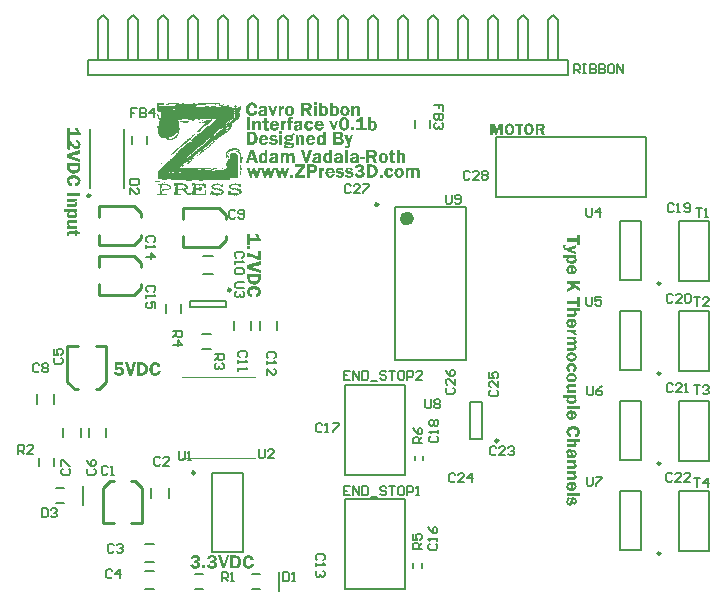
<source format=gto>
%FSLAX25Y25*%
%MOIN*%
G70*
G01*
G75*
%ADD10R,0.07284X0.09252*%
%ADD11R,0.03543X0.02756*%
%ADD12R,0.03543X0.03150*%
%ADD13R,0.09449X0.03937*%
%ADD14R,0.05906X0.03937*%
%ADD15O,0.08661X0.02362*%
%ADD16R,0.03150X0.03543*%
%ADD17O,0.06299X0.01378*%
%ADD18O,0.09055X0.03347*%
%ADD19R,0.09449X0.12992*%
%ADD20R,0.09449X0.03937*%
%ADD21R,0.03937X0.09449*%
%ADD22R,0.03937X0.05906*%
%ADD23R,0.04331X0.06693*%
%ADD24R,0.06693X0.04331*%
%ADD25R,0.24410X0.22835*%
%ADD26R,0.11811X0.06299*%
%ADD27R,0.02362X0.04331*%
%ADD28C,0.01500*%
%ADD29C,0.00800*%
%ADD30C,0.03000*%
%ADD31C,0.01000*%
%ADD32C,0.02500*%
%ADD33C,0.02000*%
%ADD34C,0.15000*%
%ADD35C,0.05906*%
%ADD36R,0.05906X0.05906*%
%ADD37R,0.05906X0.05906*%
%ADD38C,0.05000*%
%ADD39C,0.02500*%
%ADD40C,0.00984*%
%ADD41C,0.02362*%
%ADD42C,0.00787*%
%ADD43C,0.00300*%
%ADD44C,0.00600*%
G36*
X164660Y391266D02*
X164555D01*
Y391294D01*
X164660D01*
Y391266D01*
D02*
G37*
G36*
X163660D02*
X163591D01*
Y391294D01*
X163660D01*
Y391266D01*
D02*
G37*
G36*
X169726Y391321D02*
X169712D01*
X169684Y391315D01*
X169635Y391307D01*
X169622Y391335D01*
X169649Y391349D01*
X169726D01*
Y391321D01*
D02*
G37*
G36*
X174244Y391460D02*
Y391453D01*
X174230Y391446D01*
X174216Y391439D01*
Y391467D01*
X174244D01*
Y391460D01*
D02*
G37*
G36*
X175652Y391342D02*
X175639Y391328D01*
X175611Y391315D01*
X175562Y391307D01*
X175555D01*
X175548Y391315D01*
X175541Y391321D01*
X175534Y391335D01*
X175562Y391349D01*
X175652D01*
Y391342D01*
D02*
G37*
G36*
X174938Y391148D02*
X174931Y391141D01*
X174917Y391127D01*
X174889Y391106D01*
X174847Y391099D01*
Y391106D01*
X174861Y391120D01*
X174889Y391141D01*
X174910Y391148D01*
X174938Y391162D01*
Y391148D01*
D02*
G37*
G36*
X173952Y391134D02*
Y391127D01*
Y391120D01*
X173938Y391106D01*
X173924Y391099D01*
Y391134D01*
Y391141D01*
X173931Y391148D01*
X173938Y391155D01*
X173952Y391162D01*
Y391134D01*
D02*
G37*
G36*
X161641Y391891D02*
X161627Y391884D01*
X161599Y391877D01*
X161550Y391856D01*
X161502Y391835D01*
X161453Y391800D01*
X161405Y391766D01*
X161377Y391731D01*
X161363Y391689D01*
X161349D01*
X161363Y391662D01*
X161356Y391654D01*
X161349Y391627D01*
X161342Y391585D01*
X161335Y391544D01*
Y391537D01*
X161349Y391509D01*
X161363Y391467D01*
X161391Y391425D01*
X161425Y391384D01*
X161467Y391342D01*
X161523Y391315D01*
X161585Y391307D01*
X161592Y391301D01*
X161620Y391294D01*
X161661Y391287D01*
X161703Y391280D01*
X161890D01*
Y391252D01*
X161849D01*
Y391245D01*
X161856Y391238D01*
X161863Y391231D01*
Y391224D01*
X161856Y391210D01*
X161849Y391196D01*
X161835Y391190D01*
X161779D01*
X161724Y391196D01*
X161654Y391210D01*
X161571Y391231D01*
X161495Y391266D01*
X161418Y391307D01*
X161349Y391363D01*
Y391370D01*
X161335Y391384D01*
X161328Y391412D01*
X161314Y391439D01*
X161294Y391502D01*
X161280Y391523D01*
Y391544D01*
Y391550D01*
X161287Y391557D01*
X161294Y391606D01*
X161321Y391662D01*
X161356Y391738D01*
X161405Y391807D01*
X161467Y391863D01*
X161543Y391911D01*
X161592Y391918D01*
X161641Y391925D01*
Y391891D01*
D02*
G37*
G36*
X156227Y391273D02*
X156234Y391266D01*
X156241Y391252D01*
X156213D01*
Y391280D01*
X156220D01*
X156227Y391273D01*
D02*
G37*
G36*
X162064Y391231D02*
Y391217D01*
X161995D01*
Y391252D01*
X162050Y391266D01*
X162064Y391231D01*
D02*
G37*
G36*
X154312Y391481D02*
X154333Y391467D01*
X154340Y391453D01*
X154298D01*
X154291Y391460D01*
X154263Y391467D01*
Y391495D01*
X154284D01*
X154312Y391481D01*
D02*
G37*
G36*
X176874Y391800D02*
X176909Y391793D01*
X176957Y391773D01*
X177013Y391752D01*
X177089Y391717D01*
X177172Y391675D01*
Y391662D01*
X177165D01*
X177145Y391675D01*
X177110Y391682D01*
X177061Y391703D01*
X177006Y391717D01*
X176943Y391731D01*
X176867Y391745D01*
X176791Y391759D01*
Y391773D01*
Y391779D01*
X176797Y391793D01*
X176811Y391800D01*
X176825Y391807D01*
X176846D01*
X176874Y391800D01*
D02*
G37*
G36*
X170940D02*
X170968Y391793D01*
X171017Y391779D01*
X171079Y391759D01*
X171155Y391731D01*
X171259Y391689D01*
Y391662D01*
X171253D01*
X171225Y391675D01*
X171190Y391682D01*
X171134Y391703D01*
X171079Y391717D01*
X171010Y391731D01*
X170864Y391759D01*
Y391773D01*
Y391779D01*
X170871Y391793D01*
X170885Y391800D01*
X170905Y391807D01*
X170919D01*
X170940Y391800D01*
D02*
G37*
G36*
X152542Y391710D02*
X152667Y391703D01*
X152813Y391689D01*
X152972Y391675D01*
X153139Y391654D01*
X153313Y391634D01*
X153486Y391599D01*
X153653Y391557D01*
X153819Y391516D01*
X153972Y391453D01*
X154111Y391391D01*
X154229Y391315D01*
X154326Y391231D01*
X154340Y391224D01*
X154374Y391190D01*
X154416Y391141D01*
X154472Y391086D01*
X154527Y391009D01*
X154569Y390919D01*
X154603Y390829D01*
X154617Y390725D01*
Y390662D01*
Y390655D01*
Y390634D01*
X154610Y390593D01*
X154596Y390544D01*
X154569Y390489D01*
X154534Y390426D01*
X154485Y390350D01*
X154423Y390273D01*
X154340Y390197D01*
X154236Y390114D01*
X154111Y390031D01*
X153965Y389954D01*
X153875Y389913D01*
X153785Y389878D01*
X153680Y389836D01*
X153576Y389802D01*
X153458Y389774D01*
X153333Y389739D01*
X153201Y389711D01*
X153063Y389684D01*
X153042D01*
X153014Y389677D01*
X152931D01*
X152875Y389670D01*
X151335D01*
Y389580D01*
Y389573D01*
X151349Y389566D01*
X151335Y389538D01*
Y389475D01*
X151342Y389461D01*
X151356Y389448D01*
X151383Y389434D01*
Y389420D01*
Y389392D01*
X151390Y389344D01*
Y389288D01*
Y389226D01*
X151397Y389156D01*
Y389087D01*
Y389024D01*
X151383Y388892D01*
X151411Y388837D01*
Y388830D01*
Y388802D01*
X151404Y388768D01*
Y388726D01*
X151397Y388629D01*
X151390Y388587D01*
X151383Y388552D01*
X151439D01*
X151480Y388587D01*
X151515D01*
X151550Y388580D01*
X151571Y388573D01*
X151605D01*
X151626Y388580D01*
X151689D01*
X151730Y388587D01*
X151813D01*
X151897Y388580D01*
X152105D01*
X152202Y388573D01*
X152369D01*
X152397Y388580D01*
X152438D01*
X152494Y388587D01*
X152556Y388594D01*
X152639Y388601D01*
Y388573D01*
X152563D01*
Y388552D01*
X152612D01*
X152743Y388573D01*
X152750D01*
X152771Y388566D01*
X152806Y388559D01*
X152841D01*
X152917Y388545D01*
X152952Y388539D01*
X152972D01*
Y388545D01*
X152980Y388552D01*
X153000D01*
X153021Y388539D01*
X153042Y388525D01*
X153049Y388511D01*
X153035D01*
X153007Y388525D01*
X152993D01*
Y388511D01*
X153007D01*
X153028Y388497D01*
X153042Y388483D01*
X153049Y388469D01*
X153063Y388441D01*
Y388407D01*
Y388351D01*
X153077D01*
X153084Y388344D01*
X153091Y388337D01*
Y388330D01*
X153077Y388310D01*
X153063Y388282D01*
X153042Y388247D01*
X153007Y388212D01*
X152966Y388184D01*
X152910Y388164D01*
X152848Y388157D01*
X152841D01*
X152820Y388150D01*
X152799Y388143D01*
X152750D01*
X152702Y388150D01*
X152591D01*
X152521Y388157D01*
X152244D01*
X152174Y388150D01*
X152084Y388143D01*
X151980Y388136D01*
X151848Y388129D01*
X151793D01*
X151744Y388136D01*
X151675Y388143D01*
X151584Y388150D01*
X151473Y388164D01*
X151335Y388178D01*
Y388143D01*
X151029D01*
X150981Y388150D01*
X150918D01*
X150842Y388157D01*
X150759Y388164D01*
X150585Y388171D01*
X150405Y388184D01*
X150321Y388192D01*
X150245Y388198D01*
X150183Y388212D01*
X150134Y388219D01*
X150106Y388226D01*
X150092Y388233D01*
X150085Y388240D01*
X150078Y388247D01*
X150051Y388275D01*
X150016Y388302D01*
X150009Y388316D01*
X150002Y388323D01*
Y388379D01*
X150016Y388455D01*
X149961D01*
Y388448D01*
Y388434D01*
X149947Y388393D01*
X149940Y388358D01*
X149933Y388323D01*
Y388316D01*
X149947Y388296D01*
X149961Y388268D01*
X149981Y388240D01*
X150009Y388212D01*
X150044Y388184D01*
X150085Y388164D01*
X150134Y388157D01*
X150266D01*
X150314Y388150D01*
X150537D01*
X150648Y388143D01*
X150807D01*
Y388115D01*
X150793D01*
X150786Y388101D01*
X150779Y388087D01*
X149974Y388115D01*
X149968Y388122D01*
X149961Y388136D01*
X149926Y388178D01*
X149884Y388233D01*
X149877Y388261D01*
X149870Y388289D01*
Y388310D01*
Y388316D01*
Y388337D01*
X149877Y388372D01*
X149884Y388407D01*
X149891Y388434D01*
X149912Y388469D01*
X149933Y388490D01*
X149961Y388497D01*
Y388504D01*
X149968Y388511D01*
X149981Y388545D01*
X149995Y388573D01*
X150009Y388580D01*
X150016Y388587D01*
X150023Y388573D01*
X150037Y388552D01*
X150058Y388525D01*
X150072Y388518D01*
X150078Y388511D01*
X150106Y388525D01*
Y388518D01*
X150113Y388504D01*
X150127Y388490D01*
X150162Y388483D01*
X150169D01*
X150190Y388490D01*
X150217D01*
X150252Y388497D01*
X150335Y388504D01*
X150426Y388511D01*
X150911D01*
Y391439D01*
X150363D01*
X150321Y391446D01*
X150273Y391453D01*
X150224Y391467D01*
X150176Y391481D01*
X150134Y391509D01*
X150106Y391544D01*
Y391599D01*
Y391606D01*
X150113Y391613D01*
X150120Y391627D01*
X150134Y391641D01*
X150162Y391662D01*
X150204Y391675D01*
X150266Y391696D01*
X150342Y391703D01*
X151932D01*
X151973Y391710D01*
X152084D01*
X152154Y391717D01*
X152161D01*
X152174Y391710D01*
X152195Y391703D01*
X152251D01*
X152286Y391717D01*
X152438D01*
X152542Y391710D01*
D02*
G37*
G36*
X175299Y391835D02*
X175521D01*
X175514Y391828D01*
X175493Y391814D01*
X175465Y391793D01*
X175458Y391773D01*
X175417D01*
X175396Y391779D01*
X175375Y391793D01*
X175361D01*
X175340Y391779D01*
X175312Y391766D01*
X175305Y391752D01*
X175299Y391745D01*
X175403Y391759D01*
X175493D01*
Y391766D01*
X175500Y391786D01*
X175507Y391800D01*
X175521Y391807D01*
Y391773D01*
X176083D01*
X176131Y391766D01*
X176194D01*
X176263Y391759D01*
X176346Y391745D01*
X176430Y391738D01*
X176527Y391717D01*
X176631Y391696D01*
X176846Y391641D01*
X177082Y391571D01*
X177200Y391523D01*
X177318Y391467D01*
Y391495D01*
X177332Y391599D01*
X177325D01*
X177318Y391613D01*
X177325Y391620D01*
X177353Y391634D01*
X177394Y391654D01*
X177436Y391682D01*
X177485Y391703D01*
X177533Y391724D01*
X177568Y391738D01*
X177596Y391745D01*
X177644D01*
X177651Y391738D01*
X177672Y391724D01*
X177693Y391703D01*
X177727Y391668D01*
X177755Y391627D01*
X177776Y391578D01*
X177797Y391516D01*
X177804Y391439D01*
Y391363D01*
Y391356D01*
Y391335D01*
Y391307D01*
Y391266D01*
Y391217D01*
X177797Y391162D01*
X177790Y391044D01*
Y391030D01*
X177797Y390995D01*
X177804Y390961D01*
Y390926D01*
Y390912D01*
X177797Y390884D01*
X177790Y390849D01*
X177769Y390801D01*
X177741Y390752D01*
X177693Y390718D01*
X177630Y390690D01*
X177540Y390676D01*
X177526D01*
X177491Y390690D01*
X177436Y390704D01*
X177381Y390732D01*
X177325Y390773D01*
X177269Y390822D01*
X177235Y390884D01*
X177228Y390926D01*
X177221Y390967D01*
X177214Y390981D01*
X177186Y391009D01*
X177145Y391058D01*
X177075Y391120D01*
X176985Y391183D01*
X176874Y391252D01*
X176804Y391287D01*
X176728Y391321D01*
X176652Y391356D01*
X176562Y391384D01*
X176555D01*
X176527Y391391D01*
X176485Y391405D01*
X176437Y391412D01*
X176333Y391432D01*
X176284Y391439D01*
X175986D01*
Y391467D01*
X175840D01*
Y391460D01*
Y391446D01*
X175826Y391432D01*
X175812Y391425D01*
X175770D01*
Y391453D01*
X175680D01*
Y391446D01*
Y391432D01*
X175666Y391419D01*
X175652Y391412D01*
X175639D01*
Y391439D01*
X175562D01*
X175541Y391432D01*
X175521Y391425D01*
X175486Y391419D01*
X175437Y391405D01*
X175375Y391384D01*
Y391412D01*
X175333D01*
X175347Y391384D01*
Y391363D01*
X175333D01*
X175292Y391356D01*
X175236Y391349D01*
X175167Y391321D01*
X175139Y391335D01*
X175132D01*
X175111Y391328D01*
X175083Y391315D01*
X175049Y391301D01*
X175000Y391280D01*
X174952Y391259D01*
X174840Y391203D01*
X174729Y391134D01*
X174681Y391099D01*
X174632Y391058D01*
X174598Y391023D01*
X174570Y390981D01*
X174549Y390940D01*
X174542Y390898D01*
Y390808D01*
Y390801D01*
X174549Y390773D01*
X174570Y390739D01*
X174618Y390683D01*
X174646Y390655D01*
X174688Y390620D01*
X174729Y390586D01*
X174785Y390551D01*
X174854Y390509D01*
X174931Y390468D01*
X175021Y390426D01*
X175125Y390385D01*
Y390371D01*
X175139D01*
X175167Y390385D01*
Y390378D01*
X175180Y390371D01*
X175208Y390357D01*
X175229Y390350D01*
X175257Y390343D01*
X175361Y390357D01*
X175368D01*
X175396Y390350D01*
X175444Y390343D01*
X175500Y390336D01*
X175569Y390329D01*
X175645Y390322D01*
X175812Y390301D01*
X175986Y390273D01*
X176069Y390266D01*
X176145Y390260D01*
X176208Y390253D01*
X176270Y390246D01*
X176312Y390239D01*
X176353D01*
Y390211D01*
X176235D01*
Y390197D01*
X176312D01*
X176360Y390204D01*
X176374D01*
X176381Y390211D01*
Y390225D01*
X176430D01*
X176437Y390218D01*
X176451Y390211D01*
X176478Y390197D01*
X176527Y390183D01*
X176562Y390176D01*
X176603Y390169D01*
X176652D01*
X176707Y390162D01*
X176770Y390156D01*
X176839Y390149D01*
X176846D01*
X176874Y390142D01*
X176916Y390135D01*
X176971Y390121D01*
X177033Y390100D01*
X177110Y390086D01*
X177276Y390037D01*
X177450Y389975D01*
X177617Y389906D01*
X177693Y389864D01*
X177762Y389829D01*
X177818Y389781D01*
X177859Y389739D01*
X177866Y389732D01*
X177880Y389711D01*
X177901Y389684D01*
X177929Y389642D01*
X177963Y389593D01*
X177998Y389538D01*
X178068Y389420D01*
Y389406D01*
X178075Y389378D01*
Y389330D01*
X178081Y389274D01*
X178088Y389219D01*
Y389163D01*
X178095Y389114D01*
Y389080D01*
Y389073D01*
X178088Y389066D01*
X178081Y389024D01*
X178061Y388969D01*
X178033Y388892D01*
X177998Y388816D01*
X177956Y388740D01*
X177915Y388670D01*
X177859Y388615D01*
X177852Y388608D01*
X177832Y388587D01*
X177797Y388566D01*
X177769Y388531D01*
X177734Y388504D01*
X177700Y388476D01*
X177679Y388455D01*
X177672Y388441D01*
X177686D01*
X177693Y388434D01*
X177700Y388421D01*
X177936Y388587D01*
X177950D01*
Y388573D01*
X177943Y388566D01*
X177936Y388552D01*
X177894Y388511D01*
X177839Y388455D01*
X177776Y388407D01*
X177748Y388421D01*
X177741Y388414D01*
X177707Y388386D01*
X177686Y388372D01*
X177651Y388351D01*
X177617Y388330D01*
X177568Y388310D01*
Y388302D01*
X177561Y388296D01*
X177554Y388275D01*
X177526Y388261D01*
X177512D01*
X177526Y388289D01*
Y388323D01*
X177505D01*
X177485Y388310D01*
X177450Y388302D01*
X177401Y388282D01*
X177346Y388261D01*
X177283Y388240D01*
X177152Y388192D01*
X177013Y388143D01*
X176943Y388122D01*
X176888Y388101D01*
X176832Y388087D01*
X176791Y388073D01*
X176756Y388060D01*
X176735D01*
X176707Y388073D01*
X176680D01*
X176645Y388067D01*
X176589Y388060D01*
X176548Y388053D01*
X176506Y388039D01*
X176451Y388032D01*
X176388Y388018D01*
X176326Y388004D01*
X176242Y387983D01*
X176159Y387963D01*
X176062Y387942D01*
X176013D01*
X175958Y387928D01*
X175888Y387914D01*
X175784Y387928D01*
X175777D01*
X175757Y387921D01*
X175722D01*
X175687Y387914D01*
X175604Y387907D01*
X175562Y387900D01*
X175521D01*
X175500Y387907D01*
X175472Y387921D01*
X175465Y387928D01*
X175458Y387942D01*
X175472D01*
X175479Y387949D01*
Y387955D01*
X175396D01*
X175389Y387949D01*
X175382Y387942D01*
X175375Y387928D01*
X175229Y387942D01*
X175153D01*
Y387955D01*
X175167Y387983D01*
X175146D01*
X175118Y387990D01*
X175083Y387997D01*
X175000Y388011D01*
X174903Y388025D01*
X174806Y388053D01*
X174723Y388073D01*
X174688Y388087D01*
X174660Y388101D01*
X174646Y388115D01*
X174639Y388129D01*
X174646D01*
X174653Y388143D01*
X174646D01*
X174632Y388157D01*
X174611Y388164D01*
X174577Y388178D01*
X174528Y388198D01*
X174473Y388212D01*
X174410Y388233D01*
X174334Y388247D01*
Y388254D01*
Y388261D01*
X174320Y388268D01*
X174306Y388275D01*
Y388268D01*
X174299Y388254D01*
X174285Y388226D01*
X174258Y388198D01*
X174216Y388171D01*
X174153Y388136D01*
X174112Y388122D01*
X174063Y388108D01*
X174001Y388094D01*
X173938Y388087D01*
X173917D01*
X173910Y388094D01*
X173869Y388108D01*
X173813Y388136D01*
X173751Y388178D01*
Y388157D01*
Y388150D01*
X173758Y388143D01*
X173765Y388115D01*
X173758D01*
X173751Y388101D01*
X173758D01*
X173772Y388094D01*
X173793Y388087D01*
X173827Y388073D01*
X173883Y388053D01*
X173917Y388046D01*
X174015D01*
X174049Y388053D01*
X174098Y388060D01*
X174209Y388087D01*
X174264Y388108D01*
X174320Y388143D01*
X174306Y388178D01*
Y388219D01*
X174341D01*
X174348Y388205D01*
X174382Y388184D01*
X174424Y388157D01*
X174438Y388150D01*
X174452Y388143D01*
Y388115D01*
X174431D01*
X174424Y388129D01*
X174396Y388115D01*
X174334Y388143D01*
Y388136D01*
X174327Y388129D01*
X174313Y388115D01*
X174285Y388094D01*
X174237Y388073D01*
X174209Y388060D01*
X174167Y388046D01*
X174119Y388032D01*
X174070Y388025D01*
X174008Y388011D01*
X173938Y387997D01*
X173931D01*
X173904Y388004D01*
X173869Y388011D01*
X173827Y388032D01*
X173772Y388060D01*
X173716Y388108D01*
X173661Y388171D01*
X173605Y388261D01*
X173619Y388289D01*
X173612Y388302D01*
X173605Y388337D01*
X173591Y388400D01*
X173584Y388483D01*
Y388497D01*
Y388504D01*
Y388518D01*
X173591Y388545D01*
Y388573D01*
X173598Y388656D01*
X173612Y388761D01*
X173619Y388872D01*
X173626Y388976D01*
X173633Y389073D01*
Y389121D01*
Y389156D01*
X173640D01*
X173647Y389170D01*
X173661Y389198D01*
X173668Y389219D01*
X173674Y389246D01*
Y389288D01*
X173688D01*
Y389316D01*
X173661D01*
Y389323D01*
X173668Y389337D01*
X173674Y389364D01*
X173702Y389399D01*
X173737Y389434D01*
X173793Y389468D01*
X173876Y389496D01*
X173924Y389510D01*
X173980Y389524D01*
X174015D01*
X174049Y389517D01*
X174105Y389510D01*
X174167Y389489D01*
X174244Y389461D01*
X174320Y389413D01*
X174389Y389351D01*
X174452Y389260D01*
Y389246D01*
X174466Y389212D01*
X174486Y389149D01*
X174507Y389114D01*
X174535Y389080D01*
X174570Y389031D01*
X174618Y388990D01*
X174674Y388941D01*
X174736Y388892D01*
X174813Y388844D01*
X174903Y388788D01*
X175007Y388740D01*
X175125Y388684D01*
X175132D01*
X175146Y388677D01*
X175167Y388670D01*
X175201D01*
Y388643D01*
X175111D01*
Y388629D01*
X175118D01*
X175132Y388622D01*
X175153Y388615D01*
X175180Y388608D01*
X175250Y388594D01*
X175333Y388587D01*
X175347D01*
Y388601D01*
X175243Y388629D01*
Y388656D01*
X175312Y388643D01*
X175347D01*
X175333Y388670D01*
Y388684D01*
X175430Y388670D01*
X175493D01*
Y388643D01*
X175417D01*
Y388629D01*
X175611D01*
Y388601D01*
X175854D01*
X175944Y388615D01*
X175951D01*
X175965Y388608D01*
X175986Y388601D01*
X176048D01*
Y388573D01*
X176013D01*
X175972Y388566D01*
X175930Y388552D01*
X175840Y388573D01*
X175826D01*
X175798Y388566D01*
X175757Y388559D01*
X175722Y388552D01*
Y388539D01*
X176020D01*
X176034Y388545D01*
X176062Y388559D01*
X176103Y388573D01*
X176159Y388601D01*
X176208Y388622D01*
X176263Y388636D01*
X176298Y388650D01*
X176326Y388656D01*
Y388629D01*
X176430D01*
Y388601D01*
X176381D01*
X176339Y388594D01*
X176305Y388580D01*
X176291Y388566D01*
X176284Y388552D01*
X176326D01*
X176367Y388559D01*
X176423Y388573D01*
X176485Y388601D01*
X176471Y388629D01*
X176485D01*
X176513Y388615D01*
X176548D01*
Y388629D01*
X176499D01*
X176513Y388656D01*
X176471D01*
Y388684D01*
X176485D01*
X176513Y388691D01*
X176562Y388698D01*
X176617Y388705D01*
X176742Y388726D01*
X176804Y388747D01*
X176853Y388761D01*
Y388747D01*
X176860D01*
X176888Y388761D01*
X176923Y388768D01*
X176957Y388788D01*
X176971D01*
Y388802D01*
X176999D01*
Y388788D01*
X176971D01*
X176957Y388761D01*
X177027Y388802D01*
X177033D01*
X177040Y388788D01*
X177047D01*
X177054Y388795D01*
X177096Y388816D01*
X177152Y388851D01*
X177221Y388892D01*
X177283Y388955D01*
X177339Y389017D01*
X177381Y389101D01*
X177387Y389142D01*
X177394Y389184D01*
Y389260D01*
X177387D01*
X177353Y389274D01*
Y389260D01*
Y389253D01*
X177360Y389239D01*
X177367Y389198D01*
X177332D01*
Y389205D01*
Y389212D01*
X177318Y389260D01*
X177290Y389323D01*
X177269Y389357D01*
X177235Y389392D01*
Y389406D01*
X177276D01*
X177318Y389378D01*
Y389392D01*
X177311Y389399D01*
X177297Y389413D01*
X177269Y389434D01*
X177242Y389461D01*
X177193Y389496D01*
X177145Y389524D01*
X177082Y389552D01*
X177013Y389580D01*
X176999D01*
Y389566D01*
X177006D01*
X177013Y389559D01*
X177054Y389552D01*
X177089Y389531D01*
X177096Y389524D01*
X177103Y389510D01*
X177068D01*
X177054Y389517D01*
X177020Y389538D01*
X176978Y389566D01*
X176964Y389573D01*
X176957Y389580D01*
X176985D01*
Y389593D01*
X176971D01*
X176943Y389580D01*
X176929D01*
X176895Y389593D01*
X176825Y389580D01*
X176471Y389642D01*
Y389656D01*
Y389663D01*
X176478Y389670D01*
X176485Y389677D01*
X176499Y389684D01*
X176562D01*
X176631Y389670D01*
Y389711D01*
X176603D01*
X176555Y389718D01*
X176492Y389725D01*
X176430Y389739D01*
X176416D01*
X176381Y389732D01*
X176339Y389725D01*
X176242D01*
X176235Y389732D01*
X176228Y389746D01*
X176222Y389774D01*
X175639Y389802D01*
Y389774D01*
X175403D01*
X175396Y389781D01*
X175368Y389795D01*
X175347Y389802D01*
X175319Y389809D01*
X175285Y389822D01*
X175243Y389829D01*
X175188Y389843D01*
X175125Y389857D01*
X175049Y389878D01*
X174958Y389892D01*
X174861Y389913D01*
X174743Y389933D01*
X174736D01*
X174709Y389940D01*
X174653Y389961D01*
X174591Y389989D01*
X174500Y390024D01*
X174389Y390086D01*
X174251Y390156D01*
X174098Y390253D01*
Y390260D01*
X174091Y390273D01*
X174077Y390287D01*
X174063Y390315D01*
X174035Y390350D01*
X174001Y390391D01*
X173952Y390447D01*
Y390475D01*
X173966D01*
X173980Y390468D01*
X174001Y390447D01*
X174029Y390419D01*
X174042Y390412D01*
Y390426D01*
X174035Y390433D01*
X174029Y390440D01*
X173994Y390482D01*
X173952Y390530D01*
X173945Y390565D01*
X173938Y390593D01*
Y390607D01*
X173952D01*
Y390579D01*
X173966D01*
Y390593D01*
X173959Y390600D01*
X173952Y390627D01*
X173945Y390655D01*
X173938Y390690D01*
X173924D01*
Y390662D01*
Y390655D01*
X173931Y390648D01*
X173938Y390607D01*
X173924Y390614D01*
X173904Y390627D01*
X173883Y390662D01*
X173869Y390711D01*
Y390752D01*
X173890D01*
X173897Y390745D01*
X173904Y390739D01*
X173910Y390711D01*
X173924D01*
Y390856D01*
Y390863D01*
Y390891D01*
X173931Y390933D01*
Y390981D01*
X173945Y391037D01*
X173959Y391099D01*
X173973Y391155D01*
X174001Y391217D01*
X173966D01*
Y391266D01*
Y391273D01*
X173980Y391280D01*
X174008Y391321D01*
X174063Y391377D01*
X174133Y391439D01*
X174160D01*
X174153Y391432D01*
X174139Y391412D01*
X174112Y391377D01*
X174091Y391335D01*
X174035Y391245D01*
X174021Y391196D01*
X174015Y391162D01*
X174021Y391169D01*
X174042Y391196D01*
X174063Y391231D01*
X174091Y391273D01*
X174126Y391315D01*
X174153Y391349D01*
X174174Y391377D01*
X174188Y391384D01*
X174195Y391391D01*
X174209Y391412D01*
X174244Y391439D01*
X174285Y391474D01*
X174341Y391516D01*
X174410Y391564D01*
X174486Y391613D01*
X174584Y391662D01*
X174570Y391689D01*
X174584Y391696D01*
X174611Y391703D01*
X174646Y391717D01*
X174695Y391731D01*
X174743Y391745D01*
X174792Y391759D01*
X174827Y391773D01*
X174847D01*
X174875Y391759D01*
X175299Y391863D01*
Y391835D01*
D02*
G37*
G36*
X169372D02*
X169594D01*
Y391828D01*
X169587Y391821D01*
X169566Y391814D01*
X169531Y391807D01*
Y391793D01*
X169712Y391773D01*
X170163D01*
X170212Y391766D01*
X170274D01*
X170343Y391759D01*
X170420Y391745D01*
X170510Y391738D01*
X170607Y391717D01*
X170711Y391696D01*
X170926Y391641D01*
X171162Y391571D01*
X171287Y391523D01*
X171405Y391467D01*
Y391516D01*
Y391523D01*
X171412Y391544D01*
X171419Y391578D01*
X171440Y391613D01*
X171475Y391654D01*
X171523Y391689D01*
X171592Y391724D01*
X171683Y391745D01*
X171711D01*
X171718Y391738D01*
X171738Y391731D01*
X171766Y391710D01*
X171794Y391682D01*
X171822Y391648D01*
X171849Y391613D01*
X171870Y391564D01*
X171877Y391516D01*
Y391321D01*
Y391307D01*
Y391280D01*
X171884Y391231D01*
X171891Y391162D01*
X171863Y391030D01*
X171877Y390940D01*
Y390912D01*
Y390905D01*
Y390884D01*
X171870Y390849D01*
X171856Y390815D01*
X171842Y390773D01*
X171815Y390745D01*
X171780Y390718D01*
X171731Y390711D01*
Y390704D01*
X171718Y390697D01*
X171704Y390690D01*
X171690Y390683D01*
X171662Y390676D01*
X171599D01*
X171572Y390690D01*
X171530Y390704D01*
X171482Y390718D01*
X171433Y390745D01*
X171391Y390766D01*
X171363Y390794D01*
X171350Y390822D01*
Y390829D01*
X171336Y390856D01*
X171322Y390898D01*
X171294Y390954D01*
X171266Y391002D01*
X171225Y391065D01*
X171183Y391113D01*
X171128Y391162D01*
X171121D01*
X171114Y391176D01*
X171086Y391183D01*
X171058Y391203D01*
X170982Y391238D01*
X170885Y391287D01*
X170767Y391335D01*
X170628Y391384D01*
X170489Y391419D01*
X170336Y391439D01*
X170059D01*
Y391467D01*
X169913D01*
X169927Y391439D01*
X169899Y391425D01*
X169858D01*
Y391453D01*
X169753D01*
X169767Y391425D01*
X169740Y391412D01*
X169726D01*
Y391439D01*
X169656D01*
X169635Y391432D01*
X169608Y391425D01*
X169573Y391412D01*
X169538Y391405D01*
X169504Y391391D01*
X169476Y391384D01*
X169462D01*
Y391412D01*
X169413D01*
X169427Y391384D01*
Y391363D01*
X169413D01*
X169379Y391356D01*
X169323Y391349D01*
X169254Y391321D01*
X169226Y391335D01*
X169219D01*
X169198Y391328D01*
X169170Y391315D01*
X169129Y391301D01*
X169080Y391280D01*
X169032Y391259D01*
X168921Y391203D01*
X168803Y391134D01*
X168754Y391092D01*
X168705Y391058D01*
X168664Y391009D01*
X168636Y390967D01*
X168615Y390919D01*
X168608Y390870D01*
Y390856D01*
X168615Y390822D01*
X168643Y390773D01*
X168657Y390739D01*
X168685Y390704D01*
X168719Y390669D01*
X168754Y390627D01*
X168803Y390593D01*
X168865Y390551D01*
X168935Y390509D01*
X169011Y390475D01*
X169108Y390433D01*
X169212Y390398D01*
X169226D01*
Y390385D01*
X169198D01*
Y390371D01*
X169254D01*
X169268Y390364D01*
X169295Y390357D01*
X169316Y390350D01*
X169344Y390343D01*
X169358D01*
X169386Y390350D01*
X169413Y390357D01*
X169441D01*
X169469Y390350D01*
X169524Y390343D01*
X169587Y390336D01*
X169670Y390329D01*
X169760Y390315D01*
X169864Y390301D01*
X169969Y390287D01*
X170191Y390260D01*
X170406Y390225D01*
X170503Y390211D01*
X170593Y390190D01*
X170669Y390176D01*
X170732Y390162D01*
X170781D01*
X170808Y390156D01*
X170843D01*
X170885Y390149D01*
X170933Y390135D01*
X170996Y390128D01*
X171058Y390114D01*
X171128Y390100D01*
X171211Y390079D01*
X171301Y390051D01*
X171405Y390031D01*
X171509Y389996D01*
X171627Y389961D01*
X171634D01*
X171641Y389954D01*
X171676Y389933D01*
X171731Y389906D01*
X171801Y389857D01*
X171870Y389802D01*
X171940Y389739D01*
X172002Y389656D01*
X172051Y389566D01*
X172057Y389559D01*
X172071Y389538D01*
X172092Y389503D01*
X172120Y389455D01*
X172141Y389392D01*
X172162Y389309D01*
X172176Y389212D01*
X172182Y389094D01*
Y389087D01*
X172176Y389080D01*
X172169Y389038D01*
X172148Y388976D01*
X172120Y388899D01*
X172078Y388816D01*
X172030Y388726D01*
X171967Y388636D01*
X171891Y388552D01*
X171877Y388545D01*
X171842Y388525D01*
X171808Y388497D01*
X171773Y388455D01*
Y388448D01*
X171780Y388441D01*
X171787Y388427D01*
X171801Y388421D01*
X171974Y388587D01*
X171988D01*
X171995Y388580D01*
Y388573D01*
X172023Y388587D01*
X172037D01*
Y388573D01*
X172030Y388566D01*
X172016Y388552D01*
X171995Y388525D01*
X171953Y388497D01*
X171891Y388448D01*
X171856Y388421D01*
X171808Y388393D01*
X171759Y388358D01*
X171697Y388323D01*
X171690D01*
X171683Y388337D01*
X171669Y388323D01*
X171634Y388296D01*
X171579Y388247D01*
X171502Y388198D01*
X171419Y388150D01*
X171322Y388101D01*
X171218Y388073D01*
X171114Y388060D01*
X171100Y388053D01*
X171065Y388039D01*
X171010Y388025D01*
X170940Y388004D01*
X170864Y387976D01*
X170781Y387963D01*
X170697Y387949D01*
X170614Y387942D01*
Y387955D01*
X170621D01*
X170628Y387963D01*
X170649Y387976D01*
X170683Y387990D01*
X170732Y388004D01*
X170794Y388025D01*
X170878Y388039D01*
X170982Y388060D01*
X170996Y388067D01*
X171010Y388080D01*
X171044Y388094D01*
X171100Y388115D01*
X171176Y388136D01*
X171225Y388157D01*
X171280Y388171D01*
X171350Y388184D01*
X171419Y388205D01*
X171426Y388212D01*
X171433Y388219D01*
X171447Y388226D01*
X171475Y388240D01*
X171509Y388261D01*
X171551Y388282D01*
X171613Y388310D01*
Y388323D01*
X171592D01*
X171572Y388310D01*
X171530Y388296D01*
X171482Y388282D01*
X171426Y388261D01*
X171357Y388233D01*
X171204Y388184D01*
X171044Y388136D01*
X170878Y388087D01*
X170725Y388060D01*
X170656Y388046D01*
X170600D01*
X170135Y387942D01*
X170094D01*
X170038Y387928D01*
X169969Y387914D01*
X169955D01*
X169941Y387921D01*
X169892D01*
X169858Y387928D01*
X169851D01*
X169830Y387921D01*
X169802D01*
X169767Y387914D01*
X169691Y387907D01*
X169656Y387900D01*
X169608D01*
X169587Y387907D01*
X169559Y387921D01*
X169552Y387928D01*
X169545Y387942D01*
X169552D01*
X169559Y387955D01*
X169483D01*
X169476Y387949D01*
X169469Y387942D01*
X169462Y387928D01*
X169316Y387942D01*
X169247D01*
X169240Y387949D01*
X169233Y387955D01*
X169226Y387969D01*
X169233D01*
X169240Y387983D01*
X169226D01*
X169184Y387990D01*
X169115Y388004D01*
X169039Y388018D01*
X168955Y388032D01*
X168872Y388053D01*
X168796Y388073D01*
X168726Y388101D01*
Y388115D01*
X168740Y388143D01*
X168733D01*
X168719Y388150D01*
X168699Y388164D01*
X168664Y388178D01*
X168615Y388192D01*
X168560Y388212D01*
X168497Y388226D01*
X168421Y388247D01*
Y388254D01*
Y388261D01*
X168407Y388268D01*
X168393Y388275D01*
Y388268D01*
X168386Y388254D01*
X168372Y388233D01*
X168352Y388205D01*
X168310Y388171D01*
X168247Y388143D01*
X168206Y388122D01*
X168157Y388108D01*
X168102Y388101D01*
X168039Y388087D01*
X168005D01*
X167970Y388101D01*
X167942Y388108D01*
X167907Y388129D01*
X167866Y388150D01*
X167817Y388178D01*
Y388157D01*
X167838D01*
X167845Y388143D01*
X167852Y388129D01*
Y388115D01*
X167817Y388129D01*
Y388115D01*
X167824D01*
X167838Y388101D01*
X167859Y388094D01*
X167887Y388080D01*
X167942Y388060D01*
X167998Y388046D01*
X168116D01*
X168136Y388053D01*
X168171D01*
X168213Y388067D01*
X168268Y388073D01*
X168331Y388087D01*
X168324Y388080D01*
X168317Y388073D01*
X168296Y388060D01*
X168254Y388046D01*
X168199Y388032D01*
X168130Y388011D01*
X168081Y388004D01*
X168025Y387997D01*
X168018D01*
X167998Y388004D01*
X167956Y388011D01*
X167914Y388032D01*
X167859Y388067D01*
X167803Y388115D01*
X167734Y388184D01*
X167671Y388275D01*
Y388282D01*
Y388296D01*
X167678Y388302D01*
X167685Y388310D01*
X167658Y388615D01*
X167665Y388622D01*
X167671Y388643D01*
X167678Y388691D01*
X167685Y388719D01*
Y388761D01*
X167692Y388802D01*
X167699Y388858D01*
X167706Y388927D01*
X167720Y389003D01*
X167727Y389094D01*
X167734Y389198D01*
X167741D01*
X167748Y389212D01*
Y389219D01*
X167741Y389232D01*
X167734Y389274D01*
Y389288D01*
Y389295D01*
X167741Y389302D01*
X167748Y389309D01*
X167762Y389316D01*
Y389309D01*
X167775Y389302D01*
Y389330D01*
X167748D01*
Y389337D01*
Y389344D01*
X167762Y389385D01*
X167775Y389399D01*
X167789Y389420D01*
X167817Y389427D01*
X167852Y389434D01*
X167775Y389357D01*
Y389344D01*
X167782Y389351D01*
X167803Y389364D01*
X167838Y389378D01*
X167873Y389406D01*
X167921Y389427D01*
X167977Y389441D01*
X168032Y389455D01*
X168095Y389461D01*
Y389475D01*
X167991D01*
X167984Y389468D01*
X167949Y389461D01*
X167907Y389455D01*
X167880Y389448D01*
X167887Y389455D01*
X167894Y389461D01*
X167907Y389475D01*
X167935Y389489D01*
X167970Y389503D01*
X168025Y389510D01*
X168095Y389524D01*
X168122D01*
X168157Y389517D01*
X168192Y389510D01*
X168234Y389496D01*
X168282Y389482D01*
X168324Y389455D01*
X168359Y389420D01*
X168331D01*
X168317Y389427D01*
X168289Y389441D01*
X168254Y389455D01*
X168227Y389461D01*
X168220D01*
X168192Y389455D01*
X168157Y389448D01*
X168109Y389441D01*
X168005Y389413D01*
X167956Y389399D01*
X167907Y389378D01*
Y389357D01*
X167921Y389330D01*
X167928Y389337D01*
X167956Y389351D01*
X167984Y389357D01*
X168011Y389371D01*
X168053Y389378D01*
X168095Y389392D01*
X168275Y389344D01*
Y389357D01*
X168282D01*
X168296Y389351D01*
X168317Y389337D01*
X168345Y389316D01*
X168379Y389274D01*
X168428Y389212D01*
X168449Y389170D01*
X168470Y389128D01*
X168497Y389073D01*
X168525Y389010D01*
X168532D01*
X168539Y388997D01*
Y388990D01*
X168525Y388983D01*
Y388976D01*
X168539Y388955D01*
X168553Y388941D01*
X168574Y388927D01*
X168601Y388913D01*
X168643Y388892D01*
Y388885D01*
X168657Y388865D01*
X168678Y388851D01*
X168699Y388830D01*
X168733Y388802D01*
X168775Y388774D01*
X168782D01*
X168789Y388781D01*
X168816Y388788D01*
X168824Y388781D01*
X168844Y388774D01*
X168865Y388768D01*
X168886Y388761D01*
X168900D01*
Y388774D01*
X168893D01*
X168886Y388781D01*
X168851Y388795D01*
X168816Y388823D01*
X168810Y388837D01*
X168803Y388851D01*
X168775Y388837D01*
X168768Y388851D01*
X168754Y388865D01*
X168733Y388885D01*
X168705Y388920D01*
X168664Y388948D01*
X168622Y388990D01*
X168567Y389038D01*
Y389045D01*
X168553Y389073D01*
X168539Y389114D01*
X168518Y389156D01*
X168490Y389212D01*
X168449Y389267D01*
X168400Y389323D01*
X168345Y389378D01*
X168393D01*
X168359Y389420D01*
X168400D01*
X168407Y389413D01*
X168428Y389392D01*
X168456Y389364D01*
X168490Y389323D01*
X168525Y389253D01*
X168567Y389170D01*
X168588Y389114D01*
X168608Y389052D01*
X168615Y389045D01*
X168629Y389031D01*
X168664Y389003D01*
X168712Y388962D01*
X168782Y388913D01*
X168872Y388851D01*
X168983Y388781D01*
X169046Y388747D01*
X169122Y388705D01*
X169087D01*
X169053Y388719D01*
X169032D01*
Y388705D01*
X169094Y388684D01*
X169164Y388705D01*
X169170Y388698D01*
X169198Y388691D01*
X169240Y388677D01*
X169281Y388670D01*
Y388643D01*
X169198D01*
Y388629D01*
X169205D01*
X169219Y388622D01*
X169240Y388615D01*
X169268Y388608D01*
X169330Y388594D01*
X169413Y388587D01*
Y388594D01*
X169399Y388608D01*
X169372Y388622D01*
X169330Y388629D01*
Y388656D01*
X169399Y388643D01*
X169427D01*
Y388656D01*
X169399D01*
Y388684D01*
X169545Y388670D01*
X169559D01*
Y388643D01*
X169504D01*
Y388629D01*
X169691D01*
Y388601D01*
X169851D01*
X169858Y388608D01*
Y388615D01*
X169885Y388601D01*
X169955D01*
X169983Y388608D01*
X170003Y388615D01*
X170087Y388601D01*
X170135D01*
Y388573D01*
X170100D01*
X170059Y388566D01*
X170017Y388552D01*
X169941Y388573D01*
X169795Y388552D01*
Y388539D01*
X170087D01*
X170385Y388656D01*
X170399D01*
X170406Y388650D01*
X170413Y388643D01*
Y388629D01*
X170517D01*
Y388601D01*
X170461D01*
X170434Y388594D01*
X170406Y388587D01*
X170378Y388580D01*
X170357Y388566D01*
X170350Y388552D01*
X170413D01*
X170440Y388559D01*
X170510Y388573D01*
X170572Y388601D01*
X170559Y388629D01*
X170572D01*
X170600Y388615D01*
X170905Y388705D01*
Y388719D01*
X170857D01*
X170829Y388712D01*
X170794Y388698D01*
X170760Y388684D01*
X170677Y388656D01*
X170642Y388643D01*
X170614Y388629D01*
X170586D01*
X170600Y388656D01*
X170545D01*
Y388684D01*
X170572D01*
X170600Y388691D01*
X170649Y388698D01*
X170704Y388705D01*
X170822Y388733D01*
X170878Y388747D01*
X170926Y388761D01*
X170954Y388747D01*
X170982Y388761D01*
X171010Y388747D01*
X171017D01*
X171023Y388754D01*
X171058Y388761D01*
Y388774D01*
X171023D01*
Y388788D01*
X171086Y388802D01*
X171114Y388788D01*
X171121D01*
X171128Y388795D01*
X171169Y388816D01*
X171232Y388851D01*
X171301Y388899D01*
X171363Y388955D01*
X171426Y389024D01*
X171468Y389101D01*
X171475Y389142D01*
X171482Y389184D01*
Y389246D01*
X171433Y389274D01*
Y389260D01*
Y389232D01*
X171426Y389184D01*
X171419Y389135D01*
X171405Y389073D01*
X171384Y389017D01*
X171357Y388969D01*
X171322Y388934D01*
X171315D01*
X171301Y388927D01*
X171259Y388899D01*
X171225Y388878D01*
X171190Y388851D01*
Y388865D01*
X171197Y388872D01*
X171204Y388885D01*
X171239Y388927D01*
X171294Y388976D01*
X171322Y388997D01*
X171350Y389010D01*
Y389017D01*
X171357Y389031D01*
X171370Y389059D01*
X171377Y389080D01*
X171398Y389135D01*
X171405Y389156D01*
Y389170D01*
Y389226D01*
Y389232D01*
Y389239D01*
X171398Y389281D01*
X171370Y389337D01*
X171350Y389364D01*
X171322Y389392D01*
Y389399D01*
X171329Y389406D01*
X171336Y389413D01*
X171350Y389420D01*
X171357D01*
X171370Y389413D01*
X171384Y389392D01*
X171391Y389357D01*
X171405D01*
Y389406D01*
X171398Y389413D01*
X171391Y389420D01*
X171370Y389434D01*
X171343Y389455D01*
X171301Y389475D01*
X171253Y389503D01*
X171197Y389538D01*
X171128Y389566D01*
X171114D01*
Y389552D01*
X171169Y389538D01*
Y389510D01*
X171162D01*
X171155Y389517D01*
X171121Y389524D01*
X171086Y389545D01*
X171079Y389552D01*
X171072Y389566D01*
X171100D01*
Y389580D01*
X171086D01*
X171058Y389566D01*
X170982Y389593D01*
X170905Y389580D01*
X170545Y389642D01*
Y389670D01*
X170614Y389684D01*
X170677D01*
X170704Y389670D01*
Y389684D01*
X170718Y389711D01*
X170677D01*
X170649Y389718D01*
X170579Y389725D01*
X170517Y389739D01*
X170503D01*
X170468Y389732D01*
X170427Y389725D01*
X170329D01*
X170323Y389732D01*
X170316Y389746D01*
X170309Y389774D01*
X169726Y389802D01*
Y389774D01*
X169490D01*
X169476Y389781D01*
X169448Y389795D01*
X169427Y389802D01*
X169399Y389809D01*
X169358Y389822D01*
X169309Y389836D01*
X169254Y389850D01*
X169177Y389864D01*
X169094Y389885D01*
X168997Y389906D01*
X168886Y389927D01*
X168754Y389947D01*
X168747D01*
X168726Y389961D01*
X168699Y389975D01*
X168664Y389989D01*
X168615Y390017D01*
X168567Y390037D01*
X168456Y390093D01*
X168345Y390156D01*
X168296Y390190D01*
X168247Y390218D01*
X168213Y390246D01*
X168185Y390273D01*
X168164Y390294D01*
X168157Y390315D01*
X168150D01*
X168143Y390329D01*
X168102Y390357D01*
X168060Y390405D01*
X168025Y390461D01*
Y390489D01*
X168032D01*
X168046Y390475D01*
X168060Y390461D01*
X168088Y390440D01*
X168130Y390398D01*
X168178Y390350D01*
X168247Y390280D01*
Y390294D01*
X168240D01*
X168234Y390308D01*
X168192Y390343D01*
X168136Y390405D01*
X168067Y390489D01*
X168081Y390516D01*
Y390523D01*
X168074Y390537D01*
X168053Y390579D01*
X168032Y390634D01*
X168025Y390655D01*
Y390676D01*
X167998Y390662D01*
Y390669D01*
X167984Y390676D01*
Y390669D01*
X167977Y390662D01*
X167963D01*
X167949Y390690D01*
Y390725D01*
X167998D01*
Y390690D01*
X168011D01*
Y390725D01*
Y390732D01*
Y390745D01*
X167998Y390780D01*
Y390794D01*
Y390822D01*
X168005Y390863D01*
X168011Y390919D01*
X168018Y391037D01*
X168032Y391092D01*
X168039Y391134D01*
X168032D01*
X168025Y391148D01*
X168032D01*
X168046Y391155D01*
X168060Y391169D01*
X168067Y391190D01*
X168053Y391280D01*
X168227Y391453D01*
X168247Y391425D01*
X168234Y391419D01*
X168220Y391405D01*
X168199Y391384D01*
X168178Y391356D01*
X168150Y391315D01*
X168116Y391252D01*
X168081Y391176D01*
X168116Y391162D01*
X168122Y391169D01*
X168136Y391203D01*
X168157Y391245D01*
X168192Y391294D01*
X168240Y391349D01*
X168296Y391412D01*
X168359Y391474D01*
X168435Y391530D01*
X168671Y391662D01*
X168657Y391689D01*
X168664Y391696D01*
X168692Y391703D01*
X168733Y391717D01*
X168775Y391731D01*
X168824Y391745D01*
X168865Y391759D01*
X168900Y391773D01*
X168921D01*
X168948Y391759D01*
X168955D01*
X168962Y391766D01*
X168997Y391773D01*
X169053Y391786D01*
X169122Y391807D01*
X169261Y391835D01*
X169323Y391842D01*
X169372Y391849D01*
Y391835D01*
D02*
G37*
G36*
X159746Y391592D02*
X159767Y391585D01*
X159794Y391564D01*
X159829Y391537D01*
X159920Y391460D01*
X160024Y391370D01*
X160128Y391266D01*
X160218Y391155D01*
X160253Y391099D01*
X160287Y391037D01*
X160301Y390981D01*
X160308Y390926D01*
X160280D01*
Y390933D01*
X160273Y390954D01*
X160253Y390988D01*
X160232Y391044D01*
X160197Y391106D01*
X160149Y391176D01*
X160086Y391266D01*
X160003Y391363D01*
X159996D01*
X159968Y391377D01*
X159947Y391391D01*
X159920Y391412D01*
X159885Y391439D01*
X159843Y391481D01*
X159836D01*
X159822Y391488D01*
X159794Y391502D01*
X159760Y391516D01*
X159697Y391544D01*
X159663Y391564D01*
X159635Y391585D01*
X159649D01*
X159725Y391571D01*
X159711Y391599D01*
X159739D01*
X159746Y391592D01*
D02*
G37*
G36*
X168345Y391481D02*
Y391474D01*
Y391467D01*
X168331Y391460D01*
X168317Y391453D01*
X168303D01*
Y391467D01*
Y391474D01*
X168310Y391481D01*
X168324Y391495D01*
X168345Y391516D01*
Y391481D01*
D02*
G37*
G36*
X159371Y391786D02*
X159406Y391773D01*
X159455Y391752D01*
X159510Y391724D01*
X159573Y391682D01*
X159649Y391627D01*
X159621D01*
X159607Y391634D01*
X159579Y391648D01*
X159538Y391668D01*
X159489Y391696D01*
X159441Y391717D01*
X159392Y391738D01*
X159357Y391752D01*
X159330Y391759D01*
Y391793D01*
X159350D01*
X159371Y391786D01*
D02*
G37*
G36*
X155860Y391953D02*
X155950Y391939D01*
Y391904D01*
X155873D01*
X155846Y391897D01*
X155797Y391891D01*
X155748Y391884D01*
X155700Y391870D01*
X155651Y391863D01*
X155624Y391849D01*
X155610Y391835D01*
X155686Y391849D01*
X155714D01*
X155748Y391842D01*
X155783D01*
X155873Y391835D01*
X155950D01*
X156255Y391891D01*
X156262Y391897D01*
X156276Y391904D01*
X156311D01*
Y391925D01*
X156283D01*
Y391953D01*
X156463Y391925D01*
X156533Y391953D01*
Y391946D01*
X156540Y391939D01*
X156547Y391932D01*
X156561Y391925D01*
X156567D01*
X156581Y391932D01*
X156623Y391939D01*
X156678Y391946D01*
X156741Y391953D01*
X156776D01*
X156783Y391946D01*
X156790Y391939D01*
X156797Y391925D01*
Y391918D01*
Y391911D01*
X156783Y391897D01*
X156769Y391891D01*
X156595D01*
Y391863D01*
X156491D01*
Y391849D01*
X156561Y391835D01*
X156616D01*
X156644Y391842D01*
X156685D01*
X156741Y391849D01*
X156803Y391856D01*
X156873Y391863D01*
Y391877D01*
X156824D01*
Y391925D01*
X156901Y391904D01*
X157005Y391939D01*
X157116D01*
Y391904D01*
X157060D01*
Y391891D01*
X157220D01*
X157261Y391884D01*
X157289D01*
X157296Y391877D01*
X157303D01*
X157310Y391884D01*
X157352Y391891D01*
X157518D01*
X157525Y391877D01*
X157532Y391863D01*
X157525D01*
X157518Y391856D01*
X157511Y391849D01*
X157539D01*
X157553Y391842D01*
X157560Y391835D01*
X157595D01*
X157629Y391842D01*
X157671D01*
X157768Y391849D01*
X158282D01*
X158302Y391856D01*
X158344Y391863D01*
X158406Y391877D01*
Y391884D01*
Y391891D01*
X158393Y391897D01*
X158379Y391904D01*
X158191D01*
X158150Y391897D01*
X158101Y391891D01*
X158032Y391884D01*
X157955Y391877D01*
X157935D01*
X157907Y391884D01*
X157872D01*
X157824Y391891D01*
X157761Y391897D01*
X157678Y391904D01*
X157664D01*
X157629Y391897D01*
X157588Y391891D01*
X157546D01*
Y391925D01*
X157810Y391953D01*
X157949D01*
X157997Y391946D01*
X158115Y391939D01*
X158143D01*
X158185Y391946D01*
X158289D01*
X158365Y391953D01*
X158538D01*
Y391939D01*
X158525Y391904D01*
X158726D01*
Y391877D01*
X158788D01*
X158830Y391870D01*
X158892Y391863D01*
X158962Y391849D01*
X159038Y391828D01*
X159114Y391807D01*
X159184Y391786D01*
X159239Y391759D01*
X159260D01*
X159281Y391752D01*
X159316Y391745D01*
X159350Y391731D01*
X159406Y391710D01*
X159475Y391689D01*
Y391662D01*
X159468D01*
X159455Y391668D01*
X159427D01*
X159399Y391675D01*
X159343Y391682D01*
X159330Y391689D01*
X159316D01*
Y391675D01*
X159330Y391668D01*
X159350Y391654D01*
X159385Y391634D01*
X159441Y391606D01*
X159482Y391585D01*
X159524Y391564D01*
X159573Y391544D01*
X159635Y391516D01*
X159704Y391488D01*
X159781Y391453D01*
X159885Y391335D01*
X159899D01*
X159920Y391321D01*
X159947Y391307D01*
X159982Y391280D01*
X160017Y391245D01*
X160058Y391190D01*
X160107Y391120D01*
X160135Y391134D01*
X160176Y391072D01*
Y391044D01*
X160149Y391058D01*
Y391044D01*
X160155Y391037D01*
X160162Y391016D01*
X160169Y390974D01*
X160176Y390926D01*
X160183D01*
X160197Y390933D01*
X160204Y390940D01*
X160211Y390954D01*
Y390961D01*
X160204Y390974D01*
X160197Y390995D01*
X160190Y391016D01*
X160197D01*
X160204Y391002D01*
X160232Y390974D01*
X160253Y390933D01*
X160266Y390905D01*
Y390884D01*
Y390690D01*
X160280D01*
Y390898D01*
X160308D01*
Y390676D01*
Y390669D01*
Y390662D01*
X160294Y390655D01*
X160280Y390648D01*
Y390655D01*
X160266Y390662D01*
Y390648D01*
X160280Y390579D01*
Y390565D01*
X160266Y390544D01*
X160253Y390516D01*
X160246Y390509D01*
X160239Y390503D01*
Y390593D01*
X160225D01*
Y390586D01*
X160218Y390572D01*
X160211Y390551D01*
X160197Y390523D01*
X160176Y390482D01*
X160149Y390433D01*
X160107Y390371D01*
X160121D01*
X160190Y390412D01*
Y390357D01*
X160183Y390350D01*
X160169Y390343D01*
X160155Y390322D01*
X160121Y390287D01*
X160079Y390239D01*
X160024Y390169D01*
X159947Y390079D01*
X159940D01*
X159926Y390072D01*
X159892Y390058D01*
X159857Y390031D01*
X159850Y390037D01*
X159843Y390044D01*
X159829Y390051D01*
X159815D01*
Y390044D01*
X159801Y390037D01*
X159788Y390017D01*
X159760Y389996D01*
X159725Y389975D01*
X159684Y389947D01*
X159635Y389919D01*
X159579Y389899D01*
X159565D01*
Y389919D01*
X159573D01*
X159586Y389933D01*
X159607Y389947D01*
X159642Y389968D01*
X159718Y390017D01*
X159808Y390079D01*
X159899Y390142D01*
X159982Y390204D01*
X160017Y390239D01*
X160044Y390266D01*
X160065Y390294D01*
X160079Y390315D01*
X160058D01*
X160051Y390308D01*
X160037Y390287D01*
X160010Y390260D01*
X159961Y390211D01*
X159892Y390156D01*
X159850Y390128D01*
X159794Y390093D01*
X159732Y390051D01*
X159670Y390010D01*
X159586Y389968D01*
X159503Y389919D01*
X159489Y389906D01*
X159468Y389878D01*
X159448Y389843D01*
X159434Y389815D01*
X159420D01*
X159399Y389822D01*
X159371Y389829D01*
X159364Y389836D01*
X159357Y389843D01*
Y389850D01*
X159364Y389857D01*
X159371Y389885D01*
X159330D01*
X159212Y389788D01*
X159225Y389781D01*
X159246Y389767D01*
X159274Y389746D01*
X159323Y389718D01*
X159385Y389677D01*
X159461Y389621D01*
X159565Y389552D01*
X159579D01*
Y389566D01*
X159794Y389434D01*
Y389420D01*
Y389413D01*
Y389406D01*
X159781Y389399D01*
X159767Y389392D01*
X159753Y389399D01*
X159732Y389413D01*
X159704Y389441D01*
X159711Y389420D01*
X159739Y389392D01*
X159774Y389357D01*
X159829Y389302D01*
X159913Y389232D01*
X159961Y389191D01*
X160017Y389142D01*
Y389156D01*
X160003Y389163D01*
X159989Y389177D01*
X159975Y389198D01*
Y389212D01*
X160003D01*
Y389205D01*
X160017Y389191D01*
X160044Y389149D01*
X160065Y389114D01*
X160093Y389080D01*
X160058D01*
Y389052D01*
X160072D01*
X160093Y389045D01*
X160114Y389024D01*
X160142Y389003D01*
X160176Y388969D01*
X160218Y388920D01*
X160266Y388851D01*
X160273Y388844D01*
X160294Y388816D01*
X160322Y388774D01*
X160357Y388733D01*
X160398Y388691D01*
X160447Y388650D01*
X160495Y388622D01*
X160544Y388615D01*
X160614D01*
X160662Y388622D01*
X160718D01*
X160780Y388629D01*
X160898Y388643D01*
X160933D01*
X160974Y388636D01*
X161016Y388615D01*
X161065Y388594D01*
X161113Y388559D01*
X161155Y388511D01*
X161189Y388441D01*
X161203Y388407D01*
Y388400D01*
X161196Y388372D01*
X161189Y388330D01*
X161169Y388289D01*
X161134Y388233D01*
X161078Y388184D01*
X161009Y388129D01*
X160912Y388087D01*
X160884D01*
X160856Y388080D01*
X160815D01*
X160724Y388073D01*
X160204D01*
X160190Y388080D01*
X160169Y388087D01*
X160135Y388108D01*
X160086Y388143D01*
X160030Y388198D01*
X159954Y388268D01*
X159871Y388365D01*
Y388379D01*
X159857Y388414D01*
X159836Y388441D01*
X159815Y388476D01*
X159781Y388511D01*
X159739Y388552D01*
X159711Y388539D01*
X159697Y388545D01*
X159684Y388559D01*
X159663Y388587D01*
Y388601D01*
X159711D01*
X159794Y388525D01*
X159815D01*
X159808Y388531D01*
X159781Y388559D01*
X159732Y388601D01*
X159684Y388650D01*
X159621Y388705D01*
X159559Y388754D01*
X159496Y388809D01*
X159434Y388851D01*
Y388816D01*
X159399D01*
X159385Y388830D01*
X159371Y388844D01*
X159350Y388865D01*
X159323Y388892D01*
X159288Y388934D01*
Y388948D01*
X159295D01*
X159302Y388941D01*
X159316Y388934D01*
X159336Y388927D01*
X159371Y388906D01*
X159413Y388885D01*
X159475Y388851D01*
Y388865D01*
X159468Y388878D01*
X159448Y388892D01*
X159413Y388920D01*
X159364Y388962D01*
X159295Y389017D01*
X159253Y389052D01*
X159205Y389094D01*
X159142Y389135D01*
X159080Y389184D01*
X159052D01*
Y389177D01*
X159073Y389163D01*
X159087Y389142D01*
X159114Y389114D01*
X159149Y389080D01*
X159198Y389038D01*
X159225Y389052D01*
X159232D01*
X159239Y389045D01*
X159253Y389038D01*
X159274Y389010D01*
X159212D01*
X159205Y389017D01*
X159191Y389024D01*
X159177Y389045D01*
X159149Y389066D01*
X159080Y389121D01*
X159010Y389184D01*
X158934Y389253D01*
X158865Y389309D01*
X158837Y389337D01*
X158823Y389357D01*
X158809Y389371D01*
X158802Y389378D01*
X158795D01*
X158781Y389392D01*
X158760Y389399D01*
X158726Y389413D01*
X158691Y389434D01*
X158642Y389455D01*
X158587Y389468D01*
X158525Y389489D01*
Y389510D01*
X158531D01*
X158538Y389524D01*
X158531Y389531D01*
X158518Y389538D01*
X158497Y389552D01*
X158469Y389566D01*
X158414Y389593D01*
X158386Y389607D01*
X158365D01*
Y389642D01*
X158400D01*
X158420Y389635D01*
X158441Y389628D01*
X158476Y389621D01*
X158525Y389607D01*
X158580Y389593D01*
X158594D01*
Y389607D01*
X158587Y389614D01*
X158552Y389628D01*
X158511Y389642D01*
X158448Y389670D01*
X158372Y389698D01*
X158282Y389725D01*
X158185Y389760D01*
X158073Y389788D01*
X156810D01*
Y389475D01*
X156824D01*
Y389552D01*
X156852D01*
Y389545D01*
Y389531D01*
Y389510D01*
X156859Y389482D01*
Y389413D01*
X156866Y389323D01*
Y389232D01*
X156873Y389142D01*
Y389066D01*
Y389038D01*
Y389010D01*
X156887Y388934D01*
X156880Y388927D01*
Y388913D01*
Y388885D01*
X156873Y388858D01*
Y388809D01*
Y388747D01*
X156887D01*
Y388552D01*
X157074D01*
Y388587D01*
X157310Y388573D01*
X157345D01*
X157379Y388580D01*
X157428D01*
X157525Y388587D01*
X157636D01*
X157671Y388580D01*
X157712Y388573D01*
X157761Y388552D01*
X157810Y388531D01*
X157851Y388497D01*
X157893Y388455D01*
Y388407D01*
Y388400D01*
X157886Y388372D01*
X157879Y388337D01*
X157851Y388296D01*
X157810Y388247D01*
X157754Y388212D01*
X157671Y388184D01*
X157615Y388178D01*
X157192D01*
Y388192D01*
X156665D01*
Y388157D01*
X156477D01*
X156387Y388164D01*
X156290D01*
X156179Y388171D01*
X156075Y388178D01*
X155964Y388184D01*
X155853Y388198D01*
X155755Y388212D01*
X155665Y388226D01*
X155589Y388247D01*
X155526Y388268D01*
X155492Y388296D01*
X155485Y388310D01*
X155478Y388323D01*
Y388407D01*
X155492Y388441D01*
X155485D01*
X155478Y388448D01*
X155471Y388455D01*
X155464Y388469D01*
X155471D01*
X155485Y388476D01*
X155513Y388483D01*
X155540Y388497D01*
X155624D01*
X155638Y388573D01*
X155624D01*
X155568Y388525D01*
X155554D01*
Y388539D01*
Y388545D01*
Y388552D01*
X155561Y388587D01*
X155575Y388636D01*
X155596Y388684D01*
Y388788D01*
X155568Y388774D01*
Y388788D01*
Y388795D01*
X155575Y388816D01*
X155582Y388844D01*
X155596Y388892D01*
X155610Y388941D01*
X155624Y389003D01*
X155638Y389080D01*
X155658Y389156D01*
X155679Y389246D01*
X155707Y389337D01*
X155755Y389538D01*
X155804Y389753D01*
X155860Y389975D01*
X155915Y390197D01*
X155964Y390412D01*
X156019Y390614D01*
X156061Y390794D01*
X156082Y390877D01*
X156096Y390954D01*
X156116Y391016D01*
X156123Y391072D01*
X156137Y391120D01*
X156144Y391155D01*
X156151Y391183D01*
Y391190D01*
Y391203D01*
X156200D01*
Y391196D01*
Y391190D01*
X156207Y391148D01*
X156213Y391113D01*
Y391092D01*
Y391086D01*
Y391078D01*
X156207Y391058D01*
X156200Y391023D01*
Y390988D01*
X156186Y390919D01*
X156179Y390891D01*
Y390870D01*
X156151D01*
X156123Y390884D01*
Y390870D01*
X156116Y390843D01*
X156109Y390815D01*
Y390794D01*
X156137Y390780D01*
X156123Y390607D01*
Y390461D01*
X156096D01*
Y390294D01*
X156068D01*
Y390329D01*
X156047D01*
X155950Y389593D01*
X155943D01*
X155936Y389580D01*
Y389573D01*
X155943Y389566D01*
X155950Y389538D01*
Y389531D01*
X155943Y389517D01*
X155929Y389496D01*
X155915Y389468D01*
X155887Y389385D01*
X155860Y389288D01*
X155846D01*
X155818Y389302D01*
X155804Y389226D01*
X155846Y388997D01*
Y388990D01*
X155839Y388976D01*
X155825Y388934D01*
X155783Y388885D01*
X155748Y388872D01*
X155714Y388865D01*
Y388878D01*
X155721Y388892D01*
X155728Y388920D01*
X155735Y388969D01*
X155742Y389024D01*
X155714D01*
Y389017D01*
X155707Y389003D01*
X155700Y388969D01*
X155679Y388927D01*
X155672Y388913D01*
X155658Y388906D01*
Y388913D01*
X155651Y388920D01*
X155638D01*
Y388913D01*
X155631Y388892D01*
X155624Y388858D01*
X155596Y388802D01*
X155610D01*
X155638Y388781D01*
X155651Y388768D01*
X155658Y388740D01*
X155672Y388705D01*
Y388656D01*
X155728Y388705D01*
X155742D01*
X155728Y388497D01*
X155755Y388511D01*
X155873D01*
Y388525D01*
Y388531D01*
Y388545D01*
X155860Y388587D01*
Y388594D01*
Y388622D01*
X155867Y388656D01*
X155880Y388705D01*
X155894Y388761D01*
X155922Y388823D01*
X155957Y388885D01*
X156005Y388948D01*
X155991Y389024D01*
Y389038D01*
X155998Y389073D01*
Y389121D01*
X156005Y389184D01*
X156012Y389309D01*
X156019Y389371D01*
Y389420D01*
X156040D01*
X156047Y389406D01*
X156082Y389420D01*
X156096D01*
Y389413D01*
Y389406D01*
X156103Y389399D01*
X156109Y389392D01*
X156096Y389288D01*
Y389184D01*
X156109D01*
Y389191D01*
X156116Y389205D01*
X156130Y389239D01*
X156165Y389288D01*
Y389295D01*
X156158Y389309D01*
X156151Y389337D01*
X156144Y389364D01*
X156130Y389427D01*
X156123Y389455D01*
Y389475D01*
Y389482D01*
Y389496D01*
Y389531D01*
X156130Y389580D01*
Y389614D01*
X156137Y389663D01*
X156144Y389711D01*
Y389767D01*
X156151Y389829D01*
X156158Y389906D01*
X156172Y389989D01*
X156179Y390079D01*
Y390086D01*
X156172Y390114D01*
Y390149D01*
X156165Y390190D01*
X156158Y390246D01*
Y390308D01*
X156151Y390426D01*
Y390503D01*
Y390509D01*
Y390530D01*
X156158Y390558D01*
X156165Y390600D01*
X156193Y390690D01*
X156213Y390732D01*
X156241Y390780D01*
Y390787D01*
Y390794D01*
X156248Y390822D01*
X156255Y390870D01*
Y390898D01*
X156241D01*
Y390836D01*
X156213D01*
Y390843D01*
Y390849D01*
X156220Y390891D01*
X156234Y390947D01*
X156241Y391023D01*
X156262Y391176D01*
X156269Y391245D01*
Y391307D01*
X156262D01*
X156227Y391294D01*
X156213D01*
X156179Y391301D01*
X156144Y391307D01*
X156109D01*
Y391301D01*
X156116Y391287D01*
X156130Y391273D01*
X156165Y391266D01*
Y391217D01*
X156158D01*
X156144Y391224D01*
X156116Y391231D01*
X156089Y391238D01*
X156047D01*
X155998Y391245D01*
X155887Y391252D01*
X155873D01*
Y391245D01*
X155860Y391231D01*
X155846Y391217D01*
X155832Y391210D01*
X155804Y391203D01*
X155755D01*
X155721Y391210D01*
X155672Y391217D01*
X155617Y391231D01*
X155554Y391259D01*
X155499Y391301D01*
X155443Y391349D01*
X155409Y391425D01*
Y391432D01*
X155402Y391439D01*
X155381Y391474D01*
X155353Y391516D01*
X155346Y391544D01*
Y391550D01*
X155353Y391557D01*
X155367Y391599D01*
X155388Y391654D01*
X155422Y391724D01*
X155457Y391793D01*
X155513Y391849D01*
X155568Y391891D01*
X155603Y391897D01*
X155638Y391904D01*
X155651Y391911D01*
X155672Y391939D01*
X155700Y391960D01*
X155728Y391967D01*
X155790D01*
X155860Y391953D01*
D02*
G37*
G36*
X168595Y391648D02*
X168553D01*
Y391654D01*
X168560Y391662D01*
X168567Y391668D01*
X168581Y391675D01*
X168595D01*
Y391648D01*
D02*
G37*
G36*
X150592Y390704D02*
Y390676D01*
X150599Y390641D01*
Y390600D01*
X150606Y390503D01*
Y390454D01*
Y390412D01*
X150592D01*
X150578Y390426D01*
X150564Y390440D01*
X150557Y390461D01*
X150537Y390489D01*
X150516Y390530D01*
Y390537D01*
X150523Y390544D01*
X150537Y390586D01*
X150550Y390641D01*
X150557Y390711D01*
X150592D01*
Y390704D01*
D02*
G37*
G36*
X175007Y390503D02*
X175021D01*
X175035Y390509D01*
X175069Y390516D01*
X175083D01*
X175104Y390509D01*
X175132Y390503D01*
X175180Y390489D01*
X175250Y390475D01*
X175340Y390447D01*
X175396Y390433D01*
X175458Y390412D01*
X175479D01*
X175521Y390426D01*
X175528D01*
X175541Y390419D01*
X175569D01*
X175597Y390412D01*
X175680Y390405D01*
X175784Y390398D01*
Y390371D01*
X175729D01*
X175680Y390364D01*
X175611Y390357D01*
X175590D01*
X175569Y390364D01*
X175541D01*
X175472Y390378D01*
X175375Y390391D01*
X175271Y390412D01*
X175160Y390433D01*
X175042Y390468D01*
X174938Y390503D01*
Y390516D01*
X175021Y390530D01*
X175007Y390503D01*
D02*
G37*
G36*
X164056Y390447D02*
X164028D01*
X164014Y390530D01*
X164056D01*
Y390447D01*
D02*
G37*
G36*
X168053Y390530D02*
X168039D01*
Y390558D01*
X168053D01*
Y390530D01*
D02*
G37*
G36*
X169191Y390509D02*
X169226Y390503D01*
X169268Y390489D01*
X169337Y390475D01*
X169420Y390447D01*
X169476Y390433D01*
X169531Y390412D01*
X169559D01*
X169587Y390419D01*
X169608Y390426D01*
X169615D01*
X169629Y390419D01*
X169656D01*
X169684Y390412D01*
X169767Y390405D01*
X169871Y390398D01*
Y390371D01*
X169816D01*
X169760Y390364D01*
X169691Y390357D01*
X169656D01*
X169615Y390364D01*
X169552Y390371D01*
X169462Y390391D01*
X169344Y390412D01*
X169281Y390426D01*
X169205Y390447D01*
X169122Y390468D01*
X169032Y390489D01*
Y390516D01*
X169066D01*
X169094Y390503D01*
X169164Y390516D01*
X169177D01*
X169191Y390509D01*
D02*
G37*
G36*
X164118Y389829D02*
Y389788D01*
X164014Y389802D01*
X163882D01*
Y389788D01*
X163910D01*
Y389753D01*
X163667D01*
X163660Y389760D01*
X163653Y389767D01*
X163646Y389788D01*
X163660Y389815D01*
X163653D01*
X163646Y389829D01*
X163653D01*
X163660Y389836D01*
X163688Y389843D01*
X163723Y389850D01*
X163750Y389857D01*
X163785D01*
X163820Y389850D01*
X163861D01*
X163959Y389843D01*
X164042D01*
X164104Y389857D01*
X164118Y389829D01*
D02*
G37*
G36*
X163403Y389850D02*
X163445Y389843D01*
X163487D01*
Y389815D01*
X163445D01*
X163403Y389802D01*
X163355Y389788D01*
X163327D01*
X163299Y389795D01*
X163271D01*
X163188Y389802D01*
X162904D01*
Y389843D01*
X163029D01*
X163105Y389836D01*
X163195Y389829D01*
X163223D01*
X163251Y389836D01*
X163278D01*
X163341Y389850D01*
X163369D01*
X163382Y389857D01*
X163390D01*
X163403Y389850D01*
D02*
G37*
G36*
X159843Y390017D02*
X159815D01*
Y390031D01*
X159843D01*
Y390017D01*
D02*
G37*
G36*
X163868Y390315D02*
X163619Y390280D01*
Y390329D01*
X163681D01*
X163716Y390336D01*
X163806D01*
X163868Y390343D01*
Y390315D01*
D02*
G37*
G36*
X160211Y390343D02*
X160204Y390329D01*
X160190Y390301D01*
X160155Y390266D01*
X160107Y390225D01*
X160093D01*
X160100Y390232D01*
X160107Y390246D01*
X160142Y390287D01*
X160176Y390336D01*
X160197Y390350D01*
X160211Y390357D01*
Y390343D01*
D02*
G37*
G36*
X168955Y390544D02*
X168962Y390530D01*
X168921D01*
Y390558D01*
X168948D01*
X168955Y390544D01*
D02*
G37*
G36*
X173910Y391023D02*
X173904Y391009D01*
Y390988D01*
X173897Y390961D01*
X173890Y390898D01*
X173883Y390822D01*
Y390808D01*
X173848D01*
Y390815D01*
Y390822D01*
Y390843D01*
X173855Y390870D01*
X173862Y390940D01*
X173883Y391030D01*
X173910D01*
Y391023D01*
D02*
G37*
G36*
X167963Y390898D02*
Y390766D01*
X167935D01*
Y390856D01*
X167949Y391002D01*
X167984D01*
X167963Y390898D01*
D02*
G37*
G36*
X150724Y390926D02*
X150689D01*
Y390940D01*
X150724D01*
Y390926D01*
D02*
G37*
G36*
X168025Y391099D02*
X168011D01*
Y391134D01*
X168025D01*
Y391099D01*
D02*
G37*
G36*
X169018Y391148D02*
Y391141D01*
X169004Y391127D01*
X168990Y391120D01*
X168969Y391106D01*
X168941Y391099D01*
X168900Y391086D01*
Y391120D01*
X169018Y391162D01*
Y391148D01*
D02*
G37*
G36*
X161932Y390579D02*
X161904D01*
Y390607D01*
X161932D01*
Y390579D01*
D02*
G37*
G36*
X164111Y390662D02*
X164090Y390627D01*
X164056Y390593D01*
X164014Y390558D01*
X164000D01*
Y390593D01*
Y390600D01*
X164014Y390614D01*
X164028Y390620D01*
X164042Y390634D01*
X164070Y390655D01*
X164104Y390676D01*
X164118D01*
X164111Y390662D01*
D02*
G37*
G36*
X168740Y390870D02*
X168726Y390836D01*
Y390829D01*
Y390822D01*
X168733Y390801D01*
X168747Y390780D01*
X168761Y390745D01*
X168789Y390711D01*
X168824Y390669D01*
X168872Y390620D01*
X168816D01*
X168810Y390627D01*
X168796Y390634D01*
X168754Y390683D01*
X168705Y390739D01*
X168692Y390773D01*
X168685Y390808D01*
Y390856D01*
Y390863D01*
X168692Y390870D01*
X168705Y390884D01*
X168726Y390898D01*
X168740Y390870D01*
D02*
G37*
G36*
X164472Y390766D02*
X164479Y390752D01*
X164521D01*
X164528Y390745D01*
X164555Y390739D01*
Y390711D01*
X164541D01*
X164535Y390718D01*
X164514Y390725D01*
X164486Y390739D01*
X164479Y390752D01*
X164319D01*
Y390780D01*
X164465D01*
X164472Y390766D01*
D02*
G37*
G36*
X174653Y390822D02*
Y390815D01*
Y390801D01*
X174667Y390759D01*
X174688Y390732D01*
X174709Y390704D01*
X174743Y390676D01*
X174785Y390648D01*
Y390620D01*
X174729D01*
X174723Y390627D01*
X174709Y390634D01*
X174688Y390655D01*
X174667Y390683D01*
X174618Y390752D01*
X174604Y390794D01*
X174598Y390836D01*
Y390856D01*
Y390863D01*
X174604Y390870D01*
X174611Y390877D01*
X174625Y390884D01*
X174653D01*
Y390822D01*
D02*
G37*
G36*
X159232Y391814D02*
X159267Y391807D01*
X159302D01*
Y391773D01*
X159198Y391793D01*
Y391821D01*
X159205D01*
X159232Y391814D01*
D02*
G37*
G36*
X173869Y401447D02*
X173876Y401419D01*
X173890Y401377D01*
X173910Y401336D01*
Y401329D01*
Y401315D01*
X173904Y401294D01*
X173897Y401260D01*
X173890Y401183D01*
X173876Y401093D01*
X173862Y400996D01*
X173848Y400913D01*
X173841Y400878D01*
Y400843D01*
X173834Y400822D01*
Y400808D01*
X173806D01*
Y401128D01*
Y401135D01*
Y401149D01*
Y401176D01*
X173813Y401211D01*
Y401260D01*
X173820Y401315D01*
X173827Y401377D01*
X173834Y401454D01*
X173869D01*
Y401447D01*
D02*
G37*
G36*
X173661Y401398D02*
Y401384D01*
Y401364D01*
X173668Y401336D01*
Y401301D01*
X173674Y401253D01*
X173681Y401142D01*
X173695Y401010D01*
X173709Y400857D01*
X173730Y400690D01*
X173751Y400503D01*
Y400489D01*
X173737Y400468D01*
X173723Y400441D01*
X173709Y400434D01*
X173702Y400427D01*
X173674D01*
Y400441D01*
Y400455D01*
X173668Y400475D01*
Y400503D01*
Y400538D01*
X173661Y400579D01*
Y400635D01*
X173654Y400697D01*
X173647Y400767D01*
Y400843D01*
X173640Y400933D01*
X173633Y401037D01*
Y401149D01*
X173626Y401273D01*
X173619Y401405D01*
X173661D01*
Y401398D01*
D02*
G37*
G36*
X163390Y401301D02*
X163369Y401280D01*
X163341Y401253D01*
X163285Y401211D01*
X163251Y401190D01*
X163209Y401155D01*
X163160Y401121D01*
X163105Y401079D01*
X163036Y401030D01*
X162959Y400982D01*
Y401017D01*
Y401023D01*
X162966Y401030D01*
X162980Y401051D01*
X163015Y401079D01*
X163063Y401121D01*
X163098Y401149D01*
X163133Y401169D01*
X163181Y401204D01*
X163237Y401232D01*
X163299Y401266D01*
X163369Y401308D01*
X163396D01*
X163390Y401301D01*
D02*
G37*
G36*
X173904Y402446D02*
X173897Y402432D01*
X173869Y402419D01*
X173848D01*
Y402425D01*
X173855Y402432D01*
X173869Y402446D01*
X173897Y402460D01*
X173910D01*
X173904Y402446D01*
D02*
G37*
G36*
X176576Y402863D02*
X176610Y402856D01*
X176659Y402842D01*
X176707Y402828D01*
X176763Y402807D01*
X176832Y402786D01*
X176902Y402752D01*
X176985Y402717D01*
X177068Y402668D01*
X177165Y402613D01*
X177262Y402550D01*
X177374Y402474D01*
X177485Y402391D01*
X177491Y402384D01*
X177498Y402363D01*
X177519Y402335D01*
X177547Y402294D01*
X177575Y402238D01*
X177610Y402176D01*
X177644Y402099D01*
X177686Y402016D01*
X177721Y401926D01*
X177755Y401829D01*
X177818Y401613D01*
X177846Y401502D01*
X177866Y401377D01*
X177873Y401253D01*
X177880Y401128D01*
Y401121D01*
Y401107D01*
Y401086D01*
X177873Y401058D01*
X177866Y400989D01*
Y400906D01*
X177859Y400808D01*
X177852Y400718D01*
X177846Y400635D01*
Y400572D01*
Y400565D01*
X177852Y400545D01*
X177866Y400517D01*
X177880Y400482D01*
X177894Y400434D01*
X177915Y400385D01*
X177956Y400274D01*
X177998Y400156D01*
X178033Y400052D01*
X178047Y400010D01*
X178061Y399969D01*
X178068Y399941D01*
Y399927D01*
X178081D01*
Y399934D01*
X178088Y399948D01*
Y399976D01*
X178095Y400010D01*
X178109Y400101D01*
X178130Y400205D01*
X178151Y400309D01*
X178172Y400406D01*
X178185Y400448D01*
X178192Y400475D01*
X178206Y400503D01*
X178213Y400517D01*
X178269Y400468D01*
X178276Y400475D01*
X178283Y400482D01*
X178317Y400517D01*
X178345Y400565D01*
X178352Y400593D01*
X178359Y400621D01*
X178387D01*
Y400607D01*
Y400586D01*
X178380Y400559D01*
Y400517D01*
Y400461D01*
X178373Y400392D01*
Y400309D01*
X178366Y400205D01*
X178359Y400080D01*
X178352Y399934D01*
Y399767D01*
X178345Y399573D01*
X178331Y399358D01*
Y399240D01*
X178324Y399115D01*
Y398983D01*
X178317Y398844D01*
Y398837D01*
Y398824D01*
X178311Y398803D01*
X178304Y398775D01*
X178297Y398706D01*
X178276Y398622D01*
X178255Y398532D01*
X178227Y398449D01*
X178199Y398379D01*
X178185Y398352D01*
X178172Y398331D01*
Y398338D01*
Y398345D01*
X178158Y398379D01*
X178144Y398442D01*
X178130Y398518D01*
X178109Y398608D01*
X178081Y398712D01*
X178061Y398824D01*
X178033Y398941D01*
X177977Y399171D01*
X177956Y399282D01*
X177929Y399379D01*
X177915Y399469D01*
X177894Y399545D01*
X177887Y399601D01*
X177880Y399636D01*
X177859D01*
Y399330D01*
Y399323D01*
Y399295D01*
Y399254D01*
X177866Y399198D01*
Y399129D01*
X177873Y399053D01*
X177894Y398893D01*
X177887D01*
X177873Y398886D01*
X177852Y398879D01*
X177825Y398872D01*
X177783Y398858D01*
X177741Y398851D01*
X177630Y398844D01*
Y398761D01*
X177596D01*
Y398775D01*
X177589Y398796D01*
X177582Y398831D01*
X177561Y398886D01*
X177540Y398969D01*
X177526Y399018D01*
X177505Y399073D01*
X177485Y399136D01*
X177464Y399212D01*
Y399226D01*
Y399233D01*
X177471Y399247D01*
Y399275D01*
X177478Y399316D01*
X177485Y399372D01*
X177491Y399448D01*
X177498Y399531D01*
X177505Y399636D01*
X177519Y399761D01*
X177526Y399899D01*
X177533Y400059D01*
X177547Y400239D01*
X177554Y400441D01*
X177568Y400670D01*
X177575Y400919D01*
X177582Y401190D01*
Y401204D01*
X177568Y401232D01*
X177554Y401273D01*
X177533Y401336D01*
X177505Y401412D01*
X177471Y401496D01*
X177436Y401586D01*
X177387Y401683D01*
X177283Y401884D01*
X177158Y402078D01*
X177089Y402169D01*
X177013Y402245D01*
X176936Y402321D01*
X176853Y402377D01*
X176846Y402384D01*
X176832Y402391D01*
X176797Y402412D01*
X176763Y402432D01*
X176707Y402460D01*
X176652Y402488D01*
X176582Y402516D01*
X176506Y402550D01*
X176339Y402613D01*
X176145Y402668D01*
X175937Y402710D01*
X175833Y402717D01*
X175722Y402724D01*
X175680Y402786D01*
Y402793D01*
X175701Y402807D01*
X175715Y402814D01*
X175743Y402821D01*
X175777Y402828D01*
X175868D01*
X175923Y402821D01*
X175993Y402814D01*
X176076Y402800D01*
X176173Y402779D01*
X176284Y402752D01*
X176402Y402717D01*
X176534Y402668D01*
X176666Y402613D01*
X176804Y402536D01*
X176950Y402453D01*
X177096Y402349D01*
X177235Y402231D01*
X177374Y402092D01*
X177512Y401933D01*
Y401954D01*
Y401960D01*
X177505Y401974D01*
X177491Y401988D01*
X177478Y402016D01*
X177436Y402092D01*
X177374Y402182D01*
X177290Y402287D01*
X177179Y402391D01*
X177054Y402502D01*
X176895Y402606D01*
X176881Y402613D01*
X176846Y402634D01*
X176791Y402668D01*
X176728Y402703D01*
X176659Y402745D01*
X176596Y402786D01*
X176548Y402828D01*
X176513Y402856D01*
Y402870D01*
X176548D01*
X176576Y402863D01*
D02*
G37*
G36*
X159635Y398400D02*
X159649Y398393D01*
X159663Y398365D01*
Y398206D01*
Y398199D01*
X159677Y398178D01*
X159690Y398164D01*
X159711Y398150D01*
X159739Y398143D01*
X159781D01*
Y398116D01*
X159746D01*
X159718Y398109D01*
X159677D01*
X159621Y398102D01*
X159552Y398088D01*
X159461Y398074D01*
Y398081D01*
X159475Y398088D01*
X159496Y398116D01*
X159517Y398150D01*
X159531Y398185D01*
X159524Y398192D01*
X159510Y398206D01*
X159496Y398234D01*
X159489Y398275D01*
Y398282D01*
X159496Y398289D01*
X159517Y398331D01*
X159552Y398373D01*
X159593Y398407D01*
X159628D01*
X159635Y398400D01*
D02*
G37*
G36*
X159309Y398525D02*
X159288Y398511D01*
X159260Y398490D01*
X159177Y398435D01*
X159087Y398359D01*
X158983Y398268D01*
X158885Y398164D01*
X158795Y398060D01*
X158760Y397998D01*
X158726Y397942D01*
Y397928D01*
X158719Y397901D01*
X158691Y397845D01*
X158677Y397810D01*
X158649Y397776D01*
X158622Y397734D01*
X158580Y397685D01*
X158531Y397637D01*
X158476Y397581D01*
X158406Y397519D01*
X158323Y397456D01*
X158233Y397394D01*
X158129Y397324D01*
X158115D01*
Y397338D01*
X158122Y397345D01*
X158150Y397380D01*
X158191Y397429D01*
X158247Y397505D01*
X158282Y397553D01*
X158316Y397609D01*
X158358Y397672D01*
X158406Y397734D01*
X158455Y397810D01*
X158504Y397894D01*
X158559Y397991D01*
X158615Y398088D01*
Y398095D01*
X158629Y398109D01*
X158642Y398123D01*
X158663Y398150D01*
X158719Y398220D01*
X158788Y398296D01*
X158871Y398365D01*
X158962Y398435D01*
X159010Y398463D01*
X159059Y398477D01*
X159107Y398490D01*
X159156Y398497D01*
X159163D01*
X159177Y398504D01*
X159198Y398511D01*
X159225Y398518D01*
X159281Y398532D01*
X159309Y398539D01*
X159323D01*
X159309Y398525D01*
D02*
G37*
G36*
X152286Y399386D02*
X152278Y399372D01*
X152251Y399344D01*
X152209Y399295D01*
X152154Y399233D01*
X152084Y399164D01*
X152015Y399080D01*
X151855Y398907D01*
X151689Y398726D01*
X151612Y398650D01*
X151550Y398574D01*
X151487Y398511D01*
X151446Y398463D01*
X151411Y398435D01*
X151397Y398421D01*
X151390D01*
X151362Y398414D01*
X151328Y398407D01*
X151286Y398393D01*
X151196Y398373D01*
X151161Y398365D01*
X151133D01*
X151140Y398379D01*
X151168Y398407D01*
X151210Y398463D01*
X151265Y398525D01*
X151328Y398608D01*
X151404Y398692D01*
X151487Y398789D01*
X151571Y398886D01*
X151758Y399073D01*
X151855Y399157D01*
X151945Y399240D01*
X152036Y399302D01*
X152126Y399358D01*
X152202Y399386D01*
X152272Y399400D01*
X152286D01*
Y399386D01*
D02*
G37*
G36*
X153292Y400350D02*
X153285Y400343D01*
X153264Y400329D01*
X153236Y400302D01*
X153174Y400253D01*
X153097Y400191D01*
X153021Y400128D01*
X152959Y400073D01*
X152910Y400031D01*
X152896Y400024D01*
X152889Y400017D01*
X152875D01*
Y400031D01*
X152882Y400038D01*
X152896Y400066D01*
X152917Y400107D01*
X152952Y400149D01*
X152993Y400198D01*
X153049Y400239D01*
X153118Y400281D01*
X153195Y400309D01*
Y400316D01*
X153208Y400323D01*
X153243Y400343D01*
X153264Y400350D01*
X153299Y400357D01*
X153292Y400350D01*
D02*
G37*
G36*
X152827Y399948D02*
Y399941D01*
X152813Y399927D01*
X152806Y399899D01*
X152785Y399865D01*
X152743Y399788D01*
X152688Y399691D01*
X152626Y399594D01*
X152556Y399518D01*
X152521Y399483D01*
X152494Y399455D01*
X152459Y399441D01*
X152431Y399434D01*
X152417Y399427D01*
X152390Y399420D01*
X152355Y399407D01*
X152320Y399400D01*
Y399420D01*
X152327Y399427D01*
X152355Y399462D01*
X152390Y399504D01*
X152452Y399573D01*
X152521Y399649D01*
X152605Y399747D01*
X152709Y399858D01*
X152827Y399976D01*
Y399948D01*
D02*
G37*
G36*
X175743Y403744D02*
X175784D01*
X175888Y403737D01*
X176013Y403723D01*
X176159Y403695D01*
X176319Y403668D01*
X176485Y403626D01*
X176666Y403571D01*
X176853Y403501D01*
X177040Y403425D01*
X177228Y403321D01*
X177408Y403210D01*
X177582Y403071D01*
X177748Y402918D01*
X177894Y402738D01*
Y402731D01*
X177901Y402724D01*
X177908Y402696D01*
X177894D01*
X177887Y402703D01*
X177866Y402717D01*
X177839Y402745D01*
X177804Y402772D01*
X177755Y402814D01*
X177707Y402856D01*
X177589Y402946D01*
X177457Y403036D01*
X177332Y403113D01*
X177276Y403147D01*
X177221Y403175D01*
X177172Y403189D01*
X177131Y403196D01*
X177138Y403189D01*
X177145Y403182D01*
X177179Y403147D01*
X177207Y403113D01*
X177214Y403099D01*
X177221Y403092D01*
X177207D01*
X177200Y403099D01*
X177179Y403105D01*
X177145Y403126D01*
X177096Y403154D01*
X177040Y403182D01*
X176971Y403217D01*
X176902Y403251D01*
X176818Y403293D01*
X176631Y403362D01*
X176437Y403425D01*
X176333Y403452D01*
X176235Y403473D01*
X176131Y403480D01*
X176034Y403487D01*
X175888D01*
X175847Y403480D01*
X175805Y403473D01*
X175791Y403460D01*
X175784Y403446D01*
X175798Y403439D01*
X175819Y403432D01*
X175854Y403425D01*
X175909Y403411D01*
X175986Y403397D01*
X176034Y403390D01*
X176090Y403383D01*
X176152Y403376D01*
X176222Y403369D01*
X176228D01*
X176249Y403362D01*
X176284Y403355D01*
X176326Y403341D01*
X176374Y403328D01*
X176430Y403314D01*
X176568Y403279D01*
X176714Y403230D01*
X176867Y403182D01*
X177006Y403126D01*
X177075Y403092D01*
X177131Y403064D01*
X177145Y403057D01*
X177172Y403043D01*
X177214Y403015D01*
X177262Y402981D01*
X177318Y402946D01*
X177367Y402904D01*
X177408Y402863D01*
X177436Y402828D01*
X177429D01*
X177422Y402814D01*
X177415Y402821D01*
X177381Y402835D01*
X177339Y402856D01*
X177283Y402877D01*
X177221Y402904D01*
X177145Y402932D01*
X177075Y402953D01*
X176999Y402974D01*
X176985D01*
X176992Y402960D01*
X177020Y402932D01*
X177054Y402904D01*
X177068Y402897D01*
X177089Y402890D01*
Y402856D01*
X177075D01*
X177068Y402863D01*
X177047Y402877D01*
X177006Y402890D01*
X176957Y402918D01*
X176895Y402953D01*
X176818Y402988D01*
X176735Y403022D01*
X176645Y403064D01*
X176541Y403099D01*
X176437Y403133D01*
X176201Y403203D01*
X176076Y403230D01*
X175951Y403244D01*
X175826Y403258D01*
X175694Y403265D01*
X175375D01*
X175326Y403258D01*
X175278D01*
X175167Y403244D01*
X175049Y403224D01*
X174931Y403189D01*
X174827Y403147D01*
X174778Y403119D01*
X174743Y403092D01*
Y403078D01*
X174750D01*
X174785Y403085D01*
X174834Y403092D01*
X174903Y403105D01*
X174993Y403119D01*
X175104Y403126D01*
X175236Y403140D01*
X175389Y403147D01*
X175437D01*
X175493Y403140D01*
X175548Y403133D01*
X175604Y403126D01*
X175659Y403119D01*
X175694Y403105D01*
X175708Y403099D01*
Y403092D01*
X175694D01*
X175659Y403085D01*
X175597Y403078D01*
X175521Y403064D01*
X175430Y403043D01*
X175326Y403029D01*
X175215Y403001D01*
X175090Y402974D01*
X174840Y402911D01*
X174715Y402877D01*
X174598Y402835D01*
X174486Y402793D01*
X174389Y402745D01*
X174299Y402696D01*
X174230Y402641D01*
X173924Y402474D01*
X173931Y402481D01*
X173959Y402509D01*
X173987Y402529D01*
X174015Y402557D01*
X174056Y402585D01*
X174098Y402620D01*
X174160Y402654D01*
X174223Y402689D01*
X174299Y402731D01*
X174389Y402779D01*
X174494Y402828D01*
X174604Y402877D01*
X174736Y402932D01*
X174875Y402988D01*
Y403001D01*
X174632D01*
X174598Y402994D01*
X174563Y402988D01*
X174514Y402981D01*
X174459Y402967D01*
X174396Y402946D01*
X174251Y402897D01*
X174167Y402863D01*
X174084Y402814D01*
X173994Y402766D01*
X173897Y402710D01*
X173793Y402641D01*
X173688Y402564D01*
X173681Y402557D01*
X173661Y402536D01*
X173626Y402509D01*
X173584Y402460D01*
X173536Y402398D01*
X173480Y402321D01*
X173418Y402231D01*
X173362Y402120D01*
X173300Y401995D01*
X173237Y401856D01*
X173182Y401697D01*
X173133Y401523D01*
X173092Y401329D01*
X173057Y401114D01*
X173036Y400885D01*
X173029Y400635D01*
Y400503D01*
X173001D01*
Y400517D01*
Y400552D01*
X172994Y400600D01*
Y400670D01*
X172987Y400808D01*
Y400878D01*
Y400940D01*
Y400947D01*
Y400954D01*
Y400996D01*
X172994Y401058D01*
X173001Y401149D01*
X173008Y401253D01*
X173029Y401370D01*
X173050Y401496D01*
X173078Y401634D01*
X173119Y401780D01*
X173168Y401926D01*
X173223Y402072D01*
X173293Y402217D01*
X173376Y402356D01*
X173473Y402481D01*
X173591Y402599D01*
X173716Y402696D01*
X173723Y402703D01*
X173730Y402710D01*
X173751Y402724D01*
X173786Y402752D01*
X173820Y402772D01*
X173862Y402807D01*
X173917Y402835D01*
X173973Y402870D01*
X174042Y402904D01*
X174112Y402946D01*
X174278Y403015D01*
X174473Y403071D01*
X174688Y403119D01*
X174695Y403126D01*
X174715Y403140D01*
X174743Y403161D01*
X174792Y403189D01*
X174847Y403224D01*
X174917Y403258D01*
X175000Y403300D01*
X175097Y403341D01*
Y403355D01*
X175007D01*
X174965Y403348D01*
X174903Y403341D01*
X174827Y403335D01*
X174736Y403321D01*
X174632Y403293D01*
X174521Y403265D01*
X174396Y403230D01*
X174271Y403182D01*
X174139Y403126D01*
X174001Y403057D01*
X173855Y402974D01*
X173709Y402877D01*
X173570Y402766D01*
X173425Y402641D01*
X173418Y402634D01*
X173404Y402613D01*
X173376Y402578D01*
X173341Y402529D01*
X173293Y402467D01*
X173251Y402398D01*
X173196Y402307D01*
X173147Y402217D01*
X173099Y402113D01*
X173043Y402002D01*
X173001Y401877D01*
X172960Y401745D01*
X172918Y401613D01*
X172890Y401468D01*
X172876Y401315D01*
X172870Y401162D01*
Y401155D01*
Y401142D01*
Y401128D01*
Y401100D01*
Y401065D01*
X172876Y401023D01*
Y400975D01*
Y400913D01*
Y400836D01*
X172883Y400746D01*
X172890Y400642D01*
Y400531D01*
X172897Y400392D01*
X172904Y400246D01*
X172911Y400080D01*
X172883D01*
Y400087D01*
X172876Y400114D01*
X172870Y400163D01*
X172856Y400218D01*
X172842Y400288D01*
X172821Y400364D01*
X172793Y400538D01*
X172758Y400718D01*
X172724Y400892D01*
X172717Y400968D01*
X172703Y401037D01*
X172696Y401100D01*
Y401142D01*
Y401322D01*
Y401336D01*
Y401364D01*
X172703Y401419D01*
X172710Y401488D01*
X172724Y401572D01*
X172738Y401676D01*
X172765Y401787D01*
X172800Y401905D01*
X172842Y402037D01*
X172890Y402176D01*
X172960Y402321D01*
X173036Y402467D01*
X173126Y402613D01*
X173237Y402766D01*
X173362Y402911D01*
X173501Y403050D01*
X173508Y403057D01*
X173543Y403078D01*
X173591Y403113D01*
X173654Y403161D01*
X173737Y403210D01*
X173841Y403272D01*
X173952Y403335D01*
X174084Y403404D01*
X174230Y403466D01*
X174382Y403529D01*
X174556Y403591D01*
X174736Y403640D01*
X174924Y403688D01*
X175125Y403723D01*
X175333Y403744D01*
X175548Y403751D01*
X175708D01*
X175743Y403744D01*
D02*
G37*
G36*
X157366Y411142D02*
X157338D01*
Y411204D01*
X157366D01*
Y411142D01*
D02*
G37*
G36*
X164278Y409032D02*
Y409025D01*
X164264Y409012D01*
X164250Y408991D01*
X164222Y408956D01*
X164195Y408914D01*
X164153Y408866D01*
X164111Y408803D01*
X164056Y408741D01*
Y408769D01*
X164063Y408782D01*
X164076Y408810D01*
X164104Y408852D01*
X164132Y408900D01*
X164167Y408949D01*
X164201Y408998D01*
X164236Y409039D01*
X164264Y409067D01*
X164278Y409032D01*
D02*
G37*
G36*
X157532Y412218D02*
X157546Y412190D01*
X157574Y412148D01*
X157595Y412127D01*
X157629Y412107D01*
X157657Y412127D01*
X157678Y412093D01*
Y412086D01*
X157671Y412079D01*
X157657Y412072D01*
X157636Y412058D01*
X157601Y412037D01*
X157560Y412023D01*
X157497Y411996D01*
X157379Y411232D01*
X157352D01*
Y411239D01*
X157359Y411267D01*
Y411316D01*
X157366Y411371D01*
X157372Y411434D01*
X157379Y411510D01*
X157400Y411669D01*
X157421Y411829D01*
X157435Y411905D01*
X157442Y411968D01*
X157456Y412023D01*
X157463Y412072D01*
X157477Y412100D01*
X157483Y412107D01*
Y412114D01*
Y412127D01*
X157491Y412169D01*
X157497Y412204D01*
X157504Y412218D01*
X157511Y412225D01*
X157532D01*
Y412218D01*
D02*
G37*
G36*
X176680Y413210D02*
Y413203D01*
X176666Y413196D01*
X176652Y413175D01*
X176631Y413141D01*
X176603Y413106D01*
X176568Y413064D01*
X176485Y412967D01*
X176388Y412849D01*
X176284Y412711D01*
X176159Y412565D01*
X176034Y412405D01*
Y412433D01*
Y412440D01*
X176041Y412447D01*
X176069Y412488D01*
X176117Y412551D01*
X176180Y412641D01*
X176270Y412759D01*
X176381Y412891D01*
X176520Y413051D01*
X176596Y413134D01*
X176680Y413224D01*
Y413210D01*
D02*
G37*
G36*
X163972Y412502D02*
X163965Y412495D01*
X163952Y412474D01*
X163931Y412454D01*
X163910Y412419D01*
X163861Y412363D01*
X163847Y412343D01*
X163841Y412329D01*
X164701D01*
Y412301D01*
X164680D01*
X164653Y412294D01*
X164611Y412287D01*
X164555Y412273D01*
X164486Y412259D01*
X164403Y412232D01*
X164305Y412197D01*
X164285D01*
X164264Y412204D01*
X164229D01*
X164153Y412218D01*
X164070Y412232D01*
X163979Y412253D01*
X163903Y412273D01*
X163868Y412280D01*
X163847Y412294D01*
X163834Y412301D01*
X163827Y412315D01*
X162196D01*
Y412343D01*
X162217D01*
X162244Y412350D01*
X162279Y412357D01*
X162355Y412370D01*
X162453Y412384D01*
X162550Y412405D01*
X162626Y412419D01*
X162661Y412433D01*
X162689Y412440D01*
X162702Y412454D01*
X162709Y412461D01*
Y412474D01*
X162640Y412488D01*
Y412516D01*
X163938D01*
X163972Y412502D01*
D02*
G37*
G36*
X166742Y404285D02*
X166714Y404251D01*
X166672Y404202D01*
X166623Y404146D01*
X166554Y404070D01*
X166478Y403987D01*
X166394Y403897D01*
X166297Y403806D01*
X166283D01*
Y403813D01*
X166297Y403827D01*
X166318Y403848D01*
X166353Y403897D01*
X166408Y403959D01*
X166485Y404042D01*
X166533Y404091D01*
X166589Y404153D01*
X166651Y404216D01*
X166721Y404292D01*
X166748D01*
X166742Y404285D01*
D02*
G37*
G36*
X177262Y403064D02*
X177235D01*
Y403078D01*
X177262D01*
Y403064D01*
D02*
G37*
G36*
X160093Y405437D02*
Y405430D01*
X160086Y405423D01*
X160079Y405410D01*
X160058Y405403D01*
Y405417D01*
Y405423D01*
X160065Y405437D01*
X160079Y405444D01*
X160093Y405451D01*
Y405437D01*
D02*
G37*
G36*
X162945Y409060D02*
X162952Y409053D01*
X162959Y409032D01*
Y409025D01*
X162945Y409004D01*
X162938Y408984D01*
X162925Y408956D01*
X162904Y408921D01*
X162876Y408880D01*
X162834Y408831D01*
X162793Y408776D01*
X162737Y408706D01*
X162668Y408630D01*
X162591Y408540D01*
X162501Y408435D01*
X162390Y408324D01*
X162272Y408200D01*
X162265Y408186D01*
X162237Y408158D01*
X162203Y408116D01*
X162168Y408068D01*
Y408054D01*
X162182D01*
X162189Y408061D01*
X162210Y408068D01*
X162244Y408088D01*
X162293Y408116D01*
X162355Y408151D01*
X162432Y408193D01*
X162522Y408248D01*
X162626Y408318D01*
X162640D01*
X162633Y408311D01*
X162619Y408297D01*
X162598Y408276D01*
X162564Y408248D01*
X162529Y408206D01*
X162480Y408158D01*
X162418Y408102D01*
X162355Y408040D01*
X162286Y407971D01*
X162203Y407894D01*
X162119Y407818D01*
X162022Y407728D01*
X161814Y407533D01*
X161585Y407311D01*
X161328Y407075D01*
X161051Y406825D01*
X160759Y406555D01*
X160447Y406277D01*
X160121Y405986D01*
X159781Y405680D01*
X159427Y405382D01*
X159066Y405070D01*
X157969Y404105D01*
X157955D01*
X157997Y404174D01*
Y404202D01*
X157942D01*
X157914Y404195D01*
X157872Y404188D01*
X157831Y404181D01*
X157775Y404174D01*
Y404188D01*
X157782Y404195D01*
X157803Y404209D01*
X157837Y404237D01*
X157879Y404264D01*
X157935Y404306D01*
X157997Y404362D01*
X158066Y404417D01*
X158143Y404480D01*
X158309Y404625D01*
X158490Y404785D01*
X158677Y404965D01*
X158858Y405153D01*
X158865Y405160D01*
X158871Y405174D01*
X158892Y405201D01*
X158920Y405229D01*
X158955Y405271D01*
X158990Y405319D01*
X159080Y405423D01*
X159177Y405542D01*
X159281Y405666D01*
X159385Y405784D01*
X159489Y405889D01*
Y405895D01*
X159496Y405909D01*
X159517Y405923D01*
X159552Y405930D01*
Y405944D01*
X159517D01*
X159510Y405937D01*
X159489Y405923D01*
X159448Y405902D01*
X159399Y405868D01*
X159330Y405819D01*
X159239Y405757D01*
X159135Y405673D01*
X159010Y405583D01*
X158871Y405472D01*
X158712Y405340D01*
X158525Y405188D01*
X158323Y405014D01*
X158101Y404820D01*
X157858Y404598D01*
X157588Y404355D01*
X157296Y404084D01*
X157282Y404070D01*
X157255Y404042D01*
X157213Y403994D01*
X157157Y403938D01*
X157095Y403869D01*
X157039Y403806D01*
X156984Y403737D01*
X156942Y403675D01*
X156956D01*
X156963Y403682D01*
X156984Y403702D01*
X157018Y403730D01*
X157046Y403744D01*
X157081Y403772D01*
X157116Y403799D01*
X157164Y403834D01*
X157227Y403876D01*
X157289Y403918D01*
X157366Y403973D01*
X157456Y404029D01*
Y404015D01*
Y404008D01*
X157442Y403994D01*
X157428Y403966D01*
X157400Y403931D01*
X157345Y403848D01*
X157282Y403751D01*
X157206Y403647D01*
X157136Y403550D01*
X157081Y403466D01*
X157053Y403432D01*
X157032Y403411D01*
X157018Y403404D01*
X156991Y403383D01*
X156942Y403362D01*
X156901Y403355D01*
X156852D01*
Y403348D01*
X156845Y403341D01*
X156831Y403321D01*
X156810Y403293D01*
X156783Y403258D01*
X156748Y403217D01*
X156706Y403161D01*
X156651Y403105D01*
X156595Y403043D01*
X156519Y402967D01*
X156442Y402890D01*
X156345Y402800D01*
X156241Y402703D01*
X156123Y402606D01*
X155991Y402495D01*
X155846Y402377D01*
X155839D01*
X155832Y402363D01*
X155811Y402349D01*
X155776Y402321D01*
X155735Y402287D01*
X155686Y402245D01*
X155624Y402196D01*
X155554Y402141D01*
X155471Y402072D01*
X155374Y401988D01*
X155270Y401898D01*
X155145Y401801D01*
X155013Y401683D01*
X154867Y401558D01*
X154701Y401426D01*
X154527Y401273D01*
X154513D01*
Y401294D01*
X154520Y401301D01*
X154527Y401315D01*
X154555Y401357D01*
X154576Y401405D01*
X154589Y401433D01*
Y401454D01*
X154555Y401468D01*
X154159Y401350D01*
X154131Y401364D01*
Y401370D01*
X154145Y401391D01*
X154159Y401412D01*
X154180Y401440D01*
X154215Y401475D01*
X154250Y401516D01*
X154305Y401572D01*
X154367Y401634D01*
X154444Y401711D01*
X154541Y401801D01*
X154652Y401905D01*
X154777Y402016D01*
X154930Y402155D01*
X155096Y402301D01*
X155110Y402307D01*
X155138Y402335D01*
X155186Y402377D01*
X155256Y402439D01*
X155339Y402509D01*
X155436Y402592D01*
X155547Y402689D01*
X155665Y402800D01*
X155804Y402918D01*
X155950Y403043D01*
X156103Y403175D01*
X156262Y403314D01*
X156595Y403612D01*
X156949Y403918D01*
X157303Y404230D01*
X157650Y404535D01*
X157976Y404820D01*
X158129Y404958D01*
X158282Y405090D01*
X158414Y405215D01*
X158545Y405326D01*
X158656Y405430D01*
X158760Y405521D01*
X158851Y405604D01*
X158920Y405666D01*
X158976Y405722D01*
X159010Y405757D01*
X159038Y405743D01*
X159045Y405750D01*
X159052Y405757D01*
X159073Y405777D01*
X159100Y405798D01*
X159170Y405861D01*
X159260Y405944D01*
X159364Y406034D01*
X159482Y406145D01*
X159614Y406256D01*
X159753Y406381D01*
X159885Y406499D01*
X160017Y406610D01*
X160149Y406721D01*
X160259Y406812D01*
X160364Y406895D01*
X160447Y406957D01*
X160509Y406999D01*
X160530Y407013D01*
X160544D01*
X160551Y407020D01*
X160572Y407027D01*
X160607Y407048D01*
X160662Y407075D01*
X160731Y407110D01*
X160822Y407145D01*
X160926Y407179D01*
X161058Y407221D01*
X161072Y407228D01*
X161106Y407256D01*
X161162Y407290D01*
X161245Y407353D01*
X161342Y407422D01*
X161467Y407512D01*
X161606Y407623D01*
X161759Y407748D01*
Y407755D01*
X161752Y407762D01*
X161745Y407776D01*
X161717Y407790D01*
X161689D01*
X161349Y407672D01*
Y407686D01*
X161363Y407700D01*
X161377Y407714D01*
X161391Y407728D01*
X161418Y407755D01*
X161453Y407790D01*
X161502Y407825D01*
X161557Y407880D01*
X161627Y407943D01*
X161710Y408012D01*
X161800Y408102D01*
X161918Y408200D01*
X162050Y408318D01*
X162196Y408449D01*
X162203Y408442D01*
X162210Y408435D01*
X162217Y408415D01*
Y408394D01*
X162904Y409067D01*
X162938D01*
X162945Y409060D01*
D02*
G37*
G36*
X169358Y406374D02*
X169351Y406367D01*
X169344Y406347D01*
X169323Y406319D01*
X169295Y406277D01*
X169261Y406236D01*
X169226Y406180D01*
X169143Y406062D01*
X169053Y405937D01*
X168962Y405826D01*
X168921Y405770D01*
X168879Y405729D01*
X168844Y405694D01*
X168816Y405666D01*
X168810Y405659D01*
X168803Y405639D01*
X168782Y405611D01*
X168761Y405569D01*
X168733Y405521D01*
X168692Y405472D01*
X168608Y405354D01*
X168511Y405236D01*
X168407Y405125D01*
X168345Y405077D01*
X168289Y405042D01*
X168227Y405014D01*
X168171Y404993D01*
X168164Y405000D01*
X168157Y405021D01*
X168150Y405049D01*
X168143Y405070D01*
X168157Y405174D01*
X168088D01*
X168074Y405160D01*
X168053Y405146D01*
X168011Y405111D01*
X167956Y405063D01*
X167880Y404993D01*
X167789Y404896D01*
X167734Y404841D01*
X167671Y404778D01*
X167685D01*
X167713Y404771D01*
X167762Y404764D01*
X167810Y404750D01*
X167859Y404743D01*
X167907Y404730D01*
X167935Y404716D01*
X167949Y404702D01*
X167942Y404695D01*
X167921Y404681D01*
X167880Y404653D01*
X167831Y404611D01*
X167769Y404563D01*
X167692Y404507D01*
X167609Y404445D01*
X167512Y404369D01*
X167408Y404292D01*
X167297Y404209D01*
X167179Y404112D01*
X167054Y404022D01*
X166783Y403813D01*
X166506Y403598D01*
X166214Y403383D01*
X165923Y403161D01*
X165645Y402939D01*
X165374Y402731D01*
X165124Y402536D01*
X165006Y402446D01*
X164902Y402363D01*
X164805Y402287D01*
X164715Y402217D01*
X164639Y402155D01*
X164569Y402099D01*
X164000Y401586D01*
Y401600D01*
Y401607D01*
X164007Y401627D01*
X164021Y401655D01*
X164028Y401690D01*
X164049Y401773D01*
X164056Y401849D01*
Y401863D01*
Y401870D01*
Y401884D01*
X164042Y401926D01*
X164028Y401947D01*
X164007Y401960D01*
X163979Y401974D01*
X163938Y401981D01*
X163903D01*
X163875Y401974D01*
X163847Y401967D01*
X163820Y401960D01*
X163785Y401947D01*
X163736Y401933D01*
Y401967D01*
X163743D01*
X163750Y401981D01*
X163778Y401995D01*
X163806Y402016D01*
X163854Y402051D01*
X163910Y402092D01*
X163979Y402148D01*
X164070Y402224D01*
X164174Y402307D01*
X164292Y402405D01*
X164430Y402523D01*
X164590Y402661D01*
X164770Y402814D01*
X164972Y402988D01*
X165201Y403189D01*
X165451Y403411D01*
X165478Y403397D01*
Y403390D01*
X165471Y403383D01*
X165458Y403362D01*
X165444Y403335D01*
X165416Y403293D01*
X165381Y403244D01*
X165340Y403189D01*
X165284Y403119D01*
X165222Y403043D01*
X165145Y402960D01*
X165062Y402863D01*
X164958Y402752D01*
X164840Y402627D01*
X164708Y402495D01*
X164562Y402356D01*
X164396Y402196D01*
X164389D01*
X164382Y402189D01*
X164347Y402162D01*
X164305Y402134D01*
X164299Y402120D01*
X164292Y402113D01*
X164333D01*
X164347Y402120D01*
X164375Y402127D01*
X164403Y402148D01*
X164444Y402169D01*
X164500Y402203D01*
X164562Y402252D01*
X164639Y402307D01*
X164729Y402377D01*
X164833Y402467D01*
X164951Y402571D01*
X165083Y402696D01*
X165229Y402842D01*
X165395Y403008D01*
X165583Y403196D01*
X165589Y403203D01*
X165617Y403230D01*
X165659Y403258D01*
X165714Y403300D01*
X165770Y403335D01*
X165832Y403369D01*
X165888Y403390D01*
X165943Y403397D01*
X165978Y403383D01*
X165985D01*
X165992Y403390D01*
X166013Y403404D01*
X166034Y403418D01*
X166068Y403446D01*
X166110Y403473D01*
X166158Y403515D01*
X166221Y403564D01*
X166290Y403619D01*
X166367Y403688D01*
X166457Y403772D01*
X166554Y403862D01*
X166665Y403966D01*
X166783Y404084D01*
X166915Y404223D01*
X167061Y404369D01*
X167068Y404376D01*
X167081Y404396D01*
X167109Y404438D01*
X167144Y404487D01*
X167193Y404549D01*
X167255Y404619D01*
X167324Y404695D01*
X167401Y404785D01*
X167491Y404882D01*
X167588Y404979D01*
X167692Y405083D01*
X167810Y405195D01*
X167942Y405305D01*
X168081Y405417D01*
X168227Y405528D01*
X168379Y405639D01*
X168359Y405666D01*
Y405673D01*
X168365Y405680D01*
X168379Y405708D01*
X168400Y405743D01*
X168435Y405798D01*
X168490Y405868D01*
X168560Y405958D01*
X168657Y406076D01*
Y406062D01*
Y406055D01*
Y406048D01*
X168650Y406020D01*
X168636Y405986D01*
X168615Y405944D01*
X168581Y405875D01*
X168539Y405798D01*
X168476Y405701D01*
Y405639D01*
X168518D01*
X168532Y405646D01*
X168553Y405653D01*
X168581Y405666D01*
X168657Y405708D01*
X168761Y405777D01*
X168816Y405819D01*
X168879Y405868D01*
X168941Y405923D01*
X169011Y405993D01*
X169080Y406062D01*
X169150Y406145D01*
X169226Y406236D01*
X169295Y406340D01*
X169358Y406388D01*
Y406374D01*
D02*
G37*
G36*
X156109Y391877D02*
X155991D01*
Y391904D01*
X156109D01*
Y391877D01*
D02*
G37*
G36*
X151494Y391904D02*
X151675Y391925D01*
X151730D01*
Y391918D01*
Y391911D01*
X151737Y391897D01*
X151744Y391891D01*
X151848Y391904D01*
X151938Y391891D01*
Y391863D01*
X151772D01*
X151730Y391856D01*
X151689Y391849D01*
X151682D01*
X151654Y391856D01*
X151612Y391863D01*
X151522D01*
X151480Y391856D01*
X151425Y391849D01*
X151418Y391856D01*
X151397Y391863D01*
X151369Y391870D01*
X151335Y391877D01*
X151328D01*
X151293Y391870D01*
X151258Y391863D01*
X151210Y391849D01*
X151161Y391842D01*
X151113Y391828D01*
X151078Y391821D01*
X151050D01*
X151022Y391828D01*
X150981Y391835D01*
X150911D01*
Y391863D01*
X150932D01*
X150960Y391870D01*
X150995D01*
X151064Y391877D01*
X151147D01*
Y391904D01*
X151411D01*
Y391939D01*
X151494D01*
Y391904D01*
D02*
G37*
G36*
X163723Y391877D02*
X163619D01*
Y391904D01*
X163723D01*
Y391877D01*
D02*
G37*
G36*
X164569D02*
X164514D01*
Y391904D01*
X164569D01*
Y391877D01*
D02*
G37*
G36*
X164382D02*
X164278D01*
Y391904D01*
X164382D01*
Y391877D01*
D02*
G37*
G36*
X170232Y391939D02*
X170204Y391891D01*
Y391877D01*
X170218D01*
X170232Y391884D01*
X170253Y391891D01*
X170260D01*
X170281Y391884D01*
X170302D01*
X170336Y391877D01*
X170399Y391870D01*
X170420Y391863D01*
X170447D01*
X170461Y391870D01*
X170475Y391884D01*
X170482Y391904D01*
X170538D01*
X170565Y391897D01*
X170614Y391891D01*
X170663Y391884D01*
X170732Y391877D01*
Y391849D01*
X170677D01*
X170704Y391807D01*
Y391793D01*
X170697D01*
X170669Y391800D01*
X170621Y391807D01*
X170572Y391814D01*
X170510Y391821D01*
X170447Y391828D01*
X170385Y391835D01*
X170149D01*
Y391849D01*
X170163Y391877D01*
X170149D01*
X169969Y391863D01*
Y391877D01*
X169989Y391904D01*
X169795D01*
Y391939D01*
X169858D01*
X169920Y391946D01*
X170066D01*
X170135Y391953D01*
X170232D01*
Y391939D01*
D02*
G37*
G36*
X176735Y391773D02*
X176707D01*
Y391807D01*
X176735D01*
Y391773D01*
D02*
G37*
G36*
X176117Y391877D02*
X176138D01*
X176166Y391891D01*
X176173D01*
X176194Y391884D01*
X176215D01*
X176249Y391877D01*
X176312Y391870D01*
X176333Y391863D01*
X176353D01*
X176416Y391904D01*
X176423D01*
X176451Y391897D01*
X176492D01*
X176534Y391891D01*
X176576Y391884D01*
X176617D01*
X176645Y391877D01*
X176659D01*
Y391849D01*
X176603D01*
X176617Y391821D01*
Y391793D01*
X176610D01*
X176582Y391800D01*
X176534Y391807D01*
X176485Y391814D01*
X176423Y391821D01*
X176360Y391828D01*
X176298Y391835D01*
X176062D01*
Y391849D01*
X176076Y391877D01*
X176048D01*
X176006Y391870D01*
X175951Y391863D01*
X175888D01*
Y391877D01*
X175902Y391904D01*
X175708D01*
Y391939D01*
X176152D01*
X176117Y391877D01*
D02*
G37*
G36*
X175722Y391835D02*
X175576D01*
Y391863D01*
X175722D01*
Y391835D01*
D02*
G37*
G36*
X169809D02*
X169663D01*
Y391863D01*
X169809D01*
Y391835D01*
D02*
G37*
G36*
X169767Y391877D02*
X169622D01*
Y391904D01*
X169767Y391925D01*
Y391877D01*
D02*
G37*
G36*
X175576Y393459D02*
X175548D01*
Y393487D01*
X175576D01*
Y393459D01*
D02*
G37*
G36*
X150662Y393209D02*
X150516Y393195D01*
X150412D01*
Y393223D01*
X150488D01*
X150662Y393237D01*
Y393209D01*
D02*
G37*
G36*
X149155Y394729D02*
Y394708D01*
X149162Y394687D01*
Y394653D01*
X149169Y394576D01*
Y394542D01*
Y394514D01*
Y394486D01*
Y394479D01*
Y394444D01*
Y394396D01*
Y394326D01*
Y394236D01*
X149162Y394132D01*
Y394007D01*
X149155Y393868D01*
X149128D01*
Y393875D01*
Y393896D01*
Y393931D01*
Y393993D01*
X149121Y394028D01*
Y394077D01*
Y394132D01*
X149114Y394188D01*
Y394264D01*
X149107Y394340D01*
Y394430D01*
X149100Y394528D01*
X149128Y394736D01*
X149155D01*
Y394729D01*
D02*
G37*
G36*
X165624Y397200D02*
X165659Y397193D01*
X165673Y397179D01*
X165680Y397165D01*
X165673D01*
X165659Y397158D01*
X165638Y397151D01*
X165610Y397144D01*
X165534Y397123D01*
X165437Y397116D01*
X165104D01*
X165097Y397123D01*
X165090Y397130D01*
X165083Y397151D01*
Y397165D01*
X165111D01*
X165152Y397172D01*
X165215Y397179D01*
X165291Y397186D01*
X165360Y397193D01*
X165430Y397200D01*
X165485Y397206D01*
X165583D01*
X165624Y397200D01*
D02*
G37*
G36*
X177637Y398359D02*
X177644Y398345D01*
X177651Y398317D01*
X177658Y398268D01*
X177665Y398234D01*
X177672Y398192D01*
X177679Y398143D01*
X177686Y398095D01*
X177693Y398025D01*
X177700Y397956D01*
Y397949D01*
X177714Y397921D01*
X177727Y397880D01*
X177748Y397824D01*
X177783Y397762D01*
X177825Y397678D01*
X177873Y397595D01*
X177936Y397498D01*
X177943Y397484D01*
Y397463D01*
X177950Y397443D01*
X177963Y397408D01*
X177970Y397366D01*
X177977Y397318D01*
X177991Y397262D01*
X177998Y397200D01*
X178005Y397130D01*
X178019Y397054D01*
X178026Y396971D01*
X178033Y396880D01*
Y396783D01*
X178040Y396672D01*
Y396561D01*
Y396547D01*
X178012D01*
Y396554D01*
Y396561D01*
X178005Y396596D01*
X177984Y396638D01*
X177970Y396651D01*
X177950Y396665D01*
Y396651D01*
X177943Y396624D01*
Y396568D01*
X177936Y396492D01*
X177929Y396395D01*
Y396277D01*
X177922Y396145D01*
Y395992D01*
Y395888D01*
Y395874D01*
Y395839D01*
Y395791D01*
X177929Y395721D01*
Y395638D01*
X177936Y395541D01*
X177943Y395444D01*
X177950Y395333D01*
X177922D01*
Y395360D01*
X177908D01*
Y394174D01*
Y394167D01*
Y394146D01*
Y394111D01*
Y394063D01*
X177915Y394000D01*
Y393931D01*
Y393841D01*
X177922Y393737D01*
X177908D01*
X177894Y393743D01*
X177880Y393771D01*
X177873Y393785D01*
X177866Y393813D01*
X177852Y393848D01*
X177846Y393889D01*
X177839Y393938D01*
X177832Y394000D01*
X177825Y394070D01*
X177818Y394153D01*
X177811Y394243D01*
X177804Y394354D01*
Y394361D01*
Y394382D01*
Y394424D01*
Y394486D01*
X177811Y394562D01*
Y394667D01*
Y394791D01*
X177818Y394937D01*
Y394944D01*
Y394951D01*
Y395000D01*
X177811Y395062D01*
X177804Y395138D01*
X177797Y395229D01*
X177790Y395312D01*
X177776Y395395D01*
X177762Y395465D01*
X177748D01*
Y395458D01*
Y395437D01*
Y395395D01*
X177741Y395354D01*
Y395298D01*
X177734Y395236D01*
Y395090D01*
X177727Y394944D01*
X177721Y394812D01*
X177714Y394750D01*
Y394701D01*
Y394660D01*
Y394632D01*
X177686D01*
Y394646D01*
Y394653D01*
Y394667D01*
Y394687D01*
Y394715D01*
X177679Y394750D01*
Y394798D01*
X177672Y394861D01*
X177665Y394937D01*
X177658Y395027D01*
X177651Y395131D01*
X177637Y395263D01*
X177623Y395409D01*
X177610Y395576D01*
X177589Y395763D01*
X177568Y395978D01*
X177596D01*
Y395971D01*
X177603Y395950D01*
X177610Y395902D01*
X177617Y395874D01*
X177630Y395832D01*
X177658D01*
X177672Y395846D01*
X177679Y395867D01*
X177693Y395895D01*
X177714Y395943D01*
X177727Y396013D01*
X177741Y396103D01*
Y396152D01*
X177748Y396214D01*
Y396221D01*
Y396235D01*
Y396256D01*
Y396284D01*
X177741Y396360D01*
X177727Y396443D01*
X177714Y396519D01*
X177686Y396596D01*
X177665Y396624D01*
X177644Y396644D01*
X177623Y396658D01*
X177596Y396665D01*
X177589Y396679D01*
X177582Y396693D01*
Y396714D01*
X177575Y396735D01*
X177568Y396776D01*
X177561Y396818D01*
X177547Y396873D01*
X177540Y396943D01*
X177533Y397026D01*
X177519Y397130D01*
X177512Y397241D01*
X177498Y397373D01*
X177485Y397526D01*
X177491D01*
X177505Y397533D01*
X177526Y397553D01*
X177554Y397595D01*
X177561Y397623D01*
X177575Y397665D01*
X177589Y397706D01*
X177596Y397762D01*
X177603Y397824D01*
X177610Y397901D01*
X177617Y397991D01*
Y398088D01*
Y398102D01*
X177610Y398109D01*
X177596Y398130D01*
Y398136D01*
X177603Y398143D01*
X177610Y398185D01*
X177617Y398241D01*
Y398289D01*
Y398365D01*
X177630D01*
X177637Y398359D01*
D02*
G37*
G36*
X157178Y391925D02*
X157150D01*
Y391953D01*
X157178D01*
Y391925D01*
D02*
G37*
G36*
X175680Y391877D02*
X175576D01*
Y391891D01*
Y391897D01*
X175583Y391911D01*
X175597Y391918D01*
X175611Y391925D01*
X175680D01*
Y391877D01*
D02*
G37*
G36*
X162369Y391946D02*
X162411Y391932D01*
X162473Y391904D01*
X162765D01*
X162834Y391897D01*
X163077D01*
X163174Y391891D01*
X163278D01*
Y391863D01*
X163251D01*
X163216Y391856D01*
X163167Y391849D01*
Y391842D01*
X163174Y391835D01*
X163181Y391807D01*
X163313Y391821D01*
X163480D01*
X163535Y391828D01*
X163834D01*
X163938Y391835D01*
X164056D01*
Y391821D01*
X164090Y391835D01*
X164382D01*
X164424Y391863D01*
X164514D01*
X164548Y391870D01*
X164639D01*
X164701Y391877D01*
Y391904D01*
X165270D01*
Y391939D01*
X165437D01*
Y391932D01*
Y391925D01*
X165444Y391911D01*
X165451Y391904D01*
X165562D01*
X165624Y391897D01*
X165693D01*
X165784Y391891D01*
X165860Y391904D01*
X165943Y391891D01*
X165978D01*
X166013Y391897D01*
X166054D01*
X166145Y391904D01*
X166221D01*
X166228Y391897D01*
X166235Y391891D01*
X166242Y391877D01*
Y391863D01*
X166221Y391793D01*
X166228Y391786D01*
X166235Y391759D01*
X166242Y391717D01*
Y391675D01*
X166207D01*
X166193Y391849D01*
Y391863D01*
X165832D01*
Y391849D01*
X166165D01*
X166179Y391821D01*
Y391717D01*
Y391710D01*
Y391689D01*
X166186Y391662D01*
X166193Y391620D01*
X166200Y391557D01*
X166221Y391488D01*
X166242Y391405D01*
X166270Y391307D01*
Y391162D01*
X166207D01*
Y391169D01*
Y391183D01*
X166200Y391238D01*
X166186Y391287D01*
X166179Y391301D01*
X166165Y391307D01*
Y391058D01*
X166179D01*
Y391065D01*
X166186Y391092D01*
X166193Y391113D01*
X166207Y391120D01*
X166221D01*
Y390988D01*
X166242D01*
Y391120D01*
X166270D01*
Y390912D01*
Y390898D01*
Y390863D01*
X166263Y390808D01*
Y390752D01*
X166249Y390697D01*
X166235Y390641D01*
X166221Y390607D01*
X166207Y390600D01*
X166193Y390593D01*
X166186Y390586D01*
X166158Y390572D01*
X166110Y390551D01*
X166061Y390530D01*
X165999Y390503D01*
X165936Y390482D01*
X165874Y390468D01*
X165812Y390461D01*
X165805Y390468D01*
X165798Y390475D01*
X165777Y390489D01*
X165742Y390509D01*
X165687Y390537D01*
X165617Y390579D01*
X165520Y390620D01*
Y390627D01*
X165513Y390641D01*
X165499Y390662D01*
X165485Y390683D01*
X165458Y390745D01*
X165437Y390808D01*
X165451Y390884D01*
Y391086D01*
X165478Y391072D01*
Y391190D01*
Y391196D01*
Y391210D01*
X165464Y391252D01*
X165451Y391273D01*
X165437Y391287D01*
X165409Y391301D01*
X165374Y391307D01*
X165319D01*
X165305Y391280D01*
Y391266D01*
X165423D01*
X165437Y391259D01*
X165444Y391252D01*
X165451Y391231D01*
Y391099D01*
Y391092D01*
X165444Y391086D01*
X165437Y391078D01*
X165416Y391072D01*
X165402Y391099D01*
Y391217D01*
X165333Y391231D01*
X164909D01*
Y391266D01*
X164916D01*
X164923Y391273D01*
X164930Y391280D01*
X164937Y391294D01*
X165069D01*
Y391307D01*
X164736D01*
X164708Y391315D01*
X164687Y391321D01*
X164597Y391307D01*
X164424D01*
X164417Y391301D01*
X164410Y391294D01*
X164382Y391280D01*
X164347Y391273D01*
X164292Y391259D01*
X164208Y391252D01*
X163827D01*
Y391266D01*
Y391273D01*
X163834Y391280D01*
X163847Y391287D01*
X163875Y391294D01*
X163903Y391307D01*
X163952Y391315D01*
X164014Y391321D01*
Y391335D01*
X163723D01*
Y391307D01*
X163341D01*
Y391335D01*
X163063D01*
Y391307D01*
X162987Y391321D01*
X162959D01*
X162904Y391280D01*
Y391273D01*
Y391266D01*
X162911Y391259D01*
X162917Y391252D01*
X162904Y391099D01*
Y391030D01*
Y391023D01*
Y390988D01*
Y390933D01*
Y390863D01*
X162911Y390766D01*
Y390648D01*
Y390509D01*
X162917Y390343D01*
X162945Y390329D01*
X163022D01*
X163070Y390336D01*
X163119Y390343D01*
X163133D01*
X163181Y390336D01*
X163244Y390329D01*
X163396D01*
Y390294D01*
X163299D01*
Y390280D01*
X163417D01*
X163431Y390287D01*
X163445Y390294D01*
X163459D01*
Y390266D01*
X163792D01*
X163834Y390273D01*
X163924Y390280D01*
X164014Y390294D01*
X164007Y390301D01*
X164000Y390322D01*
X163993Y390350D01*
X163986Y390371D01*
Y390378D01*
X163993Y390385D01*
X164000Y390412D01*
X164028D01*
Y390398D01*
X164035Y390378D01*
X164042Y390343D01*
X164056Y390315D01*
X164028Y390266D01*
X164056Y390253D01*
X164090D01*
X164070Y390426D01*
Y390579D01*
X164076Y390586D01*
X164104Y390600D01*
X164139Y390627D01*
X164181Y390655D01*
X164278Y390704D01*
X164333Y390718D01*
X164382Y390725D01*
X164396D01*
X164437Y390718D01*
X164486Y390711D01*
X164548Y390697D01*
X164611Y390676D01*
X164666Y390648D01*
X164701Y390620D01*
X164708Y390600D01*
X164715Y390579D01*
Y390572D01*
X164722Y390558D01*
X164736Y390537D01*
X164743Y390530D01*
X164729Y390461D01*
Y390280D01*
X164701Y390239D01*
Y390051D01*
Y390044D01*
Y390031D01*
Y390010D01*
Y389975D01*
X164708Y389933D01*
Y389885D01*
Y389822D01*
X164715Y389753D01*
X164687Y389774D01*
Y389767D01*
Y389739D01*
X164680Y389698D01*
X164673Y389656D01*
X164653Y389559D01*
X164625Y389517D01*
X164597Y389489D01*
X164583D01*
Y389496D01*
Y389503D01*
X164597Y389545D01*
X164611Y389580D01*
X164618Y389586D01*
X164632Y389593D01*
Y389600D01*
X164625Y389635D01*
X164618Y389677D01*
X164611Y389739D01*
X164597D01*
Y389725D01*
Y389698D01*
X164590Y389663D01*
X164583Y389614D01*
X164569Y389566D01*
X164548Y389531D01*
X164521Y389503D01*
X164479Y389489D01*
Y389482D01*
X164465Y389475D01*
X164437Y389468D01*
X164417Y389461D01*
X164375D01*
X164347Y389468D01*
X164319Y389475D01*
X164278Y389489D01*
X164243Y389510D01*
X164208Y389538D01*
X164181Y389580D01*
X164174Y389621D01*
Y389919D01*
X162723D01*
Y389829D01*
Y389822D01*
X162737Y389815D01*
X162723Y389788D01*
Y388511D01*
X165846D01*
Y389260D01*
Y389267D01*
X165853Y389281D01*
X165867Y389330D01*
X165888Y389351D01*
X165909Y389371D01*
X165936Y389385D01*
X165978Y389392D01*
X166131D01*
X166152Y389385D01*
X166179Y389371D01*
X166207Y389351D01*
X166228Y389316D01*
X166249Y389274D01*
X166256Y389212D01*
Y388275D01*
Y388268D01*
X166249Y388261D01*
X166242Y388254D01*
X166221Y388247D01*
X161717D01*
X161682Y388254D01*
X161634Y388268D01*
X161585Y388282D01*
X161550Y388310D01*
X161523Y388344D01*
X161509Y388393D01*
X161523Y388421D01*
X161488D01*
X161460Y388427D01*
X161439Y388441D01*
X161349Y388421D01*
X161335D01*
Y388427D01*
Y388434D01*
Y388469D01*
X161342Y388518D01*
X161349Y388573D01*
X161356Y388622D01*
X161363Y388670D01*
X161377Y388705D01*
X161384Y388719D01*
X161391D01*
Y388712D01*
X161405Y388705D01*
X161412Y388712D01*
X161425Y388733D01*
X161453Y388768D01*
X161481Y388809D01*
X161509Y388872D01*
X161537Y388941D01*
X161550Y389024D01*
X161557Y389114D01*
X161537D01*
X161495Y389080D01*
X161467D01*
Y389094D01*
X161627Y389434D01*
X161654D01*
Y389378D01*
X161668D01*
Y389406D01*
X161703D01*
X161654Y389198D01*
Y389184D01*
X161668D01*
Y389191D01*
X161682Y389219D01*
X161696Y389239D01*
X161717Y389246D01*
Y389226D01*
Y389219D01*
X161710Y389212D01*
X161703Y389177D01*
X161696Y389135D01*
X161689Y389121D01*
Y389114D01*
Y388983D01*
X161717Y388997D01*
Y389024D01*
X161745D01*
Y389017D01*
Y389010D01*
X161731Y389003D01*
X161717Y388997D01*
Y388962D01*
X161710Y388948D01*
X161703Y388913D01*
X161682Y388858D01*
X161661Y388795D01*
X161641Y388719D01*
X161613Y388643D01*
X161585Y388566D01*
X161557Y388497D01*
X161564D01*
X161571Y388483D01*
X161578D01*
X161599Y388490D01*
X161627D01*
X161654Y388497D01*
X161731Y388504D01*
X161766Y388511D01*
X161800D01*
Y388539D01*
Y388545D01*
Y388552D01*
Y388587D01*
X161807Y388629D01*
X161821Y388670D01*
X161786Y388983D01*
Y388997D01*
X161793Y389024D01*
X161800Y389059D01*
X161807Y389108D01*
X161821Y389149D01*
X161835Y389191D01*
X161849Y389219D01*
X161863Y389226D01*
Y389219D01*
X161876Y389212D01*
Y389219D01*
X161883Y389232D01*
X161890Y389260D01*
Y389295D01*
X161897Y389351D01*
X161911Y389420D01*
X161918Y389510D01*
Y389517D01*
X161911Y389538D01*
Y389566D01*
X161904Y389600D01*
X161897Y389698D01*
X161890Y389802D01*
Y389933D01*
X161883D01*
X161876Y389919D01*
X161863Y389906D01*
X161856Y389878D01*
X161849Y389836D01*
X161842Y389774D01*
X161835Y389698D01*
Y389670D01*
X161849Y389566D01*
X161842D01*
X161828Y389552D01*
X161814Y389531D01*
X161807Y389510D01*
X161800Y389482D01*
Y389448D01*
Y389344D01*
X161772D01*
Y389448D01*
Y389455D01*
Y389482D01*
X161779Y389524D01*
Y389580D01*
X161793Y389663D01*
X161807Y389760D01*
X161821Y389885D01*
X161849Y390031D01*
Y390037D01*
X161842Y390051D01*
X161835Y390065D01*
Y390079D01*
X161842Y390086D01*
X161849Y390107D01*
X161856Y390128D01*
X161863Y390149D01*
X161856Y390156D01*
X161842Y390162D01*
X161828Y390190D01*
X161821Y390239D01*
X161849Y390253D01*
X161863D01*
X161890Y390239D01*
Y390253D01*
Y390280D01*
X161897Y390315D01*
X161904Y390357D01*
Y390364D01*
Y390371D01*
X161897Y390405D01*
X161890Y390454D01*
Y390503D01*
X161897Y390509D01*
X161904Y390516D01*
X161932Y390558D01*
X161953Y390607D01*
X161967Y390634D01*
Y390662D01*
X161995D01*
Y390648D01*
Y390620D01*
X161988Y390572D01*
Y390516D01*
X161981Y390461D01*
Y390405D01*
X161974Y390364D01*
X161967Y390329D01*
X161995Y390343D01*
X162008D01*
X161995Y390239D01*
Y390225D01*
Y390218D01*
X162002Y390211D01*
X162008Y390204D01*
X162022Y390197D01*
X162029Y390211D01*
X162036Y390232D01*
X162043Y390260D01*
X162050Y390294D01*
X162064Y390350D01*
X162071Y390412D01*
X162085Y390489D01*
Y390496D01*
Y390509D01*
X162078Y390530D01*
Y390558D01*
X162071Y390634D01*
X162064Y390725D01*
X162050D01*
Y390648D01*
X162022D01*
Y390655D01*
X162015Y390683D01*
Y390718D01*
X162008Y390759D01*
X162002Y390801D01*
Y390843D01*
X161995Y390870D01*
Y390884D01*
X162002Y390891D01*
X162008Y390898D01*
X162022Y390919D01*
X162029Y390954D01*
X162043Y391002D01*
X162050Y391072D01*
X162064Y391162D01*
X162099D01*
Y391148D01*
X162092Y391120D01*
X162085Y391092D01*
Y391072D01*
Y391044D01*
X162099D01*
Y391051D01*
X162106Y391072D01*
Y391099D01*
X162112Y391127D01*
X162119Y391196D01*
X162126Y391231D01*
Y391252D01*
X162119D01*
X162106Y391259D01*
X162092Y391266D01*
X162085Y391280D01*
X162099Y391307D01*
X162064Y391321D01*
X161925D01*
X161849Y391307D01*
X161759Y391294D01*
X161745D01*
X161696Y391307D01*
X161641Y391321D01*
X161571Y391342D01*
X161495Y391377D01*
X161439Y391405D01*
X161391Y391446D01*
X161384Y391474D01*
X161377Y391495D01*
X161370D01*
X161363Y391502D01*
Y391516D01*
Y391530D01*
Y391537D01*
Y391544D01*
X161377Y391578D01*
X161391Y391627D01*
X161418Y391682D01*
X161453Y391738D01*
X161509Y391786D01*
X161578Y391821D01*
X161620Y391835D01*
X161731D01*
X161772Y391842D01*
X161828D01*
X161890Y391856D01*
X162022Y391877D01*
Y391891D01*
X161849Y391904D01*
X161689D01*
Y391939D01*
X161710D01*
X161738Y391946D01*
X161772D01*
X161842Y391953D01*
X162043D01*
X162050Y391946D01*
X162092Y391939D01*
X162133Y391932D01*
X162147Y391925D01*
X162258D01*
X162300Y391953D01*
X162335D01*
X162369Y391946D01*
D02*
G37*
G36*
X149648Y392689D02*
X149732D01*
X149836Y392682D01*
X149961Y392675D01*
X150099Y392661D01*
X150252Y392654D01*
X150405Y392640D01*
X150557Y392626D01*
X150710Y392612D01*
X150849Y392591D01*
X150974Y392578D01*
X151078Y392564D01*
X151119Y392550D01*
X151161Y392543D01*
X151189Y392536D01*
X151210Y392529D01*
X151224Y392515D01*
X151231Y392508D01*
Y392494D01*
X151175D01*
X151113Y392487D01*
X150960D01*
X150891Y392480D01*
X150786D01*
X150773Y392487D01*
X150752Y392494D01*
X150724Y392501D01*
X150682Y392515D01*
X150641Y392529D01*
X150537Y392557D01*
X150419Y392584D01*
X150287Y392612D01*
X150148Y392626D01*
X150016Y392640D01*
X149988D01*
Y392626D01*
X150002D01*
X150030Y392619D01*
X150072Y392605D01*
X150120Y392591D01*
X150169Y392571D01*
X150210Y392550D01*
X150238Y392529D01*
X150252Y392508D01*
Y392501D01*
X150238Y392494D01*
X150224Y392480D01*
X150197Y392474D01*
X150155Y392466D01*
X150092Y392460D01*
X150016Y392453D01*
X149849D01*
X149759Y392460D01*
X149648D01*
X149510Y392466D01*
X149426D01*
X149336Y392474D01*
X149246D01*
X149142Y392480D01*
X149128Y392508D01*
X149142Y392515D01*
X149162Y392529D01*
X149197Y392550D01*
X149253Y392571D01*
X149287Y392584D01*
X149329Y392605D01*
X149378Y392626D01*
X149440Y392647D01*
X149503Y392668D01*
X149579Y392695D01*
X149620D01*
X149648Y392689D01*
D02*
G37*
G36*
X152507Y392335D02*
X152452D01*
X152383Y392328D01*
X152286Y392321D01*
Y392300D01*
X152306D01*
X152334Y392293D01*
X152376Y392286D01*
X152424Y392279D01*
X152480Y392272D01*
X152549Y392265D01*
X152619Y392258D01*
X152702Y392251D01*
X152792Y392244D01*
X152896Y392237D01*
X153000Y392231D01*
X153222Y392224D01*
X153472Y392217D01*
X153576D01*
Y392203D01*
Y392196D01*
X153569Y392189D01*
X153556Y392175D01*
X153528Y392161D01*
X153500Y392140D01*
X153451Y392113D01*
X153389Y392085D01*
X151161Y392335D01*
Y392362D01*
X152507D01*
Y392335D01*
D02*
G37*
G36*
X159406Y389809D02*
X159399Y389802D01*
X159392Y389795D01*
X159371Y389788D01*
X159357D01*
Y389815D01*
X159406D01*
Y389809D01*
D02*
G37*
G36*
X203165Y418025D02*
X202201D01*
Y418990D01*
X203165D01*
Y418025D01*
D02*
G37*
G36*
X216546Y417817D02*
X216587D01*
X216629Y417810D01*
X216740Y417790D01*
X216858Y417762D01*
X216983Y417713D01*
X217108Y417651D01*
X217219Y417567D01*
X217233Y417554D01*
X217247Y417540D01*
X217261Y417519D01*
X217288Y417484D01*
X217309Y417450D01*
X217337Y417408D01*
X217365Y417352D01*
X217386Y417290D01*
X217413Y417220D01*
X217441Y417137D01*
X217462Y417047D01*
X217476Y416950D01*
X217490Y416839D01*
X217503Y416721D01*
Y416589D01*
Y414500D01*
X216539D01*
Y416325D01*
Y416332D01*
Y416339D01*
Y416381D01*
Y416436D01*
Y416506D01*
X216532Y416582D01*
X216525Y416658D01*
X216518Y416721D01*
X216511Y416776D01*
Y416783D01*
X216504Y416797D01*
X216497Y416818D01*
X216483Y416853D01*
X216449Y416915D01*
X216386Y416985D01*
X216379Y416992D01*
X216372Y416998D01*
X216344Y417012D01*
X216317Y417033D01*
X216282Y417047D01*
X216240Y417061D01*
X216192Y417068D01*
X216136Y417075D01*
X216115D01*
X216088Y417068D01*
X216060Y417061D01*
X215977Y417033D01*
X215935Y417012D01*
X215886Y416985D01*
X215838Y416943D01*
X215796Y416894D01*
X215755Y416832D01*
X215713Y416755D01*
X215685Y416672D01*
X215657Y416575D01*
X215644Y416457D01*
X215637Y416325D01*
Y414500D01*
X214672D01*
Y417762D01*
X215567D01*
Y417213D01*
X215574Y417220D01*
X215588Y417241D01*
X215609Y417269D01*
X215651Y417339D01*
X215706Y417415D01*
X215768Y417498D01*
X215845Y417581D01*
X215921Y417651D01*
X216004Y417706D01*
X216011Y417713D01*
X216039Y417727D01*
X216088Y417741D01*
X216143Y417769D01*
X216213Y417790D01*
X216289Y417803D01*
X216379Y417817D01*
X216469Y417824D01*
X216511D01*
X216546Y417817D01*
D02*
G37*
G36*
X170545Y387914D02*
X170427D01*
Y387942D01*
X170545D01*
Y387914D01*
D02*
G37*
G36*
X177512Y388247D02*
X177498Y388240D01*
X177471Y388219D01*
X177415Y388184D01*
X177353Y388157D01*
X177276Y388122D01*
X177193Y388087D01*
X177103Y388067D01*
X177013Y388060D01*
X176999Y388053D01*
X176971Y388039D01*
X176923Y388025D01*
X176867Y388004D01*
X176791Y387976D01*
X176714Y387963D01*
X176631Y387949D01*
X176548Y387942D01*
Y387955D01*
X176555D01*
X176568Y387969D01*
X176596Y387976D01*
X176631Y387997D01*
X176687Y388011D01*
X176756Y388032D01*
X176839Y388053D01*
X176943Y388073D01*
X176950Y388080D01*
X176957Y388087D01*
X176978Y388101D01*
X177013Y388115D01*
X177061Y388129D01*
X177131Y388143D01*
X177221Y388157D01*
X177228Y388164D01*
X177256Y388171D01*
X177290Y388192D01*
X177332Y388212D01*
X177374Y388226D01*
X177408Y388247D01*
X177443Y388254D01*
X177464Y388261D01*
X177512D01*
Y388247D01*
D02*
G37*
G36*
X176471Y387914D02*
X176339D01*
Y387942D01*
X176471D01*
Y387914D01*
D02*
G37*
G36*
X203165Y414500D02*
X202201D01*
Y417762D01*
X203165D01*
Y414500D01*
D02*
G37*
G36*
X199973Y418900D02*
X200022D01*
X200147Y418893D01*
X200285Y418879D01*
X200424Y418851D01*
X200563Y418824D01*
X200695Y418782D01*
X200702D01*
X200709Y418775D01*
X200750Y418754D01*
X200813Y418726D01*
X200882Y418678D01*
X200972Y418615D01*
X201063Y418532D01*
X201153Y418435D01*
X201236Y418317D01*
Y418310D01*
X201243Y418303D01*
X201257Y418282D01*
X201271Y418261D01*
X201306Y418192D01*
X201347Y418102D01*
X201382Y417991D01*
X201416Y417866D01*
X201444Y417727D01*
X201451Y417581D01*
Y417574D01*
Y417547D01*
X201444Y417505D01*
X201437Y417450D01*
X201430Y417387D01*
X201410Y417311D01*
X201389Y417227D01*
X201354Y417137D01*
X201312Y417047D01*
X201264Y416950D01*
X201201Y416853D01*
X201132Y416762D01*
X201042Y416672D01*
X200938Y416582D01*
X200820Y416506D01*
X200688Y416436D01*
X201500Y414500D01*
X200362D01*
X199681Y416242D01*
X198946D01*
Y414500D01*
X197905D01*
Y418907D01*
X199924D01*
X199973Y418900D01*
D02*
G37*
G36*
X188841Y414500D02*
X188085D01*
X186974Y417762D01*
X187967D01*
X188598Y415694D01*
X189251Y417762D01*
X189959D01*
X188841Y414500D01*
D02*
G37*
G36*
X181575Y418962D02*
X181617Y418956D01*
X181721Y418942D01*
X181846Y418914D01*
X181984Y418879D01*
X182137Y418824D01*
X182290Y418754D01*
X182449Y418664D01*
X182609Y418553D01*
X182755Y418414D01*
X182831Y418331D01*
X182894Y418248D01*
X182963Y418150D01*
X183019Y418053D01*
X183074Y417942D01*
X183130Y417824D01*
X183171Y417692D01*
X183206Y417560D01*
X183241Y417408D01*
X183262Y417255D01*
X182179Y417193D01*
Y417207D01*
Y417234D01*
X182172Y417276D01*
X182165Y417339D01*
X182151Y417408D01*
X182130Y417491D01*
X182109Y417574D01*
X182075Y417665D01*
X182040Y417748D01*
X181992Y417831D01*
X181929Y417914D01*
X181860Y417984D01*
X181776Y418046D01*
X181686Y418088D01*
X181575Y418123D01*
X181450Y418130D01*
X181415D01*
X181374Y418123D01*
X181325Y418109D01*
X181263Y418088D01*
X181193Y418053D01*
X181124Y418012D01*
X181048Y417949D01*
X180971Y417873D01*
X180902Y417776D01*
X180833Y417658D01*
X180770Y417519D01*
X180721Y417352D01*
X180701Y417262D01*
X180680Y417165D01*
X180666Y417054D01*
X180652Y416943D01*
X180645Y416818D01*
Y416686D01*
Y416679D01*
Y416651D01*
Y416610D01*
X180652Y416554D01*
Y416485D01*
X180659Y416408D01*
X180666Y416325D01*
X180673Y416235D01*
X180701Y416048D01*
X180735Y415860D01*
X180763Y415777D01*
X180791Y415694D01*
X180825Y415624D01*
X180860Y415562D01*
X180874Y415548D01*
X180902Y415513D01*
X180950Y415472D01*
X181020Y415416D01*
X181110Y415361D01*
X181214Y415319D01*
X181339Y415284D01*
X181478Y415270D01*
X181506D01*
X181540Y415277D01*
X181582Y415284D01*
X181631Y415298D01*
X181686Y415312D01*
X181749Y415340D01*
X181818Y415374D01*
X181880Y415416D01*
X181950Y415472D01*
X182019Y415541D01*
X182082Y415624D01*
X182137Y415715D01*
X182186Y415826D01*
X182227Y415957D01*
X182262Y416103D01*
X183262Y416041D01*
Y416034D01*
X183255Y416006D01*
X183248Y415964D01*
X183241Y415909D01*
X183227Y415846D01*
X183206Y415770D01*
X183178Y415687D01*
X183150Y415596D01*
X183074Y415402D01*
X183026Y415298D01*
X182970Y415201D01*
X182907Y415104D01*
X182838Y415007D01*
X182762Y414923D01*
X182672Y414840D01*
X182665Y414833D01*
X182651Y414819D01*
X182623Y414805D01*
X182581Y414778D01*
X182533Y414743D01*
X182477Y414708D01*
X182415Y414674D01*
X182339Y414639D01*
X182255Y414597D01*
X182158Y414563D01*
X182061Y414528D01*
X181957Y414493D01*
X181839Y414465D01*
X181721Y414451D01*
X181596Y414437D01*
X181464Y414431D01*
X181422D01*
X181381Y414437D01*
X181318D01*
X181242Y414451D01*
X181159Y414465D01*
X181061Y414479D01*
X180957Y414507D01*
X180846Y414535D01*
X180735Y414576D01*
X180617Y414625D01*
X180492Y414680D01*
X180374Y414750D01*
X180263Y414833D01*
X180145Y414923D01*
X180041Y415027D01*
X180034Y415034D01*
X180020Y415055D01*
X179993Y415090D01*
X179958Y415138D01*
X179916Y415201D01*
X179868Y415277D01*
X179819Y415361D01*
X179771Y415465D01*
X179722Y415576D01*
X179674Y415701D01*
X179625Y415839D01*
X179583Y415985D01*
X179549Y416152D01*
X179521Y416318D01*
X179507Y416506D01*
X179500Y416700D01*
Y416714D01*
Y416742D01*
X179507Y416797D01*
Y416866D01*
X179514Y416950D01*
X179528Y417047D01*
X179542Y417158D01*
X179569Y417276D01*
X179597Y417401D01*
X179632Y417533D01*
X179674Y417672D01*
X179722Y417810D01*
X179785Y417942D01*
X179854Y418081D01*
X179937Y418206D01*
X180027Y418331D01*
X180034Y418338D01*
X180055Y418359D01*
X180083Y418393D01*
X180125Y418428D01*
X180180Y418477D01*
X180243Y418532D01*
X180319Y418588D01*
X180409Y418650D01*
X180506Y418713D01*
X180610Y418768D01*
X180728Y418824D01*
X180860Y418872D01*
X180999Y418914D01*
X181145Y418942D01*
X181304Y418962D01*
X181471Y418969D01*
X181540D01*
X181575Y418962D01*
D02*
G37*
G36*
X192061Y417824D02*
X192131Y417817D01*
Y416874D01*
X192082D01*
X192027Y416866D01*
X191964Y416860D01*
X191888Y416853D01*
X191812Y416832D01*
X191735Y416811D01*
X191666Y416776D01*
X191659Y416769D01*
X191638Y416755D01*
X191610Y416735D01*
X191576Y416700D01*
X191534Y416658D01*
X191485Y416603D01*
X191444Y416533D01*
X191402Y416450D01*
X191395Y416443D01*
X191388Y416408D01*
X191374Y416360D01*
X191353Y416284D01*
X191333Y416200D01*
X191319Y416089D01*
X191312Y415964D01*
X191305Y415826D01*
Y414500D01*
X190375D01*
Y417762D01*
X191256D01*
Y417158D01*
X191263Y417179D01*
X191277Y417213D01*
X191298Y417255D01*
X191319Y417311D01*
X191347Y417366D01*
X191416Y417491D01*
X191513Y417616D01*
X191569Y417672D01*
X191631Y417727D01*
X191700Y417769D01*
X191777Y417803D01*
X191860Y417824D01*
X191950Y417831D01*
X191999D01*
X192061Y417824D01*
D02*
G37*
G36*
X170496Y387990D02*
Y387983D01*
X170482Y387976D01*
X170468Y387969D01*
X170440D01*
Y387997D01*
X170496D01*
Y387990D01*
D02*
G37*
G36*
X156873Y388101D02*
Y388094D01*
X156866Y388087D01*
X156859Y388080D01*
X156838Y388073D01*
X156790D01*
X156783Y388080D01*
X156776Y388087D01*
X156769Y388101D01*
X156797Y388115D01*
X156873D01*
Y388101D01*
D02*
G37*
G36*
X166339Y388067D02*
Y388060D01*
X166325Y388053D01*
X166311Y388046D01*
Y388073D01*
X166339D01*
Y388067D01*
D02*
G37*
G36*
X168699Y388101D02*
Y388073D01*
X168685D01*
X168608Y388087D01*
Y388115D01*
X168622D01*
X168699Y388101D01*
D02*
G37*
G36*
X150856Y388087D02*
X150821D01*
Y388115D01*
X150856D01*
Y388087D01*
D02*
G37*
G36*
X174577Y388108D02*
X174618Y388101D01*
X174632Y388087D01*
X174639Y388073D01*
X174625D01*
X174521Y388087D01*
Y388115D01*
X174542D01*
X174577Y388108D01*
D02*
G37*
G36*
X166089Y388060D02*
X165832D01*
Y388025D01*
X165527D01*
X165520Y388032D01*
X165485Y388046D01*
X165444Y388053D01*
X165430Y388060D01*
X165284D01*
Y388087D01*
X166089D01*
Y388060D01*
D02*
G37*
G36*
X176416Y387969D02*
X176367D01*
Y387997D01*
X176416D01*
Y387969D01*
D02*
G37*
G36*
X151536Y388122D02*
X151626D01*
X151730Y388115D01*
Y388087D01*
X151834Y388101D01*
X152244D01*
X152258Y388046D01*
X152167D01*
X152119Y388053D01*
X151980D01*
X151821Y388060D01*
X151654Y388067D01*
X151494D01*
X151418Y388073D01*
X151265D01*
X151161Y388101D01*
X151140D01*
X151119Y388094D01*
X151092D01*
X151022Y388087D01*
X150953D01*
Y388115D01*
X151133Y388129D01*
X151467D01*
X151536Y388122D01*
D02*
G37*
G36*
X165201Y388046D02*
X164805D01*
Y388073D01*
X164868D01*
X164916Y388080D01*
X165083D01*
X165138Y388087D01*
X165201D01*
Y388046D01*
D02*
G37*
G36*
X162446Y388136D02*
X162959D01*
X163251Y388129D01*
X164007D01*
X164049Y388122D01*
X164104Y388115D01*
X164167Y388108D01*
X164236Y388101D01*
X164292D01*
X164354Y388108D01*
X164507D01*
X164583Y388115D01*
X164715D01*
X164729Y388087D01*
Y388073D01*
X164708D01*
X164694Y388060D01*
X164687Y388046D01*
X164576D01*
X164521Y388053D01*
X164285D01*
X164188Y388060D01*
X164084D01*
X163861Y388067D01*
X163619D01*
X163369Y388073D01*
X163112Y388080D01*
X162862Y388087D01*
X162619D01*
X162390Y388094D01*
X162189D01*
X162099Y388101D01*
X161800D01*
Y388129D01*
X161890D01*
X161981Y388136D01*
X162085Y388143D01*
X162341D01*
X162446Y388136D01*
D02*
G37*
G36*
X225060Y393900D02*
X224061D01*
Y394899D01*
X225060D01*
Y393900D01*
D02*
G37*
G36*
X221409Y398300D02*
X221493Y398293D01*
X221576Y398286D01*
X221673Y398279D01*
X221874Y398251D01*
X222076Y398210D01*
X222270Y398154D01*
X222353Y398119D01*
X222436Y398078D01*
X222444D01*
X222457Y398064D01*
X222478Y398057D01*
X222506Y398036D01*
X222582Y397981D01*
X222679Y397904D01*
X222791Y397800D01*
X222908Y397675D01*
X223033Y397530D01*
X223158Y397356D01*
X223165Y397349D01*
X223172Y397335D01*
X223186Y397307D01*
X223207Y397266D01*
X223235Y397217D01*
X223262Y397162D01*
X223290Y397092D01*
X223318Y397016D01*
X223346Y396933D01*
X223373Y396836D01*
X223401Y396731D01*
X223429Y396627D01*
X223450Y396509D01*
X223464Y396385D01*
X223478Y396253D01*
Y396114D01*
Y396100D01*
Y396072D01*
X223471Y396024D01*
Y395954D01*
X223464Y395871D01*
X223450Y395781D01*
X223429Y395677D01*
X223408Y395559D01*
X223380Y395441D01*
X223339Y395309D01*
X223297Y395177D01*
X223242Y395045D01*
X223179Y394913D01*
X223103Y394781D01*
X223012Y394656D01*
X222915Y394531D01*
X222908Y394525D01*
X222888Y394504D01*
X222860Y394476D01*
X222811Y394434D01*
X222756Y394386D01*
X222686Y394330D01*
X222610Y394275D01*
X222513Y394219D01*
X222409Y394157D01*
X222298Y394101D01*
X222173Y394046D01*
X222034Y393997D01*
X221888Y393955D01*
X221729Y393928D01*
X221562Y393907D01*
X221382Y393900D01*
X219869D01*
Y398307D01*
X221347D01*
X221409Y398300D01*
D02*
G37*
G36*
X217523Y398362D02*
X217579D01*
X217648Y398356D01*
X217724Y398342D01*
X217801Y398328D01*
X217981Y398293D01*
X218162Y398237D01*
X218349Y398154D01*
X218446Y398106D01*
X218529Y398050D01*
X218536Y398043D01*
X218550Y398036D01*
X218571Y398015D01*
X218599Y397995D01*
X218633Y397960D01*
X218675Y397918D01*
X218758Y397821D01*
X218842Y397696D01*
X218918Y397550D01*
X218946Y397467D01*
X218967Y397377D01*
X218980Y397280D01*
X218987Y397183D01*
Y397176D01*
Y397148D01*
X218980Y397113D01*
X218973Y397065D01*
X218967Y397009D01*
X218946Y396940D01*
X218925Y396870D01*
X218890Y396787D01*
X218856Y396711D01*
X218800Y396627D01*
X218744Y396544D01*
X218668Y396461D01*
X218585Y396385D01*
X218481Y396315D01*
X218363Y396253D01*
X218231Y396197D01*
X218238D01*
X218272Y396183D01*
X218314Y396169D01*
X218370Y396149D01*
X218439Y396121D01*
X218515Y396079D01*
X218592Y396031D01*
X218675Y395982D01*
X218758Y395913D01*
X218842Y395836D01*
X218911Y395753D01*
X218980Y395656D01*
X219036Y395552D01*
X219085Y395434D01*
X219112Y395302D01*
X219119Y395156D01*
Y395149D01*
Y395128D01*
Y395101D01*
X219112Y395059D01*
X219105Y395010D01*
X219098Y394955D01*
X219064Y394816D01*
X219008Y394663D01*
X218973Y394587D01*
X218925Y394504D01*
X218876Y394427D01*
X218814Y394344D01*
X218744Y394268D01*
X218661Y394198D01*
X218654Y394192D01*
X218640Y394184D01*
X218613Y394164D01*
X218578Y394143D01*
X218529Y394115D01*
X218474Y394080D01*
X218411Y394046D01*
X218335Y394018D01*
X218252Y393983D01*
X218162Y393949D01*
X218057Y393914D01*
X217946Y393886D01*
X217821Y393865D01*
X217696Y393845D01*
X217558Y393837D01*
X217412Y393831D01*
X217336D01*
X217287Y393837D01*
X217225Y393845D01*
X217148Y393851D01*
X217065Y393865D01*
X216975Y393879D01*
X216780Y393921D01*
X216579Y393990D01*
X216482Y394039D01*
X216385Y394087D01*
X216295Y394143D01*
X216204Y394212D01*
X216197Y394219D01*
X216184Y394233D01*
X216163Y394254D01*
X216135Y394282D01*
X216100Y394316D01*
X216059Y394365D01*
X216017Y394414D01*
X215968Y394476D01*
X215878Y394615D01*
X215795Y394774D01*
X215719Y394962D01*
X215691Y395059D01*
X215670Y395163D01*
X216607Y395302D01*
Y395295D01*
X216614Y395274D01*
X216621Y395239D01*
X216635Y395198D01*
X216655Y395142D01*
X216683Y395087D01*
X216718Y395024D01*
X216753Y394962D01*
X216801Y394899D01*
X216857Y394837D01*
X216919Y394781D01*
X216996Y394726D01*
X217079Y394684D01*
X217169Y394650D01*
X217273Y394629D01*
X217391Y394622D01*
X217440D01*
X217495Y394629D01*
X217565Y394643D01*
X217641Y394663D01*
X217724Y394691D01*
X217801Y394726D01*
X217877Y394781D01*
X217884Y394788D01*
X217905Y394809D01*
X217939Y394844D01*
X217974Y394892D01*
X218009Y394955D01*
X218043Y395031D01*
X218064Y395114D01*
X218071Y395212D01*
Y395226D01*
Y395260D01*
X218064Y395309D01*
X218050Y395371D01*
X218030Y395441D01*
X217995Y395510D01*
X217953Y395580D01*
X217898Y395635D01*
X217891Y395642D01*
X217863Y395656D01*
X217814Y395684D01*
X217752Y395711D01*
X217662Y395732D01*
X217544Y395760D01*
X217405Y395774D01*
X217329Y395781D01*
X216843D01*
Y396558D01*
X217363D01*
X217433Y396565D01*
X217516Y396579D01*
X217606Y396600D01*
X217696Y396627D01*
X217773Y396662D01*
X217835Y396718D01*
X217842Y396725D01*
X217856Y396745D01*
X217884Y396780D01*
X217912Y396822D01*
X217933Y396877D01*
X217960Y396940D01*
X217974Y397002D01*
X217981Y397072D01*
Y397078D01*
Y397106D01*
X217974Y397148D01*
X217960Y397197D01*
X217939Y397252D01*
X217912Y397315D01*
X217877Y397384D01*
X217821Y397446D01*
X217814Y397453D01*
X217794Y397474D01*
X217759Y397502D01*
X217710Y397530D01*
X217648Y397557D01*
X217572Y397585D01*
X217488Y397606D01*
X217384Y397613D01*
X217363D01*
X217336Y397606D01*
X217301D01*
X217259Y397599D01*
X217211Y397585D01*
X217100Y397544D01*
X217044Y397509D01*
X216989Y397474D01*
X216933Y397426D01*
X216878Y397370D01*
X216829Y397307D01*
X216787Y397231D01*
X216746Y397141D01*
X216718Y397044D01*
X215802Y397183D01*
Y397190D01*
X215809Y397203D01*
X215816Y397231D01*
X215830Y397266D01*
X215844Y397315D01*
X215857Y397363D01*
X215913Y397481D01*
X215982Y397613D01*
X216079Y397759D01*
X216197Y397897D01*
X216267Y397967D01*
X216343Y398029D01*
X216350Y398036D01*
X216364Y398043D01*
X216385Y398064D01*
X216420Y398085D01*
X216461Y398106D01*
X216517Y398140D01*
X216572Y398168D01*
X216642Y398203D01*
X216718Y398231D01*
X216794Y398265D01*
X216982Y398314D01*
X217183Y398356D01*
X217294Y398362D01*
X217412Y398369D01*
X217474D01*
X217523Y398362D01*
D02*
G37*
G36*
X188160Y393900D02*
X187299D01*
X186793Y395996D01*
X186279Y393900D01*
X185474D01*
X184468Y397162D01*
X185467D01*
X186002Y395163D01*
X186494Y397162D01*
X187369D01*
X187841Y395149D01*
X188396Y397162D01*
X189138D01*
X188160Y393900D01*
D02*
G37*
G36*
X183392D02*
X182531D01*
X182025Y395996D01*
X181511Y393900D01*
X180706D01*
X179700Y397162D01*
X180699D01*
X181234Y395163D01*
X181727Y397162D01*
X182601D01*
X183073Y395149D01*
X183628Y397162D01*
X184371D01*
X183392Y393900D01*
D02*
G37*
G36*
X230654Y397217D02*
X230716Y397210D01*
X230785Y397197D01*
X230869Y397183D01*
X230952Y397162D01*
X231042Y397134D01*
X231139Y397106D01*
X231236Y397065D01*
X231334Y397016D01*
X231424Y396960D01*
X231521Y396891D01*
X231604Y396822D01*
X231687Y396731D01*
X231695Y396725D01*
X231708Y396711D01*
X231729Y396683D01*
X231757Y396641D01*
X231785Y396600D01*
X231819Y396537D01*
X231861Y396475D01*
X231903Y396398D01*
X231937Y396315D01*
X231979Y396225D01*
X232014Y396121D01*
X232048Y396017D01*
X232069Y395899D01*
X232090Y395781D01*
X232104Y395649D01*
X232111Y395517D01*
Y395510D01*
Y395482D01*
Y395448D01*
X232104Y395399D01*
X232097Y395337D01*
X232090Y395260D01*
X232076Y395184D01*
X232055Y395094D01*
X232007Y394899D01*
X231972Y394802D01*
X231924Y394698D01*
X231875Y394601D01*
X231819Y394497D01*
X231750Y394400D01*
X231674Y394309D01*
X231667Y394303D01*
X231653Y394289D01*
X231632Y394268D01*
X231597Y394233D01*
X231549Y394198D01*
X231500Y394157D01*
X231438Y394115D01*
X231368Y394074D01*
X231292Y394025D01*
X231202Y393983D01*
X231112Y393942D01*
X231007Y393907D01*
X230896Y393872D01*
X230778Y393851D01*
X230654Y393837D01*
X230522Y393831D01*
X230452D01*
X230404Y393837D01*
X230348Y393845D01*
X230279Y393858D01*
X230202Y393872D01*
X230126Y393893D01*
X229946Y393949D01*
X229855Y393983D01*
X229758Y394032D01*
X229668Y394087D01*
X229578Y394150D01*
X229495Y394219D01*
X229411Y394303D01*
X229404Y394309D01*
X229390Y394323D01*
X229370Y394351D01*
X229349Y394393D01*
X229314Y394434D01*
X229279Y394497D01*
X229245Y394559D01*
X229203Y394636D01*
X229161Y394719D01*
X229127Y394816D01*
X229092Y394913D01*
X229057Y395024D01*
X229036Y395142D01*
X229016Y395260D01*
X229002Y395392D01*
X228995Y395531D01*
Y395538D01*
Y395552D01*
Y395580D01*
Y395621D01*
X229002Y395663D01*
Y395718D01*
X229016Y395836D01*
X229043Y395975D01*
X229071Y396121D01*
X229120Y396273D01*
X229182Y396412D01*
Y396419D01*
X229189Y396426D01*
X229203Y396447D01*
X229217Y396475D01*
X229258Y396537D01*
X229314Y396620D01*
X229390Y396711D01*
X229481Y396808D01*
X229578Y396905D01*
X229696Y396995D01*
X229703D01*
X229710Y397002D01*
X229731Y397016D01*
X229758Y397030D01*
X229828Y397065D01*
X229925Y397113D01*
X230043Y397155D01*
X230188Y397190D01*
X230348Y397217D01*
X230529Y397224D01*
X230598D01*
X230654Y397217D01*
D02*
G37*
G36*
X207668D02*
X207724Y397210D01*
X207786Y397203D01*
X207856Y397190D01*
X207939Y397169D01*
X208105Y397113D01*
X208196Y397078D01*
X208286Y397037D01*
X208376Y396988D01*
X208473Y396926D01*
X208563Y396856D01*
X208647Y396780D01*
X208654Y396773D01*
X208668Y396759D01*
X208688Y396731D01*
X208716Y396697D01*
X208751Y396648D01*
X208792Y396586D01*
X208827Y396516D01*
X208876Y396440D01*
X208917Y396343D01*
X208952Y396239D01*
X208994Y396121D01*
X209028Y395996D01*
X209056Y395857D01*
X209077Y395704D01*
X209091Y395538D01*
X209098Y395364D01*
X206995D01*
Y395357D01*
Y395351D01*
Y395309D01*
Y395260D01*
Y395212D01*
Y395205D01*
Y395198D01*
Y395156D01*
X207002Y395094D01*
X207016Y395017D01*
X207037Y394934D01*
X207071Y394844D01*
X207113Y394761D01*
X207175Y394684D01*
X207182Y394677D01*
X207210Y394656D01*
X207252Y394629D01*
X207300Y394601D01*
X207370Y394566D01*
X207439Y394538D01*
X207529Y394518D01*
X207620Y394511D01*
X207640D01*
X207668Y394518D01*
X207696D01*
X207779Y394538D01*
X207876Y394573D01*
X207925Y394601D01*
X207974Y394636D01*
X208022Y394677D01*
X208071Y394726D01*
X208112Y394788D01*
X208147Y394858D01*
X208182Y394934D01*
X208203Y395024D01*
X209077Y394955D01*
X209070Y394941D01*
X209056Y394906D01*
X209035Y394851D01*
X209001Y394781D01*
X208959Y394691D01*
X208904Y394601D01*
X208834Y394497D01*
X208751Y394393D01*
X208661Y394289D01*
X208550Y394184D01*
X208432Y394094D01*
X208293Y394004D01*
X208147Y393935D01*
X207974Y393879D01*
X207793Y393845D01*
X207592Y393831D01*
X207509D01*
X207467Y393837D01*
X207418Y393845D01*
X207307Y393858D01*
X207175Y393879D01*
X207037Y393914D01*
X206898Y393963D01*
X206759Y394025D01*
X206752D01*
X206745Y394032D01*
X206703Y394060D01*
X206641Y394108D01*
X206565Y394171D01*
X206474Y394247D01*
X206377Y394344D01*
X206287Y394462D01*
X206197Y394594D01*
Y394601D01*
X206190Y394608D01*
X206176Y394636D01*
X206162Y394663D01*
X206148Y394698D01*
X206128Y394740D01*
X206093Y394844D01*
X206051Y394976D01*
X206016Y395128D01*
X205989Y395302D01*
X205982Y395489D01*
Y395496D01*
Y395524D01*
Y395566D01*
X205989Y395621D01*
X205996Y395684D01*
X206003Y395760D01*
X206016Y395843D01*
X206037Y395940D01*
X206086Y396135D01*
X206128Y396239D01*
X206169Y396350D01*
X206218Y396454D01*
X206273Y396551D01*
X206343Y396655D01*
X206419Y396745D01*
X206426Y396752D01*
X206440Y396766D01*
X206468Y396787D01*
X206502Y396822D01*
X206544Y396856D01*
X206599Y396898D01*
X206662Y396940D01*
X206731Y396988D01*
X206808Y397030D01*
X206891Y397072D01*
X206988Y397113D01*
X207092Y397148D01*
X207196Y397183D01*
X207314Y397203D01*
X207439Y397217D01*
X207564Y397224D01*
X207627D01*
X207668Y397217D01*
D02*
G37*
G36*
X195322Y393900D02*
X194323D01*
Y394899D01*
X195322D01*
Y393900D01*
D02*
G37*
G36*
X201804Y398300D02*
X201859D01*
X201991Y398293D01*
X202130Y398279D01*
X202276Y398251D01*
X202422Y398224D01*
X202547Y398182D01*
X202553D01*
X202560Y398175D01*
X202602Y398161D01*
X202658Y398127D01*
X202734Y398078D01*
X202817Y398015D01*
X202914Y397939D01*
X203011Y397849D01*
X203102Y397738D01*
Y397731D01*
X203116Y397724D01*
X203122Y397703D01*
X203143Y397682D01*
X203178Y397613D01*
X203227Y397523D01*
X203268Y397405D01*
X203310Y397273D01*
X203338Y397120D01*
X203345Y396954D01*
Y396947D01*
Y396940D01*
Y396898D01*
X203338Y396836D01*
X203331Y396752D01*
X203310Y396655D01*
X203289Y396544D01*
X203254Y396433D01*
X203213Y396315D01*
X203206Y396301D01*
X203192Y396267D01*
X203157Y396204D01*
X203116Y396135D01*
X203067Y396058D01*
X203005Y395975D01*
X202928Y395899D01*
X202845Y395822D01*
X202838Y395815D01*
X202803Y395795D01*
X202762Y395767D01*
X202706Y395732D01*
X202637Y395690D01*
X202560Y395656D01*
X202477Y395621D01*
X202394Y395593D01*
X202387D01*
X202352Y395586D01*
X202297Y395580D01*
X202227Y395566D01*
X202130Y395559D01*
X202005Y395545D01*
X201866Y395538D01*
X200978D01*
Y393900D01*
X199930D01*
Y398307D01*
X201755D01*
X201804Y398300D01*
D02*
G37*
G36*
X199285Y397544D02*
X197057Y394740D01*
X199354D01*
Y393900D01*
X195801D01*
Y394643D01*
X198022Y397474D01*
X195947D01*
Y398307D01*
X199285D01*
Y397544D01*
D02*
G37*
G36*
X192928Y393900D02*
X192067D01*
X191560Y395996D01*
X191047Y393900D01*
X190242D01*
X189236Y397162D01*
X190235D01*
X190769Y395163D01*
X191262Y397162D01*
X192137D01*
X192608Y395149D01*
X193164Y397162D01*
X193906D01*
X192928Y393900D01*
D02*
G37*
G36*
X204914Y417352D02*
X204928Y417366D01*
X204942Y417387D01*
X204963Y417422D01*
X205025Y417498D01*
X205109Y417588D01*
X205220Y417672D01*
X205358Y417748D01*
X205435Y417783D01*
X205525Y417803D01*
X205615Y417817D01*
X205712Y417824D01*
X205768D01*
X205803Y417817D01*
X205851Y417810D01*
X205907Y417803D01*
X206032Y417769D01*
X206177Y417713D01*
X206254Y417678D01*
X206323Y417630D01*
X206399Y417581D01*
X206469Y417519D01*
X206538Y417450D01*
X206601Y417366D01*
X206608Y417359D01*
X206615Y417345D01*
X206628Y417318D01*
X206649Y417283D01*
X206677Y417234D01*
X206705Y417179D01*
X206733Y417116D01*
X206767Y417040D01*
X206795Y416957D01*
X206823Y416866D01*
X206851Y416762D01*
X206878Y416651D01*
X206899Y416533D01*
X206913Y416402D01*
X206927Y416270D01*
Y416124D01*
Y416117D01*
Y416089D01*
Y416048D01*
X206920Y415999D01*
Y415930D01*
X206906Y415860D01*
X206899Y415777D01*
X206885Y415687D01*
X206844Y415485D01*
X206781Y415284D01*
X206746Y415180D01*
X206698Y415083D01*
X206649Y414986D01*
X206587Y414896D01*
X206580Y414889D01*
X206573Y414875D01*
X206552Y414854D01*
X206524Y414826D01*
X206490Y414784D01*
X206448Y414750D01*
X206399Y414708D01*
X206344Y414667D01*
X206275Y414618D01*
X206205Y414576D01*
X206129Y414542D01*
X206039Y414507D01*
X205948Y414472D01*
X205844Y414451D01*
X205740Y414437D01*
X205622Y414431D01*
X205567D01*
X205511Y414437D01*
X205435Y414444D01*
X205351Y414458D01*
X205261Y414479D01*
X205171Y414507D01*
X205088Y414542D01*
X205081Y414549D01*
X205053Y414563D01*
X205011Y414597D01*
X204956Y414639D01*
X204893Y414701D01*
X204824Y414778D01*
X204748Y414875D01*
X204671Y414993D01*
X204664Y414986D01*
X204658Y414972D01*
X204637Y414944D01*
X204609Y414896D01*
X204581Y414833D01*
X204546Y414750D01*
X204505Y414639D01*
X204484Y414569D01*
X204463Y414500D01*
X203950D01*
Y418907D01*
X204914D01*
Y417352D01*
D02*
G37*
G36*
X194143Y417817D02*
X194206Y417810D01*
X194275Y417797D01*
X194359Y417783D01*
X194442Y417762D01*
X194532Y417734D01*
X194629Y417706D01*
X194726Y417665D01*
X194824Y417616D01*
X194914Y417560D01*
X195011Y417491D01*
X195094Y417422D01*
X195177Y417332D01*
X195184Y417325D01*
X195198Y417311D01*
X195219Y417283D01*
X195247Y417241D01*
X195275Y417200D01*
X195309Y417137D01*
X195351Y417075D01*
X195393Y416998D01*
X195427Y416915D01*
X195469Y416825D01*
X195504Y416721D01*
X195538Y416617D01*
X195559Y416499D01*
X195580Y416381D01*
X195594Y416249D01*
X195601Y416117D01*
Y416110D01*
Y416082D01*
Y416048D01*
X195594Y415999D01*
X195587Y415937D01*
X195580Y415860D01*
X195566Y415784D01*
X195545Y415694D01*
X195497Y415499D01*
X195462Y415402D01*
X195413Y415298D01*
X195365Y415201D01*
X195309Y415097D01*
X195240Y415000D01*
X195164Y414910D01*
X195157Y414902D01*
X195143Y414889D01*
X195122Y414868D01*
X195087Y414833D01*
X195039Y414798D01*
X194990Y414757D01*
X194928Y414715D01*
X194858Y414674D01*
X194782Y414625D01*
X194692Y414583D01*
X194601Y414542D01*
X194497Y414507D01*
X194386Y414472D01*
X194268Y414451D01*
X194143Y414437D01*
X194011Y414431D01*
X193942D01*
X193894Y414437D01*
X193838Y414444D01*
X193769Y414458D01*
X193692Y414472D01*
X193616Y414493D01*
X193436Y414549D01*
X193345Y414583D01*
X193248Y414632D01*
X193158Y414687D01*
X193068Y414750D01*
X192984Y414819D01*
X192901Y414902D01*
X192894Y414910D01*
X192880Y414923D01*
X192859Y414951D01*
X192839Y414993D01*
X192804Y415034D01*
X192769Y415097D01*
X192735Y415159D01*
X192693Y415236D01*
X192651Y415319D01*
X192617Y415416D01*
X192582Y415513D01*
X192547Y415624D01*
X192526Y415742D01*
X192506Y415860D01*
X192492Y415992D01*
X192485Y416131D01*
Y416138D01*
Y416152D01*
Y416180D01*
Y416221D01*
X192492Y416263D01*
Y416318D01*
X192506Y416436D01*
X192533Y416575D01*
X192561Y416721D01*
X192610Y416874D01*
X192672Y417012D01*
Y417019D01*
X192679Y417026D01*
X192693Y417047D01*
X192707Y417075D01*
X192748Y417137D01*
X192804Y417220D01*
X192880Y417311D01*
X192971Y417408D01*
X193068Y417505D01*
X193186Y417595D01*
X193193D01*
X193200Y417602D01*
X193220Y417616D01*
X193248Y417630D01*
X193317Y417665D01*
X193415Y417713D01*
X193533Y417755D01*
X193678Y417790D01*
X193838Y417817D01*
X194018Y417824D01*
X194088D01*
X194143Y417817D01*
D02*
G37*
G36*
X208509Y417352D02*
X208523Y417366D01*
X208537Y417387D01*
X208558Y417422D01*
X208620Y417498D01*
X208703Y417588D01*
X208815Y417672D01*
X208953Y417748D01*
X209030Y417783D01*
X209120Y417803D01*
X209210Y417817D01*
X209307Y417824D01*
X209363D01*
X209398Y417817D01*
X209446Y417810D01*
X209502Y417803D01*
X209627Y417769D01*
X209772Y417713D01*
X209849Y417678D01*
X209918Y417630D01*
X209994Y417581D01*
X210064Y417519D01*
X210133Y417450D01*
X210196Y417366D01*
X210203Y417359D01*
X210209Y417345D01*
X210223Y417318D01*
X210244Y417283D01*
X210272Y417234D01*
X210300Y417179D01*
X210328Y417116D01*
X210362Y417040D01*
X210390Y416957D01*
X210418Y416866D01*
X210445Y416762D01*
X210473Y416651D01*
X210494Y416533D01*
X210508Y416402D01*
X210522Y416270D01*
Y416124D01*
Y416117D01*
Y416089D01*
Y416048D01*
X210515Y415999D01*
Y415930D01*
X210501Y415860D01*
X210494Y415777D01*
X210480Y415687D01*
X210438Y415485D01*
X210376Y415284D01*
X210341Y415180D01*
X210293Y415083D01*
X210244Y414986D01*
X210182Y414896D01*
X210175Y414889D01*
X210168Y414875D01*
X210147Y414854D01*
X210119Y414826D01*
X210085Y414784D01*
X210043Y414750D01*
X209994Y414708D01*
X209939Y414667D01*
X209869Y414618D01*
X209800Y414576D01*
X209724Y414542D01*
X209633Y414507D01*
X209543Y414472D01*
X209439Y414451D01*
X209335Y414437D01*
X209217Y414431D01*
X209162D01*
X209106Y414437D01*
X209030Y414444D01*
X208946Y414458D01*
X208856Y414479D01*
X208766Y414507D01*
X208683Y414542D01*
X208676Y414549D01*
X208648Y414563D01*
X208606Y414597D01*
X208551Y414639D01*
X208488Y414701D01*
X208419Y414778D01*
X208343Y414875D01*
X208266Y414993D01*
X208259Y414986D01*
X208252Y414972D01*
X208232Y414944D01*
X208204Y414896D01*
X208176Y414833D01*
X208141Y414750D01*
X208100Y414639D01*
X208079Y414569D01*
X208058Y414500D01*
X207544D01*
Y418907D01*
X208509D01*
Y417352D01*
D02*
G37*
G36*
X185350Y417817D02*
X185434D01*
X185531Y417803D01*
X185635Y417790D01*
X185746Y417769D01*
X185857Y417741D01*
X185871D01*
X185906Y417727D01*
X185961Y417706D01*
X186024Y417686D01*
X186100Y417651D01*
X186176Y417609D01*
X186246Y417567D01*
X186315Y417512D01*
X186322Y417505D01*
X186343Y417484D01*
X186371Y417456D01*
X186405Y417415D01*
X186440Y417366D01*
X186482Y417311D01*
X186509Y417248D01*
X186537Y417186D01*
Y417179D01*
X186544Y417151D01*
X186558Y417109D01*
X186572Y417047D01*
X186579Y416964D01*
X186593Y416860D01*
X186600Y416735D01*
Y416582D01*
Y415104D01*
Y415097D01*
Y415083D01*
Y415062D01*
Y415034D01*
Y414958D01*
X186607Y414868D01*
X186614Y414771D01*
X186620Y414674D01*
X186634Y414576D01*
X186655Y414500D01*
X185725D01*
Y414507D01*
X185718Y414535D01*
X185711Y414576D01*
X185704Y414632D01*
X185690Y414701D01*
X185684Y414791D01*
X185677Y414889D01*
Y414993D01*
X185663Y414986D01*
X185635Y414944D01*
X185586Y414882D01*
X185524Y414812D01*
X185448Y414736D01*
X185364Y414660D01*
X185274Y414590D01*
X185184Y414542D01*
X185170Y414535D01*
X185142Y414528D01*
X185094Y414507D01*
X185024Y414486D01*
X184941Y414465D01*
X184851Y414451D01*
X184747Y414437D01*
X184636Y414431D01*
X184594D01*
X184559Y414437D01*
X184518D01*
X184476Y414444D01*
X184372Y414458D01*
X184254Y414493D01*
X184129Y414535D01*
X184004Y414590D01*
X183893Y414674D01*
X183879Y414687D01*
X183851Y414722D01*
X183803Y414778D01*
X183754Y414854D01*
X183706Y414944D01*
X183657Y415062D01*
X183629Y415194D01*
X183615Y415340D01*
Y415347D01*
Y415354D01*
Y415395D01*
X183622Y415451D01*
X183636Y415527D01*
X183657Y415617D01*
X183685Y415715D01*
X183720Y415812D01*
X183775Y415909D01*
X183782Y415923D01*
X183810Y415950D01*
X183844Y415999D01*
X183907Y416055D01*
X183976Y416117D01*
X184066Y416186D01*
X184178Y416256D01*
X184302Y416311D01*
X184309D01*
X184323Y416318D01*
X184344Y416325D01*
X184372Y416332D01*
X184421Y416346D01*
X184469Y416360D01*
X184531Y416374D01*
X184608Y416395D01*
X184691Y416408D01*
X184788Y416429D01*
X184899Y416450D01*
X185017Y416464D01*
X185156Y416485D01*
X185302Y416499D01*
X185461Y416519D01*
X185635Y416533D01*
Y416714D01*
Y416721D01*
Y416735D01*
Y416755D01*
X185628Y416790D01*
X185607Y416866D01*
X185573Y416957D01*
X185552Y416998D01*
X185517Y417040D01*
X185482Y417082D01*
X185434Y417116D01*
X185378Y417151D01*
X185316Y417172D01*
X185239Y417186D01*
X185156Y417193D01*
X185108D01*
X185080Y417186D01*
X184996Y417165D01*
X184899Y417137D01*
X184802Y417075D01*
X184754Y417040D01*
X184712Y416992D01*
X184670Y416943D01*
X184643Y416874D01*
X184615Y416804D01*
X184601Y416721D01*
X183713Y416804D01*
Y416811D01*
X183720Y416832D01*
X183727Y416860D01*
X183733Y416894D01*
X183747Y416943D01*
X183761Y416992D01*
X183810Y417109D01*
X183879Y417241D01*
X183969Y417366D01*
X184025Y417429D01*
X184087Y417491D01*
X184157Y417540D01*
X184233Y417588D01*
X184240D01*
X184254Y417595D01*
X184275Y417609D01*
X184309Y417623D01*
X184351Y417644D01*
X184407Y417665D01*
X184462Y417686D01*
X184525Y417706D01*
X184670Y417748D01*
X184844Y417790D01*
X185031Y417817D01*
X185232Y417824D01*
X185288D01*
X185350Y417817D01*
D02*
G37*
G36*
X212611D02*
X212673Y417810D01*
X212743Y417797D01*
X212826Y417783D01*
X212909Y417762D01*
X212999Y417734D01*
X213096Y417706D01*
X213194Y417665D01*
X213291Y417616D01*
X213381Y417560D01*
X213478Y417491D01*
X213562Y417422D01*
X213645Y417332D01*
X213652Y417325D01*
X213666Y417311D01*
X213686Y417283D01*
X213714Y417241D01*
X213742Y417200D01*
X213777Y417137D01*
X213818Y417075D01*
X213860Y416998D01*
X213895Y416915D01*
X213936Y416825D01*
X213971Y416721D01*
X214006Y416617D01*
X214026Y416499D01*
X214047Y416381D01*
X214061Y416249D01*
X214068Y416117D01*
Y416110D01*
Y416082D01*
Y416048D01*
X214061Y415999D01*
X214054Y415937D01*
X214047Y415860D01*
X214033Y415784D01*
X214013Y415694D01*
X213964Y415499D01*
X213929Y415402D01*
X213881Y415298D01*
X213832Y415201D01*
X213777Y415097D01*
X213707Y415000D01*
X213631Y414910D01*
X213624Y414902D01*
X213610Y414889D01*
X213589Y414868D01*
X213555Y414833D01*
X213506Y414798D01*
X213457Y414757D01*
X213395Y414715D01*
X213326Y414674D01*
X213249Y414625D01*
X213159Y414583D01*
X213069Y414542D01*
X212965Y414507D01*
X212854Y414472D01*
X212736Y414451D01*
X212611Y414437D01*
X212479Y414431D01*
X212409D01*
X212361Y414437D01*
X212305Y414444D01*
X212236Y414458D01*
X212160Y414472D01*
X212083Y414493D01*
X211903Y414549D01*
X211813Y414583D01*
X211716Y414632D01*
X211625Y414687D01*
X211535Y414750D01*
X211452Y414819D01*
X211368Y414902D01*
X211362Y414910D01*
X211348Y414923D01*
X211327Y414951D01*
X211306Y414993D01*
X211271Y415034D01*
X211237Y415097D01*
X211202Y415159D01*
X211160Y415236D01*
X211119Y415319D01*
X211084Y415416D01*
X211049Y415513D01*
X211015Y415624D01*
X210994Y415742D01*
X210973Y415860D01*
X210959Y415992D01*
X210952Y416131D01*
Y416138D01*
Y416152D01*
Y416180D01*
Y416221D01*
X210959Y416263D01*
Y416318D01*
X210973Y416436D01*
X211001Y416575D01*
X211028Y416721D01*
X211077Y416874D01*
X211139Y417012D01*
Y417019D01*
X211146Y417026D01*
X211160Y417047D01*
X211174Y417075D01*
X211216Y417137D01*
X211271Y417220D01*
X211348Y417311D01*
X211438Y417408D01*
X211535Y417505D01*
X211653Y417595D01*
X211660D01*
X211667Y417602D01*
X211688Y417616D01*
X211716Y417630D01*
X211785Y417665D01*
X211882Y417713D01*
X212000Y417755D01*
X212146Y417790D01*
X212305Y417817D01*
X212486Y417824D01*
X212555D01*
X212611Y417817D01*
D02*
G37*
G36*
X210965Y397217D02*
X211013Y397210D01*
X211131Y397197D01*
X211263Y397176D01*
X211402Y397134D01*
X211534Y397085D01*
X211659Y397016D01*
X211666D01*
X211673Y397009D01*
X211707Y396974D01*
X211770Y396926D01*
X211839Y396856D01*
X211915Y396766D01*
X211992Y396655D01*
X212068Y396523D01*
X212138Y396364D01*
X211437Y396183D01*
Y396190D01*
X211430Y396204D01*
X211423Y396225D01*
X211409Y396253D01*
X211367Y396322D01*
X211312Y396405D01*
X211228Y396489D01*
X211173Y396523D01*
X211117Y396558D01*
X211048Y396586D01*
X210972Y396607D01*
X210888Y396620D01*
X210798Y396627D01*
X210756D01*
X210722Y396620D01*
X210646Y396614D01*
X210562Y396593D01*
X210472Y396558D01*
X210396Y396502D01*
X210361Y396468D01*
X210340Y396426D01*
X210326Y396385D01*
X210319Y396329D01*
Y396322D01*
Y396308D01*
X210326Y396287D01*
X210333Y396260D01*
X210354Y396197D01*
X210375Y396169D01*
X210403Y396142D01*
X210409D01*
X210423Y396128D01*
X210451Y396114D01*
X210493Y396100D01*
X210555Y396079D01*
X210638Y396065D01*
X210743Y396044D01*
X210868Y396024D01*
X210895D01*
X210923Y396017D01*
X210958Y396010D01*
X211006Y396003D01*
X211055Y395996D01*
X211180Y395975D01*
X211312Y395947D01*
X211451Y395919D01*
X211575Y395885D01*
X211686Y395850D01*
X211700Y395843D01*
X211728Y395829D01*
X211784Y395809D01*
X211839Y395774D01*
X211909Y395732D01*
X211985Y395677D01*
X212054Y395607D01*
X212117Y395531D01*
X212124Y395524D01*
X212144Y395489D01*
X212165Y395441D01*
X212200Y395371D01*
X212228Y395295D01*
X212249Y395198D01*
X212269Y395087D01*
X212276Y394962D01*
Y394955D01*
Y394941D01*
Y394913D01*
X212269Y394879D01*
X212263Y394837D01*
X212256Y394788D01*
X212228Y394670D01*
X212179Y394545D01*
X212110Y394407D01*
X212068Y394337D01*
X212020Y394268D01*
X211957Y394205D01*
X211888Y394143D01*
X211881D01*
X211867Y394129D01*
X211846Y394115D01*
X211818Y394094D01*
X211777Y394074D01*
X211728Y394046D01*
X211673Y394018D01*
X211610Y393990D01*
X211541Y393955D01*
X211464Y393928D01*
X211374Y393900D01*
X211277Y393879D01*
X211180Y393858D01*
X211069Y393845D01*
X210951Y393837D01*
X210826Y393831D01*
X210770D01*
X210708Y393837D01*
X210625Y393845D01*
X210527Y393858D01*
X210416Y393879D01*
X210298Y393914D01*
X210174Y393949D01*
X210042Y394004D01*
X209917Y394067D01*
X209792Y394143D01*
X209674Y394233D01*
X209563Y394344D01*
X209473Y394469D01*
X209396Y394622D01*
X209341Y394788D01*
X210146Y394913D01*
Y394906D01*
X210153Y394892D01*
X210160Y394872D01*
X210174Y394844D01*
X210208Y394774D01*
X210236Y394733D01*
X210271Y394698D01*
X210312Y394656D01*
X210368Y394615D01*
X210423Y394580D01*
X210493Y394545D01*
X210569Y394518D01*
X210659Y394497D01*
X210756Y394483D01*
X210868Y394476D01*
X210909D01*
X210951Y394483D01*
X211006Y394490D01*
X211069Y394497D01*
X211138Y394511D01*
X211208Y394531D01*
X211270Y394559D01*
X211277Y394566D01*
X211298Y394573D01*
X211326Y394594D01*
X211353Y394622D01*
X211381Y394650D01*
X211409Y394691D01*
X211430Y394740D01*
X211437Y394788D01*
Y394795D01*
X211430Y394823D01*
X211416Y394858D01*
X211388Y394906D01*
X211346Y394948D01*
X211277Y394997D01*
X211235Y395010D01*
X211187Y395031D01*
X211131Y395045D01*
X211069Y395052D01*
X211055D01*
X211027Y395059D01*
X210979Y395066D01*
X210909Y395073D01*
X210833Y395087D01*
X210743Y395108D01*
X210646Y395121D01*
X210534Y395149D01*
X210319Y395198D01*
X210104Y395267D01*
X210007Y395302D01*
X209917Y395343D01*
X209840Y395385D01*
X209771Y395434D01*
X209757Y395448D01*
X209722Y395482D01*
X209674Y395538D01*
X209618Y395621D01*
X209563Y395718D01*
X209514Y395843D01*
X209479Y395989D01*
X209473Y396065D01*
X209466Y396149D01*
Y396156D01*
Y396169D01*
Y396197D01*
X209473Y396225D01*
X209479Y396267D01*
X209487Y396315D01*
X209514Y396419D01*
X209556Y396544D01*
X209618Y396669D01*
X209660Y396731D01*
X209709Y396801D01*
X209764Y396863D01*
X209826Y396919D01*
X209834Y396926D01*
X209840Y396933D01*
X209861Y396947D01*
X209896Y396968D01*
X209931Y396988D01*
X209972Y397016D01*
X210028Y397044D01*
X210090Y397072D01*
X210153Y397099D01*
X210229Y397127D01*
X210312Y397155D01*
X210403Y397176D01*
X210500Y397197D01*
X210604Y397210D01*
X210715Y397224D01*
X210916D01*
X210965Y397217D01*
D02*
G37*
G36*
X227336D02*
X227392Y397210D01*
X227447Y397203D01*
X227586Y397183D01*
X227739Y397134D01*
X227905Y397072D01*
X227989Y397030D01*
X228072Y396981D01*
X228148Y396926D01*
X228224Y396863D01*
X228231Y396856D01*
X228238Y396849D01*
X228259Y396829D01*
X228287Y396801D01*
X228315Y396766D01*
X228349Y396725D01*
X228426Y396614D01*
X228509Y396489D01*
X228578Y396336D01*
X228634Y396162D01*
X228655Y396065D01*
X228669Y395968D01*
X227773Y395919D01*
Y395926D01*
Y395947D01*
X227766Y395975D01*
X227760Y396010D01*
X227732Y396107D01*
X227690Y396211D01*
X227628Y396315D01*
X227586Y396371D01*
X227537Y396412D01*
X227482Y396447D01*
X227413Y396475D01*
X227343Y396496D01*
X227260Y396502D01*
X227239D01*
X227204Y396496D01*
X227170Y396489D01*
X227128Y396475D01*
X227079Y396454D01*
X227031Y396426D01*
X226975Y396385D01*
X226920Y396336D01*
X226871Y396273D01*
X226823Y396197D01*
X226781Y396107D01*
X226746Y396003D01*
X226718Y395878D01*
X226698Y395732D01*
X226691Y395566D01*
Y395559D01*
Y395538D01*
Y395510D01*
Y395468D01*
X226698Y395420D01*
Y395364D01*
X226712Y395239D01*
X226732Y395101D01*
X226760Y394976D01*
X226774Y394913D01*
X226795Y394865D01*
X226823Y394816D01*
X226850Y394781D01*
X226857Y394774D01*
X226878Y394754D01*
X226913Y394726D01*
X226961Y394698D01*
X227017Y394670D01*
X227079Y394643D01*
X227156Y394622D01*
X227239Y394615D01*
X227260D01*
X227281Y394622D01*
X227308D01*
X227385Y394643D01*
X227475Y394684D01*
X227517Y394712D01*
X227565Y394754D01*
X227607Y394795D01*
X227655Y394851D01*
X227690Y394913D01*
X227725Y394990D01*
X227753Y395080D01*
X227773Y395177D01*
X228669Y395121D01*
Y395114D01*
Y395094D01*
X228662Y395066D01*
X228655Y395024D01*
X228641Y394976D01*
X228627Y394920D01*
X228592Y394788D01*
X228530Y394636D01*
X228453Y394483D01*
X228405Y394400D01*
X228349Y394323D01*
X228280Y394254D01*
X228211Y394184D01*
X228204Y394178D01*
X228190Y394171D01*
X228169Y394150D01*
X228141Y394129D01*
X228100Y394101D01*
X228051Y394074D01*
X227995Y394039D01*
X227933Y394011D01*
X227857Y393976D01*
X227780Y393942D01*
X227697Y393914D01*
X227600Y393886D01*
X227399Y393845D01*
X227288Y393837D01*
X227170Y393831D01*
X227100D01*
X227059Y393837D01*
X226996Y393845D01*
X226927Y393851D01*
X226850Y393865D01*
X226774Y393886D01*
X226594Y393942D01*
X226503Y393976D01*
X226406Y394018D01*
X226309Y394074D01*
X226219Y394136D01*
X226129Y394205D01*
X226045Y394282D01*
X226038Y394289D01*
X226025Y394303D01*
X226004Y394330D01*
X225976Y394365D01*
X225948Y394414D01*
X225906Y394469D01*
X225872Y394531D01*
X225830Y394608D01*
X225788Y394691D01*
X225754Y394781D01*
X225712Y394879D01*
X225684Y394990D01*
X225657Y395108D01*
X225636Y395233D01*
X225622Y395364D01*
X225615Y395503D01*
Y395510D01*
Y395538D01*
Y395580D01*
X225622Y395628D01*
X225629Y395697D01*
X225636Y395767D01*
X225650Y395857D01*
X225671Y395947D01*
X225719Y396142D01*
X225761Y396246D01*
X225802Y396350D01*
X225851Y396454D01*
X225906Y396558D01*
X225976Y396655D01*
X226052Y396745D01*
X226059Y396752D01*
X226073Y396766D01*
X226101Y396787D01*
X226135Y396822D01*
X226177Y396856D01*
X226233Y396898D01*
X226295Y396940D01*
X226365Y396988D01*
X226448Y397030D01*
X226538Y397072D01*
X226635Y397113D01*
X226739Y397148D01*
X226857Y397183D01*
X226975Y397203D01*
X227100Y397217D01*
X227239Y397224D01*
X227294D01*
X227336Y397217D01*
D02*
G37*
G36*
X214088D02*
X214136Y397210D01*
X214254Y397197D01*
X214386Y397176D01*
X214525Y397134D01*
X214657Y397085D01*
X214782Y397016D01*
X214789D01*
X214796Y397009D01*
X214830Y396974D01*
X214893Y396926D01*
X214962Y396856D01*
X215038Y396766D01*
X215115Y396655D01*
X215191Y396523D01*
X215261Y396364D01*
X214560Y396183D01*
Y396190D01*
X214553Y396204D01*
X214546Y396225D01*
X214532Y396253D01*
X214490Y396322D01*
X214435Y396405D01*
X214351Y396489D01*
X214296Y396523D01*
X214240Y396558D01*
X214171Y396586D01*
X214095Y396607D01*
X214011Y396620D01*
X213921Y396627D01*
X213879D01*
X213845Y396620D01*
X213769Y396614D01*
X213685Y396593D01*
X213595Y396558D01*
X213519Y396502D01*
X213484Y396468D01*
X213463Y396426D01*
X213449Y396385D01*
X213442Y396329D01*
Y396322D01*
Y396308D01*
X213449Y396287D01*
X213456Y396260D01*
X213477Y396197D01*
X213498Y396169D01*
X213526Y396142D01*
X213532D01*
X213546Y396128D01*
X213574Y396114D01*
X213616Y396100D01*
X213678Y396079D01*
X213761Y396065D01*
X213866Y396044D01*
X213990Y396024D01*
X214018D01*
X214046Y396017D01*
X214081Y396010D01*
X214129Y396003D01*
X214178Y395996D01*
X214303Y395975D01*
X214435Y395947D01*
X214574Y395919D01*
X214698Y395885D01*
X214809Y395850D01*
X214823Y395843D01*
X214851Y395829D01*
X214907Y395809D01*
X214962Y395774D01*
X215032Y395732D01*
X215108Y395677D01*
X215177Y395607D01*
X215240Y395531D01*
X215247Y395524D01*
X215267Y395489D01*
X215288Y395441D01*
X215323Y395371D01*
X215351Y395295D01*
X215372Y395198D01*
X215392Y395087D01*
X215399Y394962D01*
Y394955D01*
Y394941D01*
Y394913D01*
X215392Y394879D01*
X215386Y394837D01*
X215378Y394788D01*
X215351Y394670D01*
X215302Y394545D01*
X215233Y394407D01*
X215191Y394337D01*
X215143Y394268D01*
X215080Y394205D01*
X215011Y394143D01*
X215004D01*
X214990Y394129D01*
X214969Y394115D01*
X214941Y394094D01*
X214900Y394074D01*
X214851Y394046D01*
X214796Y394018D01*
X214733Y393990D01*
X214664Y393955D01*
X214587Y393928D01*
X214497Y393900D01*
X214400Y393879D01*
X214303Y393858D01*
X214192Y393845D01*
X214074Y393837D01*
X213949Y393831D01*
X213893D01*
X213831Y393837D01*
X213748Y393845D01*
X213650Y393858D01*
X213539Y393879D01*
X213422Y393914D01*
X213297Y393949D01*
X213165Y394004D01*
X213040Y394067D01*
X212915Y394143D01*
X212797Y394233D01*
X212686Y394344D01*
X212596Y394469D01*
X212519Y394622D01*
X212464Y394788D01*
X213269Y394913D01*
Y394906D01*
X213276Y394892D01*
X213283Y394872D01*
X213297Y394844D01*
X213331Y394774D01*
X213359Y394733D01*
X213394Y394698D01*
X213435Y394656D01*
X213491Y394615D01*
X213546Y394580D01*
X213616Y394545D01*
X213692Y394518D01*
X213782Y394497D01*
X213879Y394483D01*
X213990Y394476D01*
X214032D01*
X214074Y394483D01*
X214129Y394490D01*
X214192Y394497D01*
X214261Y394511D01*
X214331Y394531D01*
X214393Y394559D01*
X214400Y394566D01*
X214421Y394573D01*
X214449Y394594D01*
X214476Y394622D01*
X214504Y394650D01*
X214532Y394691D01*
X214553Y394740D01*
X214560Y394788D01*
Y394795D01*
X214553Y394823D01*
X214539Y394858D01*
X214511Y394906D01*
X214469Y394948D01*
X214400Y394997D01*
X214358Y395010D01*
X214310Y395031D01*
X214254Y395045D01*
X214192Y395052D01*
X214178D01*
X214150Y395059D01*
X214102Y395066D01*
X214032Y395073D01*
X213956Y395087D01*
X213866Y395108D01*
X213769Y395121D01*
X213657Y395149D01*
X213442Y395198D01*
X213227Y395267D01*
X213130Y395302D01*
X213040Y395343D01*
X212963Y395385D01*
X212894Y395434D01*
X212880Y395448D01*
X212845Y395482D01*
X212797Y395538D01*
X212741Y395621D01*
X212686Y395718D01*
X212637Y395843D01*
X212602Y395989D01*
X212596Y396065D01*
X212589Y396149D01*
Y396156D01*
Y396169D01*
Y396197D01*
X212596Y396225D01*
X212602Y396267D01*
X212610Y396315D01*
X212637Y396419D01*
X212679Y396544D01*
X212741Y396669D01*
X212783Y396731D01*
X212832Y396801D01*
X212887Y396863D01*
X212949Y396919D01*
X212957Y396926D01*
X212963Y396933D01*
X212984Y396947D01*
X213019Y396968D01*
X213054Y396988D01*
X213095Y397016D01*
X213151Y397044D01*
X213213Y397072D01*
X213276Y397099D01*
X213352Y397127D01*
X213435Y397155D01*
X213526Y397176D01*
X213623Y397197D01*
X213727Y397210D01*
X213838Y397224D01*
X214039D01*
X214088Y397217D01*
D02*
G37*
G36*
X236497D02*
X236573Y397210D01*
X236657Y397190D01*
X236754Y397169D01*
X236844Y397134D01*
X236934Y397085D01*
X236948Y397078D01*
X236976Y397065D01*
X237017Y397030D01*
X237066Y396995D01*
X237122Y396940D01*
X237177Y396884D01*
X237226Y396815D01*
X237267Y396739D01*
X237274Y396731D01*
X237281Y396697D01*
X237302Y396648D01*
X237323Y396572D01*
X237337Y396468D01*
X237357Y396343D01*
X237365Y396273D01*
Y396190D01*
X237371Y396107D01*
Y396010D01*
Y393900D01*
X236407D01*
Y395697D01*
Y395704D01*
Y395711D01*
Y395732D01*
Y395760D01*
Y395822D01*
Y395906D01*
X236400Y395989D01*
X236393Y396065D01*
X236386Y396135D01*
X236379Y396190D01*
Y396197D01*
X236372Y396211D01*
X236365Y396232D01*
X236358Y396260D01*
X236323Y396322D01*
X236296Y396357D01*
X236261Y396385D01*
X236254Y396392D01*
X236247Y396398D01*
X236226Y396412D01*
X236198Y396426D01*
X236157Y396440D01*
X236115Y396447D01*
X236067Y396461D01*
X235977D01*
X235942Y396454D01*
X235907Y396447D01*
X235852Y396433D01*
X235803Y396412D01*
X235740Y396385D01*
X235678Y396343D01*
X235671Y396336D01*
X235650Y396315D01*
X235630Y396280D01*
X235602Y396218D01*
X235581Y396183D01*
X235567Y396135D01*
X235553Y396086D01*
X235546Y396024D01*
X235532Y395954D01*
X235525Y395878D01*
X235518Y395795D01*
Y395697D01*
Y393900D01*
X234554D01*
Y395697D01*
Y395704D01*
Y395711D01*
Y395732D01*
Y395760D01*
Y395829D01*
X234547Y395906D01*
Y395989D01*
X234540Y396072D01*
X234526Y396142D01*
X234512Y396197D01*
Y396204D01*
X234505Y396218D01*
X234498Y396239D01*
X234484Y396267D01*
X234443Y396329D01*
X234380Y396385D01*
X234373Y396392D01*
X234366Y396398D01*
X234339Y396412D01*
X234311Y396426D01*
X234276Y396440D01*
X234234Y396447D01*
X234186Y396461D01*
X234089D01*
X234047Y396454D01*
X233992Y396440D01*
X233929Y396419D01*
X233867Y396392D01*
X233811Y396357D01*
X233763Y396301D01*
X233756Y396294D01*
X233742Y396267D01*
X233728Y396225D01*
X233707Y396169D01*
X233679Y396086D01*
X233665Y395982D01*
X233652Y395850D01*
X233645Y395697D01*
Y393900D01*
X232715D01*
Y397162D01*
X233617D01*
Y396662D01*
X233631Y396683D01*
X233645Y396711D01*
X233665Y396745D01*
X233693Y396787D01*
X233728Y396836D01*
X233769Y396884D01*
X233818Y396940D01*
X233874Y396995D01*
X233943Y397044D01*
X234019Y397092D01*
X234103Y397134D01*
X234193Y397169D01*
X234297Y397203D01*
X234408Y397217D01*
X234533Y397224D01*
X234561D01*
X234595Y397217D01*
X234637D01*
X234686Y397210D01*
X234748Y397197D01*
X234880Y397155D01*
X234956Y397120D01*
X235026Y397085D01*
X235102Y397037D01*
X235178Y396981D01*
X235248Y396919D01*
X235317Y396843D01*
X235380Y396752D01*
X235435Y396655D01*
Y396662D01*
X235449Y396683D01*
X235463Y396711D01*
X235491Y396745D01*
X235518Y396787D01*
X235553Y396836D01*
X235602Y396884D01*
X235657Y396940D01*
X235713Y396995D01*
X235782Y397044D01*
X235865Y397092D01*
X235949Y397134D01*
X236039Y397169D01*
X236143Y397203D01*
X236261Y397217D01*
X236379Y397224D01*
X236435D01*
X236497Y397217D01*
D02*
G37*
G36*
X205558Y397224D02*
X205628Y397217D01*
Y396273D01*
X205579D01*
X205524Y396267D01*
X205461Y396260D01*
X205385Y396253D01*
X205309Y396232D01*
X205232Y396211D01*
X205163Y396176D01*
X205156Y396169D01*
X205135Y396156D01*
X205107Y396135D01*
X205073Y396100D01*
X205031Y396058D01*
X204982Y396003D01*
X204941Y395933D01*
X204899Y395850D01*
X204892Y395843D01*
X204885Y395809D01*
X204871Y395760D01*
X204851Y395684D01*
X204830Y395600D01*
X204816Y395489D01*
X204809Y395364D01*
X204802Y395226D01*
Y393900D01*
X203872D01*
Y397162D01*
X204753D01*
Y396558D01*
X204760Y396579D01*
X204774Y396614D01*
X204795Y396655D01*
X204816Y396711D01*
X204844Y396766D01*
X204913Y396891D01*
X205010Y397016D01*
X205066Y397072D01*
X205128Y397127D01*
X205198Y397169D01*
X205274Y397203D01*
X205357Y397224D01*
X205447Y397231D01*
X205496D01*
X205558Y397224D01*
D02*
G37*
G36*
X156019Y388101D02*
X155936D01*
Y388129D01*
X156019D01*
Y388101D01*
D02*
G37*
G36*
X175986Y390378D02*
X176055Y390371D01*
X176145Y390364D01*
X176242Y390350D01*
X176360Y390336D01*
X176485Y390322D01*
X176610Y390308D01*
X176735Y390287D01*
X176860Y390266D01*
X176978Y390253D01*
X177075Y390232D01*
X177165Y390211D01*
X177235Y390197D01*
X177256Y390190D01*
X177276Y390176D01*
X177283Y390169D01*
X177290Y390162D01*
X177304D01*
X177332Y390149D01*
X177374Y390135D01*
X177436Y390107D01*
X177505Y390079D01*
X177582Y390037D01*
X177665Y389989D01*
X177755Y389927D01*
X177839Y389857D01*
X177922Y389781D01*
X177998Y389690D01*
X178068Y389586D01*
X178130Y389475D01*
X178172Y389351D01*
X178206Y389219D01*
X178213Y389066D01*
X178206Y389052D01*
X178199Y389017D01*
X178185Y388969D01*
X178165Y388913D01*
X178144Y388858D01*
X178123Y388809D01*
X178102Y388774D01*
X178088Y388768D01*
X178081Y388761D01*
Y388788D01*
Y388795D01*
X178095Y388809D01*
X178102Y388844D01*
X178116Y388885D01*
X178130Y388941D01*
X178144Y389017D01*
X178158Y389101D01*
X178172Y389198D01*
Y389212D01*
X178158D01*
Y389156D01*
X178123D01*
Y389260D01*
X178109Y389330D01*
X178144D01*
Y389288D01*
X178158D01*
Y389330D01*
X178151Y389344D01*
X178144Y389364D01*
X178130Y389392D01*
X178123Y389420D01*
X178095Y389406D01*
Y389413D01*
X178088Y389420D01*
X178075Y389461D01*
X178061Y389503D01*
X178054Y389538D01*
X178061D01*
X178075Y389531D01*
X178088Y389503D01*
Y389489D01*
X178095Y389461D01*
X178109D01*
Y389475D01*
X178102Y389489D01*
X178088Y389524D01*
X178047Y389586D01*
X178019Y389621D01*
X177977Y389663D01*
X177936Y389704D01*
X177880Y389753D01*
X177818Y389809D01*
X177741Y389857D01*
X177651Y389913D01*
X177554Y389975D01*
X177443Y390031D01*
X177318Y390093D01*
X177311D01*
X177304Y390100D01*
X177262Y390114D01*
X177193Y390128D01*
X177110Y390156D01*
X177020Y390176D01*
X176916Y390190D01*
X176818Y390204D01*
X176721Y390211D01*
X176707D01*
X176693Y390218D01*
X176680Y390225D01*
X176645Y390232D01*
X176596Y390239D01*
X176534Y390253D01*
X176444Y390266D01*
X176388Y390273D01*
X176326Y390280D01*
Y390287D01*
X176312Y390294D01*
X176083D01*
X176027Y390301D01*
X175972Y390308D01*
X175923Y390315D01*
X175888Y390329D01*
X175882Y390336D01*
X175874Y390343D01*
Y390357D01*
X175916D01*
X175902Y390385D01*
X175965D01*
X175986Y390378D01*
D02*
G37*
G36*
X156033Y389461D02*
X156005D01*
Y389489D01*
X156033D01*
Y389461D01*
D02*
G37*
G36*
X170066Y390378D02*
X170135Y390371D01*
X170225Y390364D01*
X170329Y390350D01*
X170447Y390336D01*
X170572Y390315D01*
X170704Y390301D01*
X170836Y390280D01*
X170961Y390266D01*
X171079Y390246D01*
X171183Y390225D01*
X171273Y390204D01*
X171343Y390183D01*
X171370Y390176D01*
X171391Y390169D01*
X171398Y390156D01*
X171405Y390149D01*
X171412D01*
X171440Y390135D01*
X171488Y390121D01*
X171544Y390093D01*
X171606Y390065D01*
X171683Y390024D01*
X171766Y389975D01*
X171849Y389919D01*
X171926Y389857D01*
X172009Y389781D01*
X172085Y389698D01*
X172148Y389607D01*
X172203Y389503D01*
X172252Y389392D01*
X172280Y389267D01*
X172286Y389128D01*
Y389066D01*
Y389052D01*
X172280Y389024D01*
X172266Y388983D01*
X172252Y388934D01*
X172238Y388885D01*
X172217Y388844D01*
X172203Y388816D01*
X172182Y388802D01*
Y388816D01*
Y388830D01*
X172189Y388858D01*
X172203Y388899D01*
X172210Y388955D01*
X172231Y389066D01*
X172238Y389114D01*
Y389156D01*
Y389184D01*
X172210D01*
Y389226D01*
X172196Y389302D01*
X172224D01*
Y389330D01*
X172210Y389406D01*
X172182Y389392D01*
Y389399D01*
X172176Y389406D01*
X172162Y389448D01*
X172148Y389489D01*
X172141Y389510D01*
Y389524D01*
X172169D01*
Y389489D01*
X172182D01*
Y389510D01*
Y389517D01*
X172169Y389538D01*
X172155Y389566D01*
X172127Y389607D01*
X172078Y389656D01*
X172023Y389711D01*
X171940Y389774D01*
X171842Y389843D01*
X171835Y389850D01*
X171822Y389857D01*
X171794Y389878D01*
X171752Y389899D01*
X171711Y389927D01*
X171655Y389961D01*
X171592Y389996D01*
X171523Y390031D01*
X171370Y390093D01*
X171197Y390156D01*
X171017Y390197D01*
X170919Y390204D01*
X170822Y390211D01*
X170794D01*
X170781Y390218D01*
X170767Y390225D01*
X170732Y390232D01*
X170683Y390239D01*
X170621Y390253D01*
X170531Y390266D01*
X170475Y390273D01*
X170413Y390280D01*
Y390287D01*
X170399Y390294D01*
X170170D01*
X170114Y390301D01*
X170052Y390308D01*
X170003Y390315D01*
X169969Y390329D01*
X169962Y390336D01*
X169955Y390343D01*
Y390357D01*
X169962D01*
X169983Y390364D01*
X169996Y390371D01*
X170003Y390385D01*
X170038D01*
X170066Y390378D01*
D02*
G37*
G36*
X166061Y389580D02*
X165992D01*
X165888Y389566D01*
Y389593D01*
X166034Y389607D01*
X166061D01*
Y389580D01*
D02*
G37*
G36*
X161745Y389829D02*
Y389815D01*
X161738Y389788D01*
X161724Y389746D01*
X161710Y389698D01*
X161696Y389649D01*
X161682Y389607D01*
X161668Y389580D01*
X161654Y389566D01*
Y389573D01*
X161641Y389580D01*
Y389573D01*
X161627Y389566D01*
Y389580D01*
Y389586D01*
Y389593D01*
X161634Y389614D01*
X161641Y389642D01*
X161654Y389677D01*
X161675Y389718D01*
X161703Y389774D01*
X161745Y389843D01*
Y389829D01*
D02*
G37*
G36*
X160128Y389066D02*
X160135Y389052D01*
X160114D01*
X160107Y389059D01*
X160100Y389066D01*
X160093Y389080D01*
X160121D01*
X160128Y389066D01*
D02*
G37*
G36*
X166311Y388983D02*
X166283D01*
Y388997D01*
X166297Y389066D01*
X166311D01*
Y388983D01*
D02*
G37*
G36*
X164514Y389351D02*
X164507Y389344D01*
X164500Y389337D01*
X164479Y389330D01*
X164424D01*
Y389357D01*
X164514D01*
Y389351D01*
D02*
G37*
G36*
X164257Y389441D02*
X164278D01*
X164299Y389434D01*
X164361Y389427D01*
X164424Y389420D01*
Y389392D01*
X164375D01*
X164354Y389399D01*
X164305Y389406D01*
X164278Y389413D01*
X164236Y389420D01*
Y389448D01*
X164243D01*
X164257Y389441D01*
D02*
G37*
G36*
X164611Y389420D02*
X164604Y389406D01*
X164597Y389392D01*
X164569Y389378D01*
X164555D01*
Y389385D01*
X164562Y389392D01*
X164576Y389413D01*
X164611Y389434D01*
Y389420D01*
D02*
G37*
G36*
X151758Y389580D02*
X151751Y389566D01*
X151730Y389552D01*
X151689Y389538D01*
X151584Y389552D01*
X151453D01*
Y389580D01*
X151467D01*
X151494Y389586D01*
X151522Y389593D01*
X151557D01*
X151584Y389580D01*
X151598D01*
X151633Y389586D01*
X151675Y389593D01*
X151758D01*
Y389580D01*
D02*
G37*
G36*
X159371Y389767D02*
X159399Y389753D01*
X159420Y389732D01*
X159434Y389718D01*
Y389711D01*
X159392D01*
X159364Y389718D01*
X159330Y389732D01*
X159323Y389739D01*
X159316Y389753D01*
Y389774D01*
X159364D01*
X159371Y389767D01*
D02*
G37*
G36*
X157942Y389684D02*
X157983D01*
X158053Y389698D01*
Y389690D01*
X158060Y389677D01*
X158073Y389663D01*
X158101Y389656D01*
X158129Y389670D01*
X158136Y389663D01*
X158164Y389656D01*
X158191Y389649D01*
X158219Y389642D01*
Y389593D01*
X158212D01*
X158198Y389600D01*
X158171D01*
X158143Y389607D01*
X158066Y389614D01*
X157997Y389621D01*
X157907D01*
Y389628D01*
Y389656D01*
X157893Y389677D01*
X157879Y389684D01*
X157692D01*
Y389656D01*
X157733D01*
Y389621D01*
X157588D01*
X157442Y389642D01*
Y389670D01*
X157532D01*
Y389684D01*
X157525D01*
X157511Y389690D01*
X157491Y389698D01*
X157483Y389711D01*
X157511Y389725D01*
X157629D01*
X157685Y389718D01*
X157747Y389711D01*
X157761D01*
X157796Y389718D01*
X157851Y389725D01*
X157942D01*
Y389684D01*
D02*
G37*
G36*
X170121Y389739D02*
X170045D01*
Y389774D01*
X170121D01*
Y389739D01*
D02*
G37*
G36*
X159343Y389802D02*
X159316Y389788D01*
X159302D01*
Y389802D01*
Y389809D01*
X159309Y389815D01*
X159316Y389822D01*
X159330Y389829D01*
X159343Y389802D01*
D02*
G37*
G36*
X176048Y389739D02*
X175972D01*
Y389774D01*
X176048D01*
Y389739D01*
D02*
G37*
G36*
X164070Y389781D02*
X164076Y389753D01*
X164084Y389704D01*
X164104Y389642D01*
Y389580D01*
X164090D01*
X164056Y389593D01*
Y389580D01*
Y389573D01*
X164063Y389552D01*
X164076Y389524D01*
X164097Y389489D01*
X164139Y389455D01*
X164195Y389420D01*
X164278Y389392D01*
X164326Y389385D01*
X164382Y389378D01*
Y389330D01*
X164354D01*
X164313Y389337D01*
X164257Y389351D01*
X164195Y389371D01*
X164125Y389413D01*
X164070Y389468D01*
X164028Y389552D01*
X164021Y389600D01*
X164014Y389656D01*
Y389739D01*
Y389746D01*
X164021Y389753D01*
X164035Y389767D01*
X164056Y389788D01*
X164070D01*
Y389781D01*
D02*
G37*
G36*
X159579Y389580D02*
X159573D01*
X159565Y389586D01*
X159559Y389593D01*
X159552Y389607D01*
X159579D01*
Y389580D01*
D02*
G37*
G36*
X152286D02*
X152278D01*
X152258Y389573D01*
X152244Y389566D01*
X152230D01*
Y389552D01*
X152265D01*
X152306Y389545D01*
X152397D01*
X152438Y389538D01*
X152494D01*
Y389510D01*
X152403D01*
X152369Y389503D01*
X152327D01*
X152278Y389496D01*
X152216Y389489D01*
Y389552D01*
X152022D01*
Y389538D01*
X152070D01*
Y389510D01*
X151862D01*
Y389517D01*
X151869Y389545D01*
X151890Y389573D01*
X151925Y389607D01*
X152022Y389593D01*
X152098D01*
X152133Y389600D01*
X152230D01*
X152286Y389607D01*
Y389580D01*
D02*
G37*
G36*
X157338Y389711D02*
Y389698D01*
Y389690D01*
Y389684D01*
X157324Y389677D01*
X157310Y389670D01*
X157136D01*
X156956Y389684D01*
Y389711D01*
X157039D01*
X157081Y389704D01*
X157130D01*
X157192Y389698D01*
Y389704D01*
X157199Y389711D01*
X157206Y389718D01*
X157220Y389725D01*
X157268D01*
X157338Y389711D01*
D02*
G37*
G36*
X158302Y389670D02*
Y389642D01*
X158289D01*
X158261Y389656D01*
X158233Y389663D01*
X158226Y389677D01*
X158219Y389684D01*
X158233D01*
X158302Y389670D01*
D02*
G37*
G36*
X166325Y388601D02*
X166297D01*
Y388802D01*
X166325D01*
Y388601D01*
D02*
G37*
G36*
X177936Y388608D02*
Y388601D01*
X177922Y388594D01*
X177908Y388587D01*
Y388615D01*
X177936D01*
Y388608D01*
D02*
G37*
G36*
X150099Y388844D02*
X150113Y388837D01*
X150134Y388823D01*
X150148Y388816D01*
Y388809D01*
Y388795D01*
X150134Y388747D01*
X150106Y388691D01*
X150078Y388677D01*
X150051Y388670D01*
X150037Y388615D01*
X150009D01*
X150002Y388622D01*
X149995Y388629D01*
X149988Y388643D01*
X149995Y388650D01*
X150002Y388656D01*
X150030Y388698D01*
X150065Y388768D01*
X150072Y388809D01*
X150078Y388851D01*
X150092D01*
X150099Y388844D01*
D02*
G37*
G36*
X152945Y388656D02*
Y388650D01*
Y388643D01*
X152931Y388636D01*
X152917Y388629D01*
X152827Y388643D01*
Y388670D01*
X152945D01*
Y388656D01*
D02*
G37*
G36*
X159573Y388705D02*
X159586Y388691D01*
X159600Y388677D01*
X159621Y388650D01*
X159649Y388615D01*
X159628D01*
X159614Y388629D01*
X159593Y388656D01*
X159573Y388677D01*
X159552Y388705D01*
Y388719D01*
X159559D01*
X159573Y388705D01*
D02*
G37*
G36*
X161294Y388302D02*
Y388296D01*
X161308Y388261D01*
X161328Y388233D01*
X161349Y388205D01*
X161384Y388178D01*
X161425Y388143D01*
X161446D01*
X161467Y388150D01*
X161495D01*
X161564Y388157D01*
X161627D01*
Y388115D01*
X161342D01*
X161335Y388129D01*
X161321Y388143D01*
X161308Y388164D01*
X161294Y388198D01*
X161273Y388247D01*
X161259Y388310D01*
X161294D01*
Y388302D01*
D02*
G37*
G36*
X168463Y388178D02*
X168456D01*
X168449Y388171D01*
Y388157D01*
X168456D01*
X168470Y388150D01*
X168511Y388143D01*
X168560Y388136D01*
X168574Y388129D01*
X168581D01*
Y388101D01*
X168574D01*
X168560Y388108D01*
X168532Y388115D01*
X168490Y388129D01*
X168483D01*
X168476Y388122D01*
X168449Y388115D01*
Y388122D01*
Y388129D01*
X168435Y388136D01*
X168421Y388143D01*
Y388136D01*
Y388129D01*
X168407Y388122D01*
X168393Y388115D01*
X168379D01*
Y388122D01*
X168386Y388129D01*
X168393Y388136D01*
X168407Y388143D01*
X168393Y388178D01*
Y388205D01*
Y388212D01*
X168400Y388219D01*
X168407Y388226D01*
X168421Y388233D01*
X168463Y388178D01*
D02*
G37*
G36*
X155457Y388469D02*
X155443Y388434D01*
X155429Y388393D01*
X155422Y388337D01*
Y388323D01*
Y388310D01*
X155436Y388282D01*
X155450Y388261D01*
X155464Y388233D01*
X155492Y388205D01*
X155526Y388178D01*
Y388171D01*
X155519Y388164D01*
X155513Y388150D01*
X155492Y388143D01*
X155471D01*
X155464Y388157D01*
X155429Y388184D01*
X155388Y388233D01*
X155381Y388261D01*
X155374Y388289D01*
Y388379D01*
Y388386D01*
Y388393D01*
X155381Y388421D01*
X155402Y388455D01*
X155436Y388483D01*
X155464D01*
X155457Y388469D01*
D02*
G37*
G36*
X161349Y388323D02*
X161321D01*
Y388393D01*
X161349D01*
Y388323D01*
D02*
G37*
G36*
X166339Y388178D02*
X166311D01*
Y388393D01*
X166339D01*
Y388178D01*
D02*
G37*
G36*
X170482Y388643D02*
X170440D01*
Y388670D01*
X170482D01*
Y388643D01*
D02*
G37*
G36*
X178040Y388774D02*
Y388768D01*
X178026Y388747D01*
X178012Y388726D01*
X177991Y388719D01*
Y388747D01*
X177998Y388754D01*
X178005Y388774D01*
X178026Y388795D01*
X178040Y388802D01*
Y388774D01*
D02*
G37*
G36*
X160454Y388740D02*
X160461Y388733D01*
X160468Y388719D01*
X160447D01*
X160440Y388726D01*
X160433Y388733D01*
X160426Y388747D01*
X160447D01*
X160454Y388740D01*
D02*
G37*
G36*
X171023Y388761D02*
X170996D01*
Y388774D01*
X171023D01*
Y388761D01*
D02*
G37*
G36*
X177353Y389149D02*
Y389128D01*
X177346Y389101D01*
X177332Y389059D01*
X177304Y389017D01*
X177269Y388976D01*
X177221Y388934D01*
X177158Y388892D01*
X177145D01*
X177152Y388899D01*
X177172Y388927D01*
X177214Y388969D01*
X177242Y388997D01*
X177276Y389024D01*
X177318Y389156D01*
X177353D01*
Y389149D01*
D02*
G37*
G36*
X160190Y389045D02*
X160211Y389024D01*
X160239Y389003D01*
X160273Y388969D01*
X160322Y388920D01*
X160384Y388851D01*
Y388837D01*
X160336D01*
X160329Y388844D01*
X160315Y388858D01*
X160294Y388878D01*
X160266Y388906D01*
X160225Y388941D01*
X160176Y388997D01*
X160183D01*
X160190Y389010D01*
X160183D01*
X160176Y389017D01*
X160169Y389024D01*
X160162Y389038D01*
Y389052D01*
X160183D01*
X160190Y389045D01*
D02*
G37*
G36*
X152716Y388670D02*
X152584D01*
Y388705D01*
X152716D01*
Y388670D01*
D02*
G37*
G36*
X176416Y388643D02*
X176367D01*
Y388670D01*
X176416D01*
Y388643D01*
D02*
G37*
G36*
X165583Y388670D02*
X165402D01*
Y388705D01*
X165583D01*
Y388670D01*
D02*
G37*
G36*
X172078Y388705D02*
X172064D01*
Y388733D01*
X172078D01*
Y388705D01*
D02*
G37*
G36*
X165666Y388670D02*
X165659D01*
X165652Y388677D01*
X165645Y388684D01*
X165638Y388705D01*
X165666D01*
Y388670D01*
D02*
G37*
G36*
X168095Y413044D02*
X168088D01*
X168074Y413037D01*
X168060D01*
X168025Y413023D01*
X167984Y413009D01*
X167928Y412988D01*
X167852Y412960D01*
Y412947D01*
X167880D01*
X168449Y413064D01*
Y413044D01*
X168442Y413037D01*
X168414Y413009D01*
X168393Y412988D01*
X168365Y412967D01*
X168324Y412940D01*
X168275Y412912D01*
X168268D01*
X168254Y412919D01*
X168220Y412926D01*
X168171Y412947D01*
X168164D01*
X168130Y412940D01*
X168095Y412926D01*
X168046Y412919D01*
X167991Y412905D01*
X167949Y412891D01*
X167907Y412884D01*
X167880D01*
Y412870D01*
X167907D01*
X167928Y412856D01*
X167935Y412842D01*
X167928Y412835D01*
X167914Y412828D01*
X167894Y412808D01*
X167866Y412787D01*
X167789Y412724D01*
X167706Y412648D01*
X167616Y412565D01*
X167546Y412474D01*
X167512Y412433D01*
X167491Y412398D01*
X167477Y412363D01*
X167470Y412329D01*
X167463D01*
X167456Y412322D01*
X167429Y412308D01*
X167394Y412280D01*
X167338Y412239D01*
X167269Y412169D01*
X167220Y412127D01*
X167172Y412072D01*
X167123Y412016D01*
X167061Y411947D01*
X167054Y411940D01*
X167040Y411919D01*
X167012Y411885D01*
X166991Y411843D01*
X166936Y411760D01*
X166922Y411718D01*
X166915Y411683D01*
X166901D01*
X166866Y411690D01*
X166804Y411697D01*
X166721Y411711D01*
Y411697D01*
Y411690D01*
Y411683D01*
X166735Y411642D01*
Y411635D01*
X166728Y411621D01*
X166721Y411600D01*
X166693Y411572D01*
X166658Y411545D01*
X166603Y411510D01*
X166519Y411468D01*
X166471Y411454D01*
X166415Y411434D01*
X166408Y411427D01*
X166394Y411420D01*
X166374Y411399D01*
X166346Y411371D01*
X166270Y411309D01*
X166179Y411239D01*
X166089Y411163D01*
X166006Y411100D01*
X165964Y411073D01*
X165929Y411052D01*
X165909Y411045D01*
X165888Y411038D01*
X165881D01*
X165874Y411045D01*
X165867Y411052D01*
X165860Y411073D01*
Y411080D01*
X165867Y411094D01*
X165874Y411142D01*
X165881Y411198D01*
X165888Y411246D01*
X165874D01*
X165867Y411239D01*
X165846Y411218D01*
X165812Y411191D01*
X165763Y411149D01*
X165707Y411100D01*
X165645Y411038D01*
X165576Y410976D01*
X165499Y410899D01*
X165340Y410740D01*
X165173Y410566D01*
X165020Y410386D01*
X164958Y410295D01*
X164895Y410205D01*
X164889Y410198D01*
X164875Y410177D01*
X164854Y410150D01*
X164819Y410108D01*
X164778Y410052D01*
X164722Y409990D01*
X164666Y409928D01*
X164597Y409851D01*
X164521Y409768D01*
X164444Y409685D01*
X164257Y409497D01*
X164056Y409310D01*
X163827Y409123D01*
X163750Y409136D01*
X163723D01*
X163410Y409095D01*
X163382Y409136D01*
X163390Y409143D01*
X163403Y409150D01*
X163431Y409171D01*
X163466Y409199D01*
X163507Y409227D01*
X163556Y409268D01*
X163667Y409351D01*
X163799Y409463D01*
X163945Y409581D01*
X164090Y409705D01*
X164236Y409837D01*
X164347Y409990D01*
Y410018D01*
X164326D01*
X164313Y410011D01*
X164271Y409990D01*
X164243Y409976D01*
X164208Y409955D01*
X164167Y409928D01*
X164118Y409893D01*
X164056Y409851D01*
X163986Y409803D01*
X163910Y409740D01*
X163820Y409671D01*
X163716Y409594D01*
X163605Y409504D01*
X163563D01*
Y409518D01*
Y409525D01*
X163577Y409539D01*
X163584Y409560D01*
X163598Y409587D01*
X163619Y409622D01*
X163646Y409664D01*
Y409678D01*
X162564Y408900D01*
X162550D01*
X166415Y412259D01*
X166408D01*
X166401Y412273D01*
X166408D01*
X166415Y412280D01*
X166457Y412294D01*
X166492Y412315D01*
X166499Y412322D01*
X166506Y412329D01*
X166283D01*
X166270Y412322D01*
X166242Y412315D01*
X166193Y412294D01*
X166138Y412280D01*
X166082Y412259D01*
X166027Y412239D01*
X165985Y412232D01*
X165964Y412225D01*
Y412232D01*
X165985Y412253D01*
X165999Y412259D01*
X166027Y412280D01*
X166061Y412294D01*
X166110Y412315D01*
Y412329D01*
X166075D01*
X166034Y412315D01*
X165971Y412301D01*
X165902Y412273D01*
X165895Y412280D01*
X165867Y412287D01*
X165825Y412294D01*
X165784Y412301D01*
X165763D01*
X165742Y412280D01*
X165728Y412266D01*
X165707Y412239D01*
X165680Y412204D01*
X165652Y412155D01*
Y412162D01*
X165645Y412169D01*
X165638Y412197D01*
X165617Y412225D01*
X165610Y412239D01*
X164993D01*
X164819Y412315D01*
X164805D01*
Y412343D01*
X164812D01*
X164840Y412350D01*
X164875Y412357D01*
X164916Y412363D01*
X164972Y412370D01*
X165034Y412384D01*
X165173Y412412D01*
X165305Y412440D01*
X165367Y412454D01*
X165423Y412468D01*
X165464Y412481D01*
X165506Y412495D01*
X165527Y412502D01*
X165534Y412516D01*
Y412523D01*
X165527Y412530D01*
X165513Y412544D01*
X165492Y412551D01*
X165458Y412565D01*
X165416Y412572D01*
X165360Y412579D01*
Y412606D01*
X165867D01*
X165895Y412613D01*
X165929Y412620D01*
X165964Y412641D01*
X165999Y412662D01*
X166034Y412697D01*
X166061Y412738D01*
Y412745D01*
X166054Y412759D01*
X166027Y412801D01*
X165985Y412835D01*
X165957Y412849D01*
X165929Y412856D01*
Y412884D01*
X165936D01*
X165964Y412891D01*
X166006Y412898D01*
X166061Y412905D01*
X166131Y412919D01*
X166207Y412933D01*
X166290Y412947D01*
X166381Y412960D01*
X166561Y412981D01*
X166742Y413009D01*
X166825Y413016D01*
X166894Y413023D01*
X166964Y413030D01*
X167012D01*
Y413002D01*
X166998D01*
X166971Y412995D01*
X166922Y412981D01*
X166866Y412967D01*
X166790Y412953D01*
X166714Y412933D01*
X166540Y412884D01*
X166360Y412821D01*
X166283Y412794D01*
X166207Y412759D01*
X166152Y412717D01*
X166103Y412683D01*
X166075Y412648D01*
X166061Y412606D01*
Y412600D01*
X166068Y412593D01*
X166075Y412586D01*
X166089Y412579D01*
X166096Y412586D01*
X166124Y412600D01*
X166152Y412613D01*
X166193Y412641D01*
X166270Y412676D01*
X166304Y412690D01*
X166325Y412697D01*
X166332Y412704D01*
X166339Y412711D01*
X166360Y412724D01*
X166394Y412738D01*
X166436Y412766D01*
X166506Y412801D01*
X166589Y412842D01*
X166603Y412815D01*
X166596Y412808D01*
X166589Y412801D01*
X166568Y412787D01*
X166533Y412766D01*
X166485Y412745D01*
X166415Y412724D01*
X166325Y412697D01*
X166297Y412648D01*
Y412593D01*
X166374Y412579D01*
X166464D01*
X166499Y412586D01*
X166533Y412600D01*
X166575Y412620D01*
X166603Y412648D01*
X166630Y412683D01*
X166637Y412738D01*
X166651Y412745D01*
X166665Y412752D01*
X166686Y412759D01*
X166721Y412773D01*
X166762Y412794D01*
X166818Y412808D01*
X166887Y412828D01*
X166971Y412856D01*
X167075Y412877D01*
X167193Y412905D01*
X167331Y412940D01*
X167484Y412967D01*
X167665Y413002D01*
X167866Y413044D01*
X168095Y413078D01*
Y413044D01*
D02*
G37*
G36*
X288697Y311088D02*
X288767D01*
X288850Y311081D01*
X288947Y311067D01*
X289058Y311053D01*
X289176Y311026D01*
X289301Y310998D01*
X289433Y310963D01*
X289572Y310921D01*
X289710Y310873D01*
X289842Y310810D01*
X289981Y310741D01*
X290106Y310658D01*
X290231Y310567D01*
X290238Y310560D01*
X290259Y310540D01*
X290293Y310512D01*
X290328Y310470D01*
X290377Y310415D01*
X290432Y310352D01*
X290488Y310276D01*
X290550Y310186D01*
X290613Y310089D01*
X290668Y309984D01*
X290724Y309866D01*
X290772Y309735D01*
X290814Y309596D01*
X290842Y309450D01*
X290862Y309291D01*
X290869Y309124D01*
Y309117D01*
Y309103D01*
Y309082D01*
Y309054D01*
X290862Y309020D01*
X290856Y308978D01*
X290842Y308874D01*
X290814Y308749D01*
X290779Y308610D01*
X290724Y308458D01*
X290654Y308305D01*
X290564Y308145D01*
X290453Y307986D01*
X290314Y307840D01*
X290231Y307764D01*
X290148Y307701D01*
X290050Y307632D01*
X289953Y307576D01*
X289842Y307521D01*
X289724Y307465D01*
X289592Y307424D01*
X289460Y307389D01*
X289308Y307354D01*
X289155Y307333D01*
X289093Y308416D01*
X289134D01*
X289176Y308423D01*
X289239Y308430D01*
X289308Y308444D01*
X289391Y308465D01*
X289474Y308486D01*
X289565Y308520D01*
X289648Y308555D01*
X289731Y308603D01*
X289814Y308666D01*
X289884Y308735D01*
X289946Y308819D01*
X289988Y308909D01*
X290023Y309020D01*
X290030Y309145D01*
Y309152D01*
Y309179D01*
X290023Y309221D01*
X290009Y309270D01*
X289988Y309332D01*
X289953Y309401D01*
X289912Y309471D01*
X289849Y309547D01*
X289773Y309624D01*
X289676Y309693D01*
X289558Y309762D01*
X289419Y309825D01*
X289252Y309874D01*
X289162Y309894D01*
X289065Y309915D01*
X288954Y309929D01*
X288843Y309943D01*
X288718Y309950D01*
X288510D01*
X288454Y309943D01*
X288385D01*
X288309Y309936D01*
X288225Y309929D01*
X288135Y309922D01*
X287948Y309894D01*
X287760Y309860D01*
X287677Y309832D01*
X287594Y309804D01*
X287524Y309769D01*
X287462Y309735D01*
X287448Y309721D01*
X287413Y309693D01*
X287372Y309644D01*
X287316Y309575D01*
X287261Y309485D01*
X287219Y309381D01*
X287184Y309256D01*
X287170Y309117D01*
Y309110D01*
Y309089D01*
X287177Y309054D01*
X287184Y309013D01*
X287198Y308964D01*
X287212Y308909D01*
X287240Y308846D01*
X287274Y308777D01*
X287316Y308715D01*
X287372Y308645D01*
X287441Y308576D01*
X287524Y308513D01*
X287614Y308458D01*
X287725Y308409D01*
X287857Y308367D01*
X288003Y308333D01*
X287941Y307333D01*
X287934D01*
X287906Y307340D01*
X287864Y307347D01*
X287809Y307354D01*
X287746Y307368D01*
X287670Y307389D01*
X287587Y307417D01*
X287496Y307445D01*
X287302Y307521D01*
X287198Y307569D01*
X287101Y307625D01*
X287004Y307687D01*
X286907Y307757D01*
X286823Y307833D01*
X286740Y307923D01*
X286733Y307930D01*
X286719Y307944D01*
X286705Y307972D01*
X286678Y308014D01*
X286643Y308062D01*
X286608Y308118D01*
X286574Y308180D01*
X286539Y308256D01*
X286497Y308340D01*
X286462Y308437D01*
X286428Y308534D01*
X286393Y308638D01*
X286365Y308756D01*
X286351Y308874D01*
X286337Y308999D01*
X286331Y309131D01*
Y309138D01*
Y309173D01*
X286337Y309214D01*
Y309277D01*
X286351Y309353D01*
X286365Y309436D01*
X286379Y309533D01*
X286407Y309637D01*
X286435Y309749D01*
X286476Y309860D01*
X286525Y309978D01*
X286580Y310103D01*
X286650Y310221D01*
X286733Y310332D01*
X286823Y310450D01*
X286927Y310554D01*
X286934Y310560D01*
X286955Y310574D01*
X286990Y310602D01*
X287038Y310637D01*
X287101Y310679D01*
X287177Y310727D01*
X287261Y310776D01*
X287365Y310824D01*
X287476Y310873D01*
X287601Y310921D01*
X287739Y310970D01*
X287885Y311012D01*
X288052Y311046D01*
X288218Y311074D01*
X288406Y311088D01*
X288600Y311095D01*
X288642D01*
X288697Y311088D01*
D02*
G37*
G36*
X290807Y305855D02*
X289218D01*
X289231Y305841D01*
X289259Y305827D01*
X289294Y305807D01*
X289329Y305772D01*
X289370Y305737D01*
X289419Y305696D01*
X289468Y305647D01*
X289516Y305592D01*
X289565Y305522D01*
X289606Y305453D01*
X289641Y305369D01*
X289676Y305286D01*
X289703Y305189D01*
X289717Y305085D01*
X289724Y304974D01*
Y304967D01*
Y304960D01*
Y304918D01*
X289717Y304856D01*
X289703Y304780D01*
X289690Y304696D01*
X289662Y304599D01*
X289627Y304502D01*
X289579Y304412D01*
X289572Y304398D01*
X289551Y304370D01*
X289523Y304328D01*
X289474Y304280D01*
X289426Y304224D01*
X289356Y304169D01*
X289287Y304120D01*
X289204Y304079D01*
X289197Y304072D01*
X289162Y304065D01*
X289113Y304051D01*
X289037Y304030D01*
X288947Y304009D01*
X288829Y303995D01*
X288697Y303988D01*
X288545Y303981D01*
X286400D01*
Y304946D01*
X288413D01*
X288558Y304960D01*
X288628Y304967D01*
X288683Y304974D01*
X288690D01*
X288704Y304981D01*
X288725Y304988D01*
X288760Y305002D01*
X288822Y305036D01*
X288892Y305092D01*
X288898Y305099D01*
X288905Y305106D01*
X288919Y305127D01*
X288933Y305154D01*
X288961Y305224D01*
X288975Y305272D01*
Y305321D01*
Y305328D01*
Y305349D01*
X288968Y305390D01*
X288954Y305432D01*
X288940Y305487D01*
X288912Y305550D01*
X288878Y305612D01*
X288829Y305682D01*
X288822Y305689D01*
X288801Y305710D01*
X288760Y305737D01*
X288704Y305765D01*
X288621Y305800D01*
X288517Y305827D01*
X288454Y305841D01*
X288392Y305848D01*
X288315Y305855D01*
X286400D01*
Y306785D01*
X290807D01*
Y305855D01*
D02*
G37*
G36*
X180805Y373767D02*
X183324D01*
X183317Y373775D01*
X183303Y373802D01*
X183276Y373844D01*
X183248Y373899D01*
X183206Y373962D01*
X183165Y374038D01*
X183116Y374128D01*
X183061Y374219D01*
X182956Y374413D01*
X182845Y374614D01*
X182748Y374816D01*
X182700Y374906D01*
X182665Y374989D01*
X183574D01*
X183581Y374975D01*
X183588Y374940D01*
X183609Y374885D01*
X183637Y374809D01*
X183671Y374718D01*
X183706Y374614D01*
X183755Y374496D01*
X183810Y374378D01*
X183942Y374128D01*
X184011Y374004D01*
X184095Y373885D01*
X184178Y373775D01*
X184268Y373670D01*
X184365Y373580D01*
X184469Y373504D01*
Y372754D01*
X180805D01*
Y371533D01*
X180000D01*
Y375100D01*
X180805D01*
Y373767D01*
D02*
G37*
G36*
X288121Y316293D02*
X288184Y316286D01*
X288260Y316279D01*
X288343Y316265D01*
X288440Y316244D01*
X288635Y316196D01*
X288739Y316154D01*
X288850Y316112D01*
X288954Y316064D01*
X289051Y316008D01*
X289155Y315939D01*
X289245Y315863D01*
X289252Y315856D01*
X289266Y315842D01*
X289287Y315814D01*
X289322Y315779D01*
X289356Y315738D01*
X289398Y315682D01*
X289440Y315620D01*
X289488Y315550D01*
X289530Y315474D01*
X289572Y315391D01*
X289613Y315294D01*
X289648Y315190D01*
X289683Y315085D01*
X289703Y314967D01*
X289717Y314843D01*
X289724Y314718D01*
Y314711D01*
Y314690D01*
Y314655D01*
X289717Y314614D01*
X289710Y314558D01*
X289703Y314495D01*
X289690Y314426D01*
X289669Y314343D01*
X289613Y314176D01*
X289579Y314086D01*
X289537Y313996D01*
X289488Y313906D01*
X289426Y313808D01*
X289356Y313718D01*
X289280Y313635D01*
X289273Y313628D01*
X289259Y313614D01*
X289231Y313593D01*
X289197Y313565D01*
X289148Y313531D01*
X289086Y313489D01*
X289016Y313455D01*
X288940Y313406D01*
X288843Y313364D01*
X288739Y313330D01*
X288621Y313288D01*
X288496Y313253D01*
X288357Y313226D01*
X288204Y313205D01*
X288038Y313191D01*
X287864Y313184D01*
Y315287D01*
X287656D01*
X287594Y315280D01*
X287517Y315266D01*
X287434Y315245D01*
X287344Y315210D01*
X287261Y315169D01*
X287184Y315106D01*
X287177Y315099D01*
X287157Y315072D01*
X287129Y315030D01*
X287101Y314981D01*
X287066Y314912D01*
X287038Y314843D01*
X287018Y314752D01*
X287011Y314662D01*
Y314655D01*
Y314641D01*
X287018Y314614D01*
Y314586D01*
X287038Y314502D01*
X287073Y314405D01*
X287101Y314357D01*
X287136Y314308D01*
X287177Y314260D01*
X287226Y314211D01*
X287288Y314169D01*
X287358Y314135D01*
X287434Y314100D01*
X287524Y314079D01*
X287455Y313205D01*
X287441Y313212D01*
X287406Y313226D01*
X287351Y313246D01*
X287281Y313281D01*
X287191Y313323D01*
X287101Y313378D01*
X286997Y313448D01*
X286893Y313531D01*
X286789Y313621D01*
X286684Y313732D01*
X286594Y313850D01*
X286504Y313989D01*
X286435Y314135D01*
X286379Y314308D01*
X286345Y314489D01*
X286331Y314690D01*
Y314697D01*
Y314711D01*
Y314738D01*
Y314773D01*
X286337Y314815D01*
X286345Y314863D01*
X286358Y314974D01*
X286379Y315106D01*
X286414Y315245D01*
X286462Y315384D01*
X286525Y315523D01*
Y315530D01*
X286532Y315536D01*
X286560Y315578D01*
X286608Y315641D01*
X286671Y315717D01*
X286747Y315807D01*
X286844Y315904D01*
X286962Y315995D01*
X287094Y316085D01*
X287101D01*
X287108Y316092D01*
X287136Y316106D01*
X287163Y316120D01*
X287198Y316133D01*
X287240Y316154D01*
X287344Y316189D01*
X287476Y316231D01*
X287628Y316265D01*
X287802Y316293D01*
X287989Y316300D01*
X288066D01*
X288121Y316293D01*
D02*
G37*
G36*
X287351Y303378D02*
X287427Y303364D01*
X287517Y303343D01*
X287614Y303315D01*
X287712Y303280D01*
X287809Y303225D01*
X287823Y303218D01*
X287850Y303190D01*
X287899Y303155D01*
X287955Y303093D01*
X288017Y303024D01*
X288086Y302934D01*
X288156Y302822D01*
X288211Y302697D01*
Y302691D01*
X288218Y302677D01*
X288225Y302656D01*
X288232Y302628D01*
X288246Y302579D01*
X288260Y302531D01*
X288274Y302468D01*
X288295Y302392D01*
X288309Y302309D01*
X288329Y302212D01*
X288350Y302101D01*
X288364Y301983D01*
X288385Y301844D01*
X288399Y301698D01*
X288420Y301538D01*
X288433Y301365D01*
X288655D01*
X288690Y301372D01*
X288767Y301393D01*
X288857Y301428D01*
X288898Y301448D01*
X288940Y301483D01*
X288982Y301518D01*
X289016Y301566D01*
X289051Y301622D01*
X289072Y301684D01*
X289086Y301761D01*
X289093Y301844D01*
Y301851D01*
Y301865D01*
Y301892D01*
X289086Y301920D01*
X289065Y302004D01*
X289037Y302101D01*
X288975Y302198D01*
X288940Y302246D01*
X288892Y302288D01*
X288843Y302330D01*
X288773Y302357D01*
X288704Y302385D01*
X288621Y302399D01*
X288704Y303287D01*
X288711D01*
X288732Y303280D01*
X288760Y303274D01*
X288794Y303267D01*
X288843Y303253D01*
X288892Y303239D01*
X289009Y303190D01*
X289141Y303121D01*
X289266Y303031D01*
X289329Y302975D01*
X289391Y302913D01*
X289440Y302843D01*
X289488Y302767D01*
Y302760D01*
X289495Y302746D01*
X289509Y302725D01*
X289523Y302691D01*
X289544Y302649D01*
X289565Y302593D01*
X289585Y302538D01*
X289606Y302475D01*
X289648Y302330D01*
X289690Y302156D01*
X289717Y301969D01*
X289724Y301767D01*
Y301761D01*
Y301754D01*
Y301712D01*
X289717Y301650D01*
Y301566D01*
X289703Y301469D01*
X289690Y301365D01*
X289669Y301254D01*
X289641Y301143D01*
Y301129D01*
X289627Y301094D01*
X289606Y301039D01*
X289585Y300976D01*
X289551Y300900D01*
X289509Y300824D01*
X289468Y300754D01*
X289412Y300685D01*
X289405Y300678D01*
X289384Y300657D01*
X289356Y300629D01*
X289315Y300595D01*
X289266Y300560D01*
X289211Y300518D01*
X289148Y300491D01*
X289086Y300463D01*
X289079D01*
X289051Y300456D01*
X289009Y300442D01*
X288947Y300428D01*
X288864Y300421D01*
X288760Y300407D01*
X288635Y300400D01*
X286858D01*
X286768Y300393D01*
X286671Y300387D01*
X286574Y300379D01*
X286476Y300366D01*
X286400Y300345D01*
Y301275D01*
X286407D01*
X286435Y301282D01*
X286476Y301289D01*
X286532Y301296D01*
X286601Y301309D01*
X286691Y301316D01*
X286789Y301323D01*
X286893D01*
X286886Y301337D01*
X286844Y301365D01*
X286782Y301414D01*
X286712Y301476D01*
X286636Y301552D01*
X286560Y301636D01*
X286490Y301726D01*
X286442Y301816D01*
X286435Y301830D01*
X286428Y301858D01*
X286407Y301906D01*
X286386Y301976D01*
X286365Y302059D01*
X286351Y302149D01*
X286337Y302253D01*
X286331Y302364D01*
Y302371D01*
Y302385D01*
Y302406D01*
X286337Y302441D01*
Y302482D01*
X286345Y302524D01*
X286358Y302628D01*
X286393Y302746D01*
X286435Y302871D01*
X286490Y302996D01*
X286574Y303107D01*
X286587Y303121D01*
X286622Y303149D01*
X286678Y303197D01*
X286754Y303246D01*
X286844Y303294D01*
X286962Y303343D01*
X287094Y303371D01*
X287240Y303385D01*
X287295D01*
X287351Y303378D01*
D02*
G37*
G36*
X289662Y298714D02*
X289113D01*
X289121Y298707D01*
X289141Y298693D01*
X289169Y298672D01*
X289239Y298631D01*
X289315Y298575D01*
X289398Y298513D01*
X289481Y298436D01*
X289551Y298360D01*
X289606Y298277D01*
X289613Y298270D01*
X289627Y298242D01*
X289641Y298193D01*
X289669Y298138D01*
X289690Y298068D01*
X289703Y297992D01*
X289717Y297902D01*
X289724Y297812D01*
Y297805D01*
Y297791D01*
Y297770D01*
X289717Y297735D01*
Y297694D01*
X289710Y297652D01*
X289690Y297541D01*
X289662Y297423D01*
X289613Y297298D01*
X289551Y297173D01*
X289468Y297062D01*
X289454Y297048D01*
X289440Y297035D01*
X289419Y297021D01*
X289384Y296993D01*
X289350Y296972D01*
X289308Y296944D01*
X289252Y296917D01*
X289190Y296896D01*
X289121Y296868D01*
X289037Y296840D01*
X288947Y296819D01*
X288850Y296805D01*
X288739Y296792D01*
X288621Y296778D01*
X286400D01*
Y297742D01*
X288406D01*
X288482Y297749D01*
X288558Y297756D01*
X288621Y297763D01*
X288676Y297770D01*
X288683D01*
X288697Y297777D01*
X288718Y297784D01*
X288753Y297798D01*
X288815Y297833D01*
X288884Y297895D01*
X288892Y297902D01*
X288898Y297909D01*
X288912Y297937D01*
X288933Y297964D01*
X288947Y297999D01*
X288961Y298041D01*
X288968Y298089D01*
X288975Y298145D01*
Y298152D01*
Y298166D01*
X288968Y298193D01*
X288961Y298221D01*
X288933Y298305D01*
X288912Y298346D01*
X288884Y298395D01*
X288843Y298443D01*
X288794Y298485D01*
X288732Y298527D01*
X288655Y298568D01*
X288572Y298596D01*
X288475Y298624D01*
X288357Y298638D01*
X288225Y298644D01*
X286400D01*
Y299609D01*
X289662D01*
Y298714D01*
D02*
G37*
G36*
X185532Y408117D02*
X185588Y408110D01*
X185650Y408103D01*
X185720Y408090D01*
X185803Y408069D01*
X185970Y408013D01*
X186060Y407978D01*
X186150Y407937D01*
X186240Y407888D01*
X186337Y407826D01*
X186428Y407756D01*
X186511Y407680D01*
X186518Y407673D01*
X186532Y407659D01*
X186553Y407631D01*
X186580Y407597D01*
X186615Y407548D01*
X186657Y407486D01*
X186691Y407416D01*
X186740Y407340D01*
X186782Y407243D01*
X186816Y407139D01*
X186858Y407021D01*
X186893Y406896D01*
X186920Y406757D01*
X186941Y406604D01*
X186955Y406438D01*
X186962Y406264D01*
X184859D01*
Y406257D01*
Y406250D01*
Y406209D01*
Y406160D01*
Y406112D01*
Y406105D01*
Y406098D01*
Y406056D01*
X184866Y405994D01*
X184880Y405917D01*
X184901Y405834D01*
X184936Y405744D01*
X184977Y405661D01*
X185040Y405584D01*
X185047Y405577D01*
X185074Y405556D01*
X185116Y405529D01*
X185165Y405501D01*
X185234Y405466D01*
X185303Y405439D01*
X185394Y405418D01*
X185484Y405411D01*
X185505D01*
X185532Y405418D01*
X185560D01*
X185643Y405439D01*
X185741Y405473D01*
X185789Y405501D01*
X185838Y405536D01*
X185886Y405577D01*
X185935Y405626D01*
X185977Y405688D01*
X186011Y405758D01*
X186046Y405834D01*
X186067Y405924D01*
X186941Y405855D01*
X186934Y405841D01*
X186920Y405806D01*
X186900Y405751D01*
X186865Y405681D01*
X186823Y405591D01*
X186768Y405501D01*
X186698Y405397D01*
X186615Y405293D01*
X186525Y405189D01*
X186414Y405085D01*
X186296Y404994D01*
X186157Y404904D01*
X186011Y404835D01*
X185838Y404779D01*
X185657Y404744D01*
X185456Y404731D01*
X185373D01*
X185331Y404738D01*
X185283Y404744D01*
X185172Y404758D01*
X185040Y404779D01*
X184901Y404814D01*
X184762Y404862D01*
X184623Y404925D01*
X184616D01*
X184609Y404932D01*
X184568Y404960D01*
X184505Y405008D01*
X184429Y405071D01*
X184339Y405147D01*
X184242Y405244D01*
X184151Y405362D01*
X184061Y405494D01*
Y405501D01*
X184054Y405508D01*
X184040Y405536D01*
X184027Y405563D01*
X184013Y405598D01*
X183992Y405640D01*
X183957Y405744D01*
X183915Y405876D01*
X183881Y406028D01*
X183853Y406202D01*
X183846Y406389D01*
Y406396D01*
Y406424D01*
Y406466D01*
X183853Y406521D01*
X183860Y406584D01*
X183867Y406660D01*
X183881Y406743D01*
X183902Y406840D01*
X183950Y407035D01*
X183992Y407139D01*
X184033Y407250D01*
X184082Y407354D01*
X184137Y407451D01*
X184207Y407555D01*
X184283Y407645D01*
X184290Y407652D01*
X184304Y407666D01*
X184332Y407687D01*
X184367Y407722D01*
X184408Y407756D01*
X184464Y407798D01*
X184526Y407840D01*
X184596Y407888D01*
X184672Y407930D01*
X184755Y407972D01*
X184852Y408013D01*
X184956Y408048D01*
X185061Y408083D01*
X185178Y408103D01*
X185303Y408117D01*
X185428Y408124D01*
X185491D01*
X185532Y408117D01*
D02*
G37*
G36*
X201217D02*
X201272Y408110D01*
X201335Y408103D01*
X201404Y408090D01*
X201487Y408069D01*
X201654Y408013D01*
X201744Y407978D01*
X201835Y407937D01*
X201925Y407888D01*
X202022Y407826D01*
X202112Y407756D01*
X202195Y407680D01*
X202202Y407673D01*
X202216Y407659D01*
X202237Y407631D01*
X202265Y407597D01*
X202299Y407548D01*
X202341Y407486D01*
X202376Y407416D01*
X202424Y407340D01*
X202466Y407243D01*
X202501Y407139D01*
X202542Y407021D01*
X202577Y406896D01*
X202605Y406757D01*
X202626Y406604D01*
X202640Y406438D01*
X202646Y406264D01*
X200544D01*
Y406257D01*
Y406250D01*
Y406209D01*
Y406160D01*
Y406112D01*
Y406105D01*
Y406098D01*
Y406056D01*
X200551Y405994D01*
X200565Y405917D01*
X200585Y405834D01*
X200620Y405744D01*
X200662Y405661D01*
X200724Y405584D01*
X200731Y405577D01*
X200759Y405556D01*
X200800Y405529D01*
X200849Y405501D01*
X200918Y405466D01*
X200988Y405439D01*
X201078Y405418D01*
X201168Y405411D01*
X201189D01*
X201217Y405418D01*
X201245D01*
X201328Y405439D01*
X201425Y405473D01*
X201474Y405501D01*
X201522Y405536D01*
X201571Y405577D01*
X201619Y405626D01*
X201661Y405688D01*
X201696Y405758D01*
X201730Y405834D01*
X201751Y405924D01*
X202626Y405855D01*
X202619Y405841D01*
X202605Y405806D01*
X202584Y405751D01*
X202549Y405681D01*
X202508Y405591D01*
X202452Y405501D01*
X202383Y405397D01*
X202299Y405293D01*
X202209Y405189D01*
X202098Y405085D01*
X201980Y404994D01*
X201841Y404904D01*
X201696Y404835D01*
X201522Y404779D01*
X201342Y404744D01*
X201140Y404731D01*
X201057D01*
X201016Y404738D01*
X200967Y404744D01*
X200856Y404758D01*
X200724Y404779D01*
X200585Y404814D01*
X200447Y404862D01*
X200308Y404925D01*
X200301D01*
X200294Y404932D01*
X200252Y404960D01*
X200190Y405008D01*
X200113Y405071D01*
X200023Y405147D01*
X199926Y405244D01*
X199836Y405362D01*
X199746Y405494D01*
Y405501D01*
X199739Y405508D01*
X199725Y405536D01*
X199711Y405563D01*
X199697Y405598D01*
X199676Y405640D01*
X199642Y405744D01*
X199600Y405876D01*
X199565Y406028D01*
X199537Y406202D01*
X199530Y406389D01*
Y406396D01*
Y406424D01*
Y406466D01*
X199537Y406521D01*
X199544Y406584D01*
X199551Y406660D01*
X199565Y406743D01*
X199586Y406840D01*
X199635Y407035D01*
X199676Y407139D01*
X199718Y407250D01*
X199766Y407354D01*
X199822Y407451D01*
X199891Y407555D01*
X199968Y407645D01*
X199975Y407652D01*
X199988Y407666D01*
X200016Y407687D01*
X200051Y407722D01*
X200093Y407756D01*
X200148Y407798D01*
X200210Y407840D01*
X200280Y407888D01*
X200356Y407930D01*
X200440Y407972D01*
X200537Y408013D01*
X200641Y408048D01*
X200745Y408083D01*
X200863Y408103D01*
X200988Y408117D01*
X201113Y408124D01*
X201175D01*
X201217Y408117D01*
D02*
G37*
G36*
X290807Y316897D02*
X286400D01*
Y317861D01*
X290807D01*
Y316897D01*
D02*
G37*
G36*
X182297Y357757D02*
X182367D01*
X182450Y357750D01*
X182547Y357736D01*
X182658Y357722D01*
X182776Y357695D01*
X182901Y357667D01*
X183033Y357632D01*
X183172Y357590D01*
X183310Y357542D01*
X183442Y357479D01*
X183581Y357410D01*
X183706Y357327D01*
X183831Y357236D01*
X183838Y357229D01*
X183859Y357209D01*
X183893Y357181D01*
X183928Y357139D01*
X183977Y357084D01*
X184032Y357021D01*
X184088Y356945D01*
X184150Y356855D01*
X184213Y356758D01*
X184268Y356653D01*
X184324Y356536D01*
X184372Y356404D01*
X184414Y356265D01*
X184442Y356119D01*
X184462Y355960D01*
X184469Y355793D01*
Y355786D01*
Y355772D01*
Y355751D01*
Y355724D01*
X184462Y355689D01*
X184456Y355647D01*
X184442Y355543D01*
X184414Y355418D01*
X184379Y355279D01*
X184324Y355127D01*
X184254Y354974D01*
X184164Y354814D01*
X184053Y354655D01*
X183914Y354509D01*
X183831Y354433D01*
X183748Y354370D01*
X183650Y354301D01*
X183553Y354245D01*
X183442Y354190D01*
X183324Y354134D01*
X183192Y354093D01*
X183061Y354058D01*
X182908Y354023D01*
X182755Y354002D01*
X182693Y355085D01*
X182734D01*
X182776Y355092D01*
X182838Y355099D01*
X182908Y355113D01*
X182991Y355134D01*
X183074Y355154D01*
X183165Y355189D01*
X183248Y355224D01*
X183331Y355272D01*
X183414Y355335D01*
X183484Y355404D01*
X183546Y355488D01*
X183588Y355578D01*
X183623Y355689D01*
X183630Y355814D01*
Y355821D01*
Y355848D01*
X183623Y355890D01*
X183609Y355939D01*
X183588Y356001D01*
X183553Y356070D01*
X183512Y356140D01*
X183449Y356216D01*
X183373Y356293D01*
X183276Y356362D01*
X183158Y356431D01*
X183019Y356494D01*
X182852Y356542D01*
X182762Y356563D01*
X182665Y356584D01*
X182554Y356598D01*
X182443Y356612D01*
X182318Y356619D01*
X182110D01*
X182054Y356612D01*
X181985D01*
X181909Y356605D01*
X181825Y356598D01*
X181735Y356591D01*
X181548Y356563D01*
X181360Y356529D01*
X181277Y356501D01*
X181194Y356473D01*
X181124Y356438D01*
X181062Y356404D01*
X181048Y356390D01*
X181013Y356362D01*
X180972Y356313D01*
X180916Y356244D01*
X180861Y356154D01*
X180819Y356050D01*
X180784Y355925D01*
X180770Y355786D01*
Y355779D01*
Y355758D01*
X180777Y355724D01*
X180784Y355682D01*
X180798Y355633D01*
X180812Y355578D01*
X180840Y355515D01*
X180874Y355446D01*
X180916Y355383D01*
X180972Y355314D01*
X181041Y355245D01*
X181124Y355182D01*
X181214Y355127D01*
X181325Y355078D01*
X181457Y355036D01*
X181603Y355002D01*
X181541Y354002D01*
X181534D01*
X181506Y354009D01*
X181464Y354016D01*
X181409Y354023D01*
X181346Y354037D01*
X181270Y354058D01*
X181187Y354086D01*
X181096Y354113D01*
X180902Y354190D01*
X180798Y354238D01*
X180701Y354294D01*
X180604Y354356D01*
X180507Y354426D01*
X180423Y354502D01*
X180340Y354592D01*
X180333Y354599D01*
X180319Y354613D01*
X180305Y354641D01*
X180278Y354682D01*
X180243Y354731D01*
X180208Y354787D01*
X180174Y354849D01*
X180139Y354925D01*
X180097Y355009D01*
X180062Y355106D01*
X180028Y355203D01*
X179993Y355307D01*
X179965Y355425D01*
X179951Y355543D01*
X179938Y355668D01*
X179931Y355800D01*
Y355807D01*
Y355841D01*
X179938Y355883D01*
Y355946D01*
X179951Y356022D01*
X179965Y356105D01*
X179979Y356202D01*
X180007Y356307D01*
X180035Y356417D01*
X180076Y356529D01*
X180125Y356646D01*
X180180Y356771D01*
X180250Y356889D01*
X180333Y357000D01*
X180423Y357119D01*
X180527Y357223D01*
X180534Y357229D01*
X180555Y357243D01*
X180590Y357271D01*
X180639Y357306D01*
X180701Y357347D01*
X180777Y357396D01*
X180861Y357445D01*
X180965Y357493D01*
X181076Y357542D01*
X181201Y357590D01*
X181339Y357639D01*
X181485Y357681D01*
X181652Y357715D01*
X181818Y357743D01*
X182006Y357757D01*
X182200Y357764D01*
X182242D01*
X182297Y357757D01*
D02*
G37*
G36*
X180485Y268062D02*
X180526Y268056D01*
X180630Y268042D01*
X180755Y268014D01*
X180894Y267979D01*
X181047Y267924D01*
X181200Y267854D01*
X181359Y267764D01*
X181519Y267653D01*
X181665Y267514D01*
X181741Y267431D01*
X181803Y267348D01*
X181873Y267250D01*
X181928Y267153D01*
X181984Y267042D01*
X182039Y266924D01*
X182081Y266792D01*
X182116Y266660D01*
X182150Y266508D01*
X182171Y266355D01*
X181088Y266293D01*
Y266307D01*
Y266334D01*
X181081Y266376D01*
X181075Y266439D01*
X181061Y266508D01*
X181040Y266591D01*
X181019Y266674D01*
X180984Y266765D01*
X180950Y266848D01*
X180901Y266931D01*
X180839Y267015D01*
X180769Y267084D01*
X180686Y267146D01*
X180596Y267188D01*
X180485Y267223D01*
X180360Y267230D01*
X180325D01*
X180283Y267223D01*
X180235Y267209D01*
X180172Y267188D01*
X180103Y267153D01*
X180034Y267112D01*
X179957Y267049D01*
X179881Y266973D01*
X179812Y266876D01*
X179742Y266758D01*
X179680Y266619D01*
X179631Y266452D01*
X179610Y266362D01*
X179589Y266265D01*
X179576Y266154D01*
X179562Y266043D01*
X179555Y265918D01*
Y265786D01*
Y265779D01*
Y265751D01*
Y265710D01*
X179562Y265654D01*
Y265585D01*
X179569Y265509D01*
X179576Y265425D01*
X179583Y265335D01*
X179610Y265148D01*
X179645Y264960D01*
X179673Y264877D01*
X179701Y264794D01*
X179735Y264724D01*
X179770Y264662D01*
X179784Y264648D01*
X179812Y264613D01*
X179860Y264572D01*
X179929Y264516D01*
X180020Y264461D01*
X180124Y264419D01*
X180249Y264384D01*
X180387Y264370D01*
X180415D01*
X180450Y264377D01*
X180492Y264384D01*
X180540Y264398D01*
X180596Y264412D01*
X180658Y264440D01*
X180728Y264474D01*
X180790Y264516D01*
X180859Y264572D01*
X180929Y264641D01*
X180991Y264724D01*
X181047Y264814D01*
X181095Y264926D01*
X181137Y265057D01*
X181172Y265203D01*
X182171Y265141D01*
Y265134D01*
X182164Y265106D01*
X182157Y265064D01*
X182150Y265009D01*
X182136Y264946D01*
X182116Y264870D01*
X182088Y264787D01*
X182060Y264697D01*
X181984Y264502D01*
X181935Y264398D01*
X181880Y264301D01*
X181817Y264204D01*
X181748Y264107D01*
X181671Y264023D01*
X181581Y263940D01*
X181574Y263933D01*
X181560Y263919D01*
X181533Y263905D01*
X181491Y263878D01*
X181442Y263843D01*
X181387Y263808D01*
X181324Y263773D01*
X181248Y263739D01*
X181165Y263697D01*
X181068Y263663D01*
X180971Y263628D01*
X180866Y263593D01*
X180748Y263565D01*
X180630Y263551D01*
X180506Y263538D01*
X180374Y263531D01*
X180332D01*
X180290Y263538D01*
X180228D01*
X180152Y263551D01*
X180068Y263565D01*
X179971Y263579D01*
X179867Y263607D01*
X179756Y263635D01*
X179645Y263676D01*
X179527Y263725D01*
X179402Y263780D01*
X179284Y263850D01*
X179173Y263933D01*
X179055Y264023D01*
X178951Y264127D01*
X178944Y264134D01*
X178930Y264155D01*
X178902Y264190D01*
X178868Y264239D01*
X178826Y264301D01*
X178777Y264377D01*
X178729Y264461D01*
X178680Y264565D01*
X178632Y264676D01*
X178583Y264801D01*
X178534Y264939D01*
X178493Y265085D01*
X178458Y265252D01*
X178430Y265418D01*
X178417Y265606D01*
X178410Y265800D01*
Y265814D01*
Y265842D01*
X178417Y265897D01*
Y265967D01*
X178424Y266050D01*
X178437Y266147D01*
X178451Y266258D01*
X178479Y266376D01*
X178507Y266501D01*
X178542Y266633D01*
X178583Y266772D01*
X178632Y266910D01*
X178694Y267042D01*
X178764Y267181D01*
X178847Y267306D01*
X178937Y267431D01*
X178944Y267438D01*
X178965Y267459D01*
X178993Y267493D01*
X179034Y267528D01*
X179090Y267577D01*
X179152Y267632D01*
X179228Y267688D01*
X179319Y267750D01*
X179416Y267813D01*
X179520Y267868D01*
X179638Y267924D01*
X179770Y267972D01*
X179909Y268014D01*
X180054Y268042D01*
X180214Y268062D01*
X180381Y268069D01*
X180450D01*
X180485Y268062D01*
D02*
G37*
G36*
X289662Y320547D02*
X289183D01*
X289197Y320533D01*
X289225Y320519D01*
X289259Y320499D01*
X289350Y320436D01*
X289398Y320394D01*
X289454Y320346D01*
X289502Y320290D01*
X289551Y320228D01*
X289599Y320159D01*
X289641Y320082D01*
X289676Y319992D01*
X289703Y319902D01*
X289717Y319798D01*
X289724Y319687D01*
Y319680D01*
Y319666D01*
Y319638D01*
X289717Y319596D01*
X289710Y319555D01*
X289703Y319499D01*
X289669Y319381D01*
X289620Y319243D01*
X289585Y319173D01*
X289544Y319097D01*
X289495Y319027D01*
X289433Y318951D01*
X289370Y318882D01*
X289294Y318819D01*
X289287Y318812D01*
X289273Y318805D01*
X289252Y318784D01*
X289218Y318764D01*
X289169Y318743D01*
X289121Y318708D01*
X289058Y318680D01*
X288982Y318646D01*
X288898Y318618D01*
X288808Y318583D01*
X288704Y318555D01*
X288600Y318535D01*
X288475Y318507D01*
X288350Y318493D01*
X288211Y318486D01*
X288066Y318479D01*
X287982D01*
X287927Y318486D01*
X287850D01*
X287767Y318500D01*
X287677Y318507D01*
X287580Y318521D01*
X287365Y318562D01*
X287150Y318625D01*
X287045Y318666D01*
X286941Y318708D01*
X286851Y318764D01*
X286761Y318826D01*
X286754Y318833D01*
X286740Y318840D01*
X286719Y318861D01*
X286691Y318888D01*
X286664Y318923D01*
X286622Y318965D01*
X286546Y319062D01*
X286469Y319194D01*
X286400Y319347D01*
X286372Y319430D01*
X286351Y319520D01*
X286337Y319617D01*
X286331Y319714D01*
Y319721D01*
Y319735D01*
Y319763D01*
X286337Y319805D01*
X286345Y319846D01*
X286351Y319902D01*
X286386Y320020D01*
X286435Y320145D01*
X286469Y320214D01*
X286511Y320276D01*
X286560Y320339D01*
X286615Y320394D01*
X286678Y320450D01*
X286754Y320499D01*
X285297D01*
Y321429D01*
X289662D01*
Y320547D01*
D02*
G37*
G36*
X184407Y369368D02*
Y366286D01*
X183616D01*
X183609Y366300D01*
X183588Y366314D01*
X183560Y366342D01*
X183526Y366370D01*
X183484Y366404D01*
X183435Y366439D01*
X183380Y366480D01*
X1833
... [365676 chars truncated]
</source>
